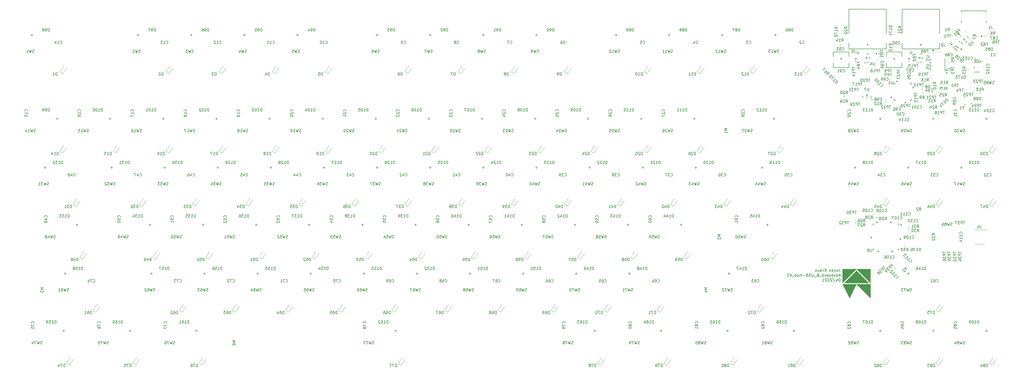
<source format=gbo>
G04 #@! TF.GenerationSoftware,KiCad,Pcbnew,5.1.10-88a1d61d58~90~ubuntu21.04.1*
G04 #@! TF.CreationDate,2021-09-24T17:06:43+02:00*
G04 #@! TF.ProjectId,Keyboard_80_with_USB_HUB_V3,4b657962-6f61-4726-945f-3830255f7769,rev?*
G04 #@! TF.SameCoordinates,Original*
G04 #@! TF.FileFunction,Legend,Bot*
G04 #@! TF.FilePolarity,Positive*
%FSLAX46Y46*%
G04 Gerber Fmt 4.6, Leading zero omitted, Abs format (unit mm)*
G04 Created by KiCad (PCBNEW 5.1.10-88a1d61d58~90~ubuntu21.04.1) date 2021-09-24 17:06:43*
%MOMM*%
%LPD*%
G01*
G04 APERTURE LIST*
%ADD10C,0.150000*%
%ADD11C,0.152400*%
%ADD12C,0.200000*%
%ADD13C,0.100000*%
%ADD14C,0.127000*%
%ADD15C,0.120000*%
%ADD16C,3.000000*%
%ADD17C,3.987800*%
%ADD18R,2.550000X2.500000*%
%ADD19R,7.600000X7.600000*%
%ADD20R,0.249200X0.854800*%
%ADD21R,0.854800X0.249200*%
%ADD22R,0.600000X0.700000*%
%ADD23R,0.700000X0.600000*%
%ADD24R,0.700000X1.000000*%
%ADD25R,3.860800X3.860800*%
%ADD26R,0.254000X1.066800*%
%ADD27R,1.066800X0.254000*%
%ADD28R,1.800000X0.820000*%
%ADD29R,1.003300X0.508000*%
%ADD30R,0.800000X0.655600*%
%ADD31R,0.655600X0.800000*%
%ADD32R,1.168400X0.431800*%
%ADD33R,1.168400X0.838200*%
%ADD34R,0.431800X1.168400*%
%ADD35R,0.838200X1.168400*%
%ADD36R,1.300000X1.100000*%
%ADD37R,2.641600X1.600200*%
%ADD38R,0.533400X1.460500*%
%ADD39C,4.500000*%
%ADD40C,2.819400*%
%ADD41C,1.498600*%
%ADD42O,1.200000X2.400000*%
%ADD43O,1.158000X2.316000*%
%ADD44C,0.630000*%
%ADD45R,1.000000X2.000000*%
%ADD46R,0.270000X1.000000*%
%ADD47R,0.520000X1.000000*%
%ADD48C,3.048000*%
%ADD49R,2.400000X0.740000*%
%ADD50C,0.750000*%
G04 APERTURE END LIST*
D10*
X284473928Y-81452380D02*
X284378690Y-81452380D01*
X284283452Y-81500000D01*
X284235833Y-81547619D01*
X284188214Y-81642857D01*
X284140595Y-81833333D01*
X284140595Y-82071428D01*
X284188214Y-82261904D01*
X284235833Y-82357142D01*
X284283452Y-82404761D01*
X284378690Y-82452380D01*
X284473928Y-82452380D01*
X284569166Y-82404761D01*
X284616785Y-82357142D01*
X284664404Y-82261904D01*
X284712023Y-82071428D01*
X284712023Y-81833333D01*
X284664404Y-81642857D01*
X284616785Y-81547619D01*
X284569166Y-81500000D01*
X284473928Y-81452380D01*
X283283452Y-81785714D02*
X283283452Y-82452380D01*
X283521547Y-81404761D02*
X283759642Y-82119047D01*
X283140595Y-82119047D01*
X282045357Y-81404761D02*
X282902500Y-82690476D01*
X281759642Y-81547619D02*
X281712023Y-81500000D01*
X281616785Y-81452380D01*
X281378690Y-81452380D01*
X281283452Y-81500000D01*
X281235833Y-81547619D01*
X281188214Y-81642857D01*
X281188214Y-81738095D01*
X281235833Y-81880952D01*
X281807261Y-82452380D01*
X281188214Y-82452380D01*
X280569166Y-81452380D02*
X280473928Y-81452380D01*
X280378690Y-81500000D01*
X280331071Y-81547619D01*
X280283452Y-81642857D01*
X280235833Y-81833333D01*
X280235833Y-82071428D01*
X280283452Y-82261904D01*
X280331071Y-82357142D01*
X280378690Y-82404761D01*
X280473928Y-82452380D01*
X280569166Y-82452380D01*
X280664404Y-82404761D01*
X280712023Y-82357142D01*
X280759642Y-82261904D01*
X280807261Y-82071428D01*
X280807261Y-81833333D01*
X280759642Y-81642857D01*
X280712023Y-81547619D01*
X280664404Y-81500000D01*
X280569166Y-81452380D01*
X279854880Y-81547619D02*
X279807261Y-81500000D01*
X279712023Y-81452380D01*
X279473928Y-81452380D01*
X279378690Y-81500000D01*
X279331071Y-81547619D01*
X279283452Y-81642857D01*
X279283452Y-81738095D01*
X279331071Y-81880952D01*
X279902500Y-82452380D01*
X279283452Y-82452380D01*
X278331071Y-82452380D02*
X278902500Y-82452380D01*
X278616785Y-82452380D02*
X278616785Y-81452380D01*
X278712023Y-81595238D01*
X278807261Y-81690476D01*
X278902500Y-81738095D01*
X284664404Y-80702380D02*
X284664404Y-79702380D01*
X284092976Y-80702380D02*
X284521547Y-80130952D01*
X284092976Y-79702380D02*
X284664404Y-80273809D01*
X283283452Y-80654761D02*
X283378690Y-80702380D01*
X283569166Y-80702380D01*
X283664404Y-80654761D01*
X283712023Y-80559523D01*
X283712023Y-80178571D01*
X283664404Y-80083333D01*
X283569166Y-80035714D01*
X283378690Y-80035714D01*
X283283452Y-80083333D01*
X283235833Y-80178571D01*
X283235833Y-80273809D01*
X283712023Y-80369047D01*
X282902500Y-80035714D02*
X282664404Y-80702380D01*
X282426309Y-80035714D02*
X282664404Y-80702380D01*
X282759642Y-80940476D01*
X282807261Y-80988095D01*
X282902500Y-81035714D01*
X282045357Y-80702380D02*
X282045357Y-79702380D01*
X282045357Y-80083333D02*
X281950119Y-80035714D01*
X281759642Y-80035714D01*
X281664404Y-80083333D01*
X281616785Y-80130952D01*
X281569166Y-80226190D01*
X281569166Y-80511904D01*
X281616785Y-80607142D01*
X281664404Y-80654761D01*
X281759642Y-80702380D01*
X281950119Y-80702380D01*
X282045357Y-80654761D01*
X280997738Y-80702380D02*
X281092976Y-80654761D01*
X281140595Y-80607142D01*
X281188214Y-80511904D01*
X281188214Y-80226190D01*
X281140595Y-80130952D01*
X281092976Y-80083333D01*
X280997738Y-80035714D01*
X280854880Y-80035714D01*
X280759642Y-80083333D01*
X280712023Y-80130952D01*
X280664404Y-80226190D01*
X280664404Y-80511904D01*
X280712023Y-80607142D01*
X280759642Y-80654761D01*
X280854880Y-80702380D01*
X280997738Y-80702380D01*
X279807261Y-80702380D02*
X279807261Y-80178571D01*
X279854880Y-80083333D01*
X279950119Y-80035714D01*
X280140595Y-80035714D01*
X280235833Y-80083333D01*
X279807261Y-80654761D02*
X279902500Y-80702380D01*
X280140595Y-80702380D01*
X280235833Y-80654761D01*
X280283452Y-80559523D01*
X280283452Y-80464285D01*
X280235833Y-80369047D01*
X280140595Y-80321428D01*
X279902500Y-80321428D01*
X279807261Y-80273809D01*
X279331071Y-80702380D02*
X279331071Y-80035714D01*
X279331071Y-80226190D02*
X279283452Y-80130952D01*
X279235833Y-80083333D01*
X279140595Y-80035714D01*
X279045357Y-80035714D01*
X278283452Y-80702380D02*
X278283452Y-79702380D01*
X278283452Y-80654761D02*
X278378690Y-80702380D01*
X278569166Y-80702380D01*
X278664404Y-80654761D01*
X278712023Y-80607142D01*
X278759642Y-80511904D01*
X278759642Y-80226190D01*
X278712023Y-80130952D01*
X278664404Y-80083333D01*
X278569166Y-80035714D01*
X278378690Y-80035714D01*
X278283452Y-80083333D01*
X278045357Y-80797619D02*
X277283452Y-80797619D01*
X276235833Y-80702380D02*
X276283452Y-80702380D01*
X276378690Y-80654761D01*
X276521547Y-80511904D01*
X276759642Y-80226190D01*
X276854880Y-80083333D01*
X276902500Y-79940476D01*
X276902500Y-79845238D01*
X276854880Y-79750000D01*
X276759642Y-79702380D01*
X276712023Y-79702380D01*
X276616785Y-79750000D01*
X276569166Y-79845238D01*
X276569166Y-79892857D01*
X276616785Y-79988095D01*
X276664404Y-80035714D01*
X276950119Y-80226190D01*
X276997738Y-80273809D01*
X277045357Y-80369047D01*
X277045357Y-80511904D01*
X276997738Y-80607142D01*
X276950119Y-80654761D01*
X276854880Y-80702380D01*
X276712023Y-80702380D01*
X276616785Y-80654761D01*
X276569166Y-80607142D01*
X276426309Y-80416666D01*
X276378690Y-80273809D01*
X276378690Y-80178571D01*
X276045357Y-80797619D02*
X275283452Y-80797619D01*
X275045357Y-79702380D02*
X275045357Y-80511904D01*
X274997738Y-80607142D01*
X274950119Y-80654761D01*
X274854880Y-80702380D01*
X274664404Y-80702380D01*
X274569166Y-80654761D01*
X274521547Y-80607142D01*
X274473928Y-80511904D01*
X274473928Y-79702380D01*
X274045357Y-80654761D02*
X273902500Y-80702380D01*
X273664404Y-80702380D01*
X273569166Y-80654761D01*
X273521547Y-80607142D01*
X273473928Y-80511904D01*
X273473928Y-80416666D01*
X273521547Y-80321428D01*
X273569166Y-80273809D01*
X273664404Y-80226190D01*
X273854880Y-80178571D01*
X273950119Y-80130952D01*
X273997738Y-80083333D01*
X274045357Y-79988095D01*
X274045357Y-79892857D01*
X273997738Y-79797619D01*
X273950119Y-79750000D01*
X273854880Y-79702380D01*
X273616785Y-79702380D01*
X273473928Y-79750000D01*
X272712023Y-80178571D02*
X272569166Y-80226190D01*
X272521547Y-80273809D01*
X272473928Y-80369047D01*
X272473928Y-80511904D01*
X272521547Y-80607142D01*
X272569166Y-80654761D01*
X272664404Y-80702380D01*
X273045357Y-80702380D01*
X273045357Y-79702380D01*
X272712023Y-79702380D01*
X272616785Y-79750000D01*
X272569166Y-79797619D01*
X272521547Y-79892857D01*
X272521547Y-79988095D01*
X272569166Y-80083333D01*
X272616785Y-80130952D01*
X272712023Y-80178571D01*
X273045357Y-80178571D01*
X272045357Y-80321428D02*
X271283452Y-80321428D01*
X270807261Y-80702380D02*
X270807261Y-79702380D01*
X270807261Y-80178571D02*
X270235833Y-80178571D01*
X270235833Y-80702380D02*
X270235833Y-79702380D01*
X269331071Y-80035714D02*
X269331071Y-80702380D01*
X269759642Y-80035714D02*
X269759642Y-80559523D01*
X269712023Y-80654761D01*
X269616785Y-80702380D01*
X269473928Y-80702380D01*
X269378690Y-80654761D01*
X269331071Y-80607142D01*
X268854880Y-80702380D02*
X268854880Y-79702380D01*
X268854880Y-80083333D02*
X268759642Y-80035714D01*
X268569166Y-80035714D01*
X268473928Y-80083333D01*
X268426309Y-80130952D01*
X268378690Y-80226190D01*
X268378690Y-80511904D01*
X268426309Y-80607142D01*
X268473928Y-80654761D01*
X268569166Y-80702380D01*
X268759642Y-80702380D01*
X268854880Y-80654761D01*
X268188214Y-80797619D02*
X267426309Y-80797619D01*
X267331071Y-79702380D02*
X266997738Y-80702380D01*
X266664404Y-79702380D01*
X266426309Y-79702380D02*
X265807261Y-79702380D01*
X266140595Y-80083333D01*
X265997738Y-80083333D01*
X265902500Y-80130952D01*
X265854880Y-80178571D01*
X265807261Y-80273809D01*
X265807261Y-80511904D01*
X265854880Y-80607142D01*
X265902500Y-80654761D01*
X265997738Y-80702380D01*
X266283452Y-80702380D01*
X266378690Y-80654761D01*
X266426309Y-80607142D01*
X284378690Y-77952380D02*
X284378690Y-78666666D01*
X284426309Y-78809523D01*
X284521547Y-78904761D01*
X284664404Y-78952380D01*
X284759642Y-78952380D01*
X283759642Y-78952380D02*
X283854880Y-78904761D01*
X283902500Y-78857142D01*
X283950119Y-78761904D01*
X283950119Y-78476190D01*
X283902500Y-78380952D01*
X283854880Y-78333333D01*
X283759642Y-78285714D01*
X283616785Y-78285714D01*
X283521547Y-78333333D01*
X283473928Y-78380952D01*
X283426309Y-78476190D01*
X283426309Y-78761904D01*
X283473928Y-78857142D01*
X283521547Y-78904761D01*
X283616785Y-78952380D01*
X283759642Y-78952380D01*
X282997738Y-78285714D02*
X282997738Y-78952380D01*
X282997738Y-78380952D02*
X282950119Y-78333333D01*
X282854880Y-78285714D01*
X282712023Y-78285714D01*
X282616785Y-78333333D01*
X282569166Y-78428571D01*
X282569166Y-78952380D01*
X281664404Y-78952380D02*
X281664404Y-78428571D01*
X281712023Y-78333333D01*
X281807261Y-78285714D01*
X281997738Y-78285714D01*
X282092976Y-78333333D01*
X281664404Y-78904761D02*
X281759642Y-78952380D01*
X281997738Y-78952380D01*
X282092976Y-78904761D01*
X282140595Y-78809523D01*
X282140595Y-78714285D01*
X282092976Y-78619047D01*
X281997738Y-78571428D01*
X281759642Y-78571428D01*
X281664404Y-78523809D01*
X281235833Y-78904761D02*
X281140595Y-78952380D01*
X280950119Y-78952380D01*
X280854880Y-78904761D01*
X280807261Y-78809523D01*
X280807261Y-78761904D01*
X280854880Y-78666666D01*
X280950119Y-78619047D01*
X281092976Y-78619047D01*
X281188214Y-78571428D01*
X281235833Y-78476190D01*
X281235833Y-78428571D01*
X281188214Y-78333333D01*
X281092976Y-78285714D01*
X280950119Y-78285714D01*
X280854880Y-78333333D01*
X279616785Y-78952380D02*
X279616785Y-77952380D01*
X279045357Y-78952380D02*
X279473928Y-78380952D01*
X279045357Y-77952380D02*
X279616785Y-78523809D01*
X278616785Y-78952380D02*
X278616785Y-78285714D01*
X278616785Y-78476190D02*
X278569166Y-78380952D01*
X278521547Y-78333333D01*
X278426309Y-78285714D01*
X278331071Y-78285714D01*
X277569166Y-78952380D02*
X277569166Y-78428571D01*
X277616785Y-78333333D01*
X277712023Y-78285714D01*
X277902500Y-78285714D01*
X277997738Y-78333333D01*
X277569166Y-78904761D02*
X277664404Y-78952380D01*
X277902500Y-78952380D01*
X277997738Y-78904761D01*
X278045357Y-78809523D01*
X278045357Y-78714285D01*
X277997738Y-78619047D01*
X277902500Y-78571428D01*
X277664404Y-78571428D01*
X277569166Y-78523809D01*
X276664404Y-78285714D02*
X276664404Y-78952380D01*
X277092976Y-78285714D02*
X277092976Y-78809523D01*
X277045357Y-78904761D01*
X276950119Y-78952380D01*
X276807261Y-78952380D01*
X276712023Y-78904761D01*
X276664404Y-78857142D01*
X276235833Y-78904761D02*
X276140595Y-78952380D01*
X275950119Y-78952380D01*
X275854880Y-78904761D01*
X275807261Y-78809523D01*
X275807261Y-78761904D01*
X275854880Y-78666666D01*
X275950119Y-78619047D01*
X276092976Y-78619047D01*
X276188214Y-78571428D01*
X276235833Y-78476190D01*
X276235833Y-78428571D01*
X276188214Y-78333333D01*
X276092976Y-78285714D01*
X275950119Y-78285714D01*
X275854880Y-78333333D01*
D11*
X302559499Y-61441199D02*
X302940499Y-61441199D01*
X302559499Y-61187199D02*
X302559499Y-61441199D01*
X302940499Y-61187199D02*
X302559499Y-61187199D01*
X302940499Y-61441199D02*
X302940499Y-61187199D01*
X297559499Y-61441199D02*
X297940499Y-61441199D01*
X297559499Y-61187199D02*
X297559499Y-61441199D01*
X297940499Y-61187199D02*
X297559499Y-61187199D01*
X297940499Y-61441199D02*
X297940499Y-61187199D01*
X295941199Y-66559499D02*
X295687199Y-66559499D01*
X295941199Y-66940500D02*
X295941199Y-66559499D01*
X295687199Y-66940500D02*
X295941199Y-66940500D01*
X295687199Y-66559499D02*
X295687199Y-66940500D01*
X298059500Y-71558801D02*
X298440500Y-71558801D01*
X298059500Y-71812801D02*
X298059500Y-71558801D01*
X298440500Y-71812801D02*
X298059500Y-71812801D01*
X298440500Y-71558801D02*
X298440500Y-71812801D01*
X303059501Y-71558801D02*
X303440501Y-71558801D01*
X303059501Y-71812801D02*
X303059501Y-71558801D01*
X303440501Y-71812801D02*
X303059501Y-71812801D01*
X303440501Y-71558801D02*
X303440501Y-71812801D01*
X306058801Y-67059501D02*
X306312801Y-67059501D01*
X306058801Y-67440501D02*
X306058801Y-67059501D01*
X306312801Y-67440501D02*
X306058801Y-67440501D01*
X306312801Y-67059501D02*
X306312801Y-67440501D01*
X305207340Y-61873001D02*
X305626999Y-61873001D01*
X296373001Y-62292660D02*
X296373001Y-61873001D01*
X296792660Y-71126999D02*
X296373001Y-71126999D01*
X305626999Y-70707340D02*
X305626999Y-71126999D01*
X305626999Y-61873001D02*
X305626999Y-62292660D01*
X296373001Y-61873001D02*
X296792660Y-61873001D01*
X296373001Y-71126999D02*
X296373001Y-70707340D01*
X305626999Y-71126999D02*
X305207340Y-71126999D01*
X308206500Y-18132200D02*
X307825500Y-18132200D01*
X308206500Y-18386200D02*
X308206500Y-18132200D01*
X307825500Y-18386200D02*
X308206500Y-18386200D01*
X307825500Y-18132200D02*
X307825500Y-18386200D01*
X310632200Y-13166500D02*
X310886200Y-13166500D01*
X310632200Y-12785500D02*
X310632200Y-13166500D01*
X310886200Y-12785500D02*
X310632200Y-12785500D01*
X310886200Y-13166500D02*
X310886200Y-12785500D01*
X305158500Y-10867800D02*
X304777500Y-10867800D01*
X305158500Y-10613800D02*
X305158500Y-10867800D01*
X304777500Y-10613800D02*
X305158500Y-10613800D01*
X304777500Y-10867800D02*
X304777500Y-10613800D01*
X304508260Y-17598800D02*
X303901200Y-17598800D01*
X310098800Y-16991740D02*
X310098800Y-17598800D01*
X309491740Y-11401200D02*
X310098800Y-11401200D01*
X303901200Y-12008260D02*
X303901200Y-11401200D01*
X303901200Y-17598800D02*
X303901200Y-16991740D01*
X310098800Y-17598800D02*
X309491740Y-17598800D01*
X310098800Y-11401200D02*
X310098800Y-12008260D01*
X303901200Y-11401200D02*
X304508260Y-11401200D01*
D12*
X337250000Y-24170000D02*
G75*
G03*
X337250000Y-24170000I-250000J0D01*
G01*
X4750000Y-24170000D02*
G75*
G03*
X4750000Y-24170000I-250000J0D01*
G01*
X23750000Y-24170000D02*
G75*
G03*
X23750000Y-24170000I-250000J0D01*
G01*
X42750000Y-24170000D02*
G75*
G03*
X42750000Y-24170000I-250000J0D01*
G01*
X61750000Y-24170000D02*
G75*
G03*
X61750000Y-24170000I-250000J0D01*
G01*
X80750000Y-24170000D02*
G75*
G03*
X80750000Y-24170000I-250000J0D01*
G01*
X99750000Y-24170000D02*
G75*
G03*
X99750000Y-24170000I-250000J0D01*
G01*
X118750000Y-24170000D02*
G75*
G03*
X118750000Y-24170000I-250000J0D01*
G01*
X137750000Y-24170000D02*
G75*
G03*
X137750000Y-24170000I-250000J0D01*
G01*
X156750000Y-24170000D02*
G75*
G03*
X156750000Y-24170000I-250000J0D01*
G01*
X175750000Y-24170000D02*
G75*
G03*
X175750000Y-24170000I-250000J0D01*
G01*
X194750000Y-24170000D02*
G75*
G03*
X194750000Y-24170000I-250000J0D01*
G01*
X213750000Y-24170000D02*
G75*
G03*
X213750000Y-24170000I-250000J0D01*
G01*
X232750000Y-24170000D02*
G75*
G03*
X232750000Y-24170000I-250000J0D01*
G01*
X261250000Y-24170000D02*
G75*
G03*
X261250000Y-24170000I-250000J0D01*
G01*
X299250000Y-24170000D02*
G75*
G03*
X299250000Y-24170000I-250000J0D01*
G01*
X318250000Y-24170000D02*
G75*
G03*
X318250000Y-24170000I-250000J0D01*
G01*
X11875000Y-62170000D02*
G75*
G03*
X11875000Y-62170000I-250000J0D01*
G01*
X38000000Y-62170000D02*
G75*
G03*
X38000000Y-62170000I-250000J0D01*
G01*
X57000000Y-62170000D02*
G75*
G03*
X57000000Y-62170000I-250000J0D01*
G01*
X76000000Y-62170000D02*
G75*
G03*
X76000000Y-62170000I-250000J0D01*
G01*
X95000000Y-62170000D02*
G75*
G03*
X95000000Y-62170000I-250000J0D01*
G01*
X114000000Y-62170000D02*
G75*
G03*
X114000000Y-62170000I-250000J0D01*
G01*
X133000000Y-62170000D02*
G75*
G03*
X133000000Y-62170000I-250000J0D01*
G01*
X152000000Y-62170000D02*
G75*
G03*
X152000000Y-62170000I-250000J0D01*
G01*
X171000000Y-62170000D02*
G75*
G03*
X171000000Y-62170000I-250000J0D01*
G01*
X190000000Y-62170000D02*
G75*
G03*
X190000000Y-62170000I-250000J0D01*
G01*
X209000000Y-62170000D02*
G75*
G03*
X209000000Y-62170000I-250000J0D01*
G01*
X228000000Y-62170000D02*
G75*
G03*
X228000000Y-62170000I-250000J0D01*
G01*
X258875000Y-62170000D02*
G75*
G03*
X258875000Y-62170000I-250000J0D01*
G01*
X7125000Y-100170000D02*
G75*
G03*
X7125000Y-100170000I-250000J0D01*
G01*
X30875000Y-100170000D02*
G75*
G03*
X30875000Y-100170000I-250000J0D01*
G01*
X54625000Y-100170000D02*
G75*
G03*
X54625000Y-100170000I-250000J0D01*
G01*
X125875000Y-100170000D02*
G75*
G03*
X125875000Y-100170000I-250000J0D01*
G01*
X197125000Y-100170000D02*
G75*
G03*
X197125000Y-100170000I-250000J0D01*
G01*
X220875000Y-100170000D02*
G75*
G03*
X220875000Y-100170000I-250000J0D01*
G01*
X244625000Y-100170000D02*
G75*
G03*
X244625000Y-100170000I-250000J0D01*
G01*
X268375000Y-100170000D02*
G75*
G03*
X268375000Y-100170000I-250000J0D01*
G01*
X299250000Y-100170000D02*
G75*
G03*
X299250000Y-100170000I-250000J0D01*
G01*
X318250000Y-100170000D02*
G75*
G03*
X318250000Y-100170000I-250000J0D01*
G01*
X337250000Y-100170000D02*
G75*
G03*
X337250000Y-100170000I-250000J0D01*
G01*
X328250000Y750000D02*
G75*
G03*
X328250000Y750000I-250000J0D01*
G01*
X261750000Y5830000D02*
G75*
G03*
X261750000Y5830000I-250000J0D01*
G01*
X242750000Y5830000D02*
G75*
G03*
X242750000Y5830000I-250000J0D01*
G01*
X223750000Y5830000D02*
G75*
G03*
X223750000Y5830000I-250000J0D01*
G01*
X204750000Y5830000D02*
G75*
G03*
X204750000Y5830000I-250000J0D01*
G01*
X176250000Y5830000D02*
G75*
G03*
X176250000Y5830000I-250000J0D01*
G01*
X157250000Y5830000D02*
G75*
G03*
X157250000Y5830000I-250000J0D01*
G01*
X138250000Y5830000D02*
G75*
G03*
X138250000Y5830000I-250000J0D01*
G01*
X119250000Y5830000D02*
G75*
G03*
X119250000Y5830000I-250000J0D01*
G01*
X90750000Y5830000D02*
G75*
G03*
X90750000Y5830000I-250000J0D01*
G01*
X71750000Y5830000D02*
G75*
G03*
X71750000Y5830000I-250000J0D01*
G01*
X52750000Y5830000D02*
G75*
G03*
X52750000Y5830000I-250000J0D01*
G01*
X33750000Y5830000D02*
G75*
G03*
X33750000Y5830000I-250000J0D01*
G01*
X-4250000Y5830000D02*
G75*
G03*
X-4250000Y5830000I-250000J0D01*
G01*
X328250000Y-41670000D02*
G75*
G03*
X328250000Y-41670000I-250000J0D01*
G01*
X309250000Y-41670000D02*
G75*
G03*
X309250000Y-41670000I-250000J0D01*
G01*
X290250000Y-41670000D02*
G75*
G03*
X290250000Y-41670000I-250000J0D01*
G01*
X257000000Y-41670000D02*
G75*
G03*
X257000000Y-41670000I-250000J0D01*
G01*
X233250000Y-41670000D02*
G75*
G03*
X233250000Y-41670000I-250000J0D01*
G01*
X214250000Y-41670000D02*
G75*
G03*
X214250000Y-41670000I-250000J0D01*
G01*
X195250000Y-41670000D02*
G75*
G03*
X195250000Y-41670000I-250000J0D01*
G01*
X176250000Y-41670000D02*
G75*
G03*
X176250000Y-41670000I-250000J0D01*
G01*
X157250000Y-41670000D02*
G75*
G03*
X157250000Y-41670000I-250000J0D01*
G01*
X138250000Y-41670000D02*
G75*
G03*
X138250000Y-41670000I-250000J0D01*
G01*
X119250000Y-41670000D02*
G75*
G03*
X119250000Y-41670000I-250000J0D01*
G01*
X100250000Y-41670000D02*
G75*
G03*
X100250000Y-41670000I-250000J0D01*
G01*
X81250000Y-41670000D02*
G75*
G03*
X81250000Y-41670000I-250000J0D01*
G01*
X62250000Y-41670000D02*
G75*
G03*
X62250000Y-41670000I-250000J0D01*
G01*
X43250000Y-41670000D02*
G75*
G03*
X43250000Y-41670000I-250000J0D01*
G01*
X24250000Y-41670000D02*
G75*
G03*
X24250000Y-41670000I-250000J0D01*
G01*
X500000Y-41670000D02*
G75*
G03*
X500000Y-41670000I-250000J0D01*
G01*
X309250000Y-79670000D02*
G75*
G03*
X309250000Y-79670000I-250000J0D01*
G01*
X245125000Y-79670000D02*
G75*
G03*
X245125000Y-79670000I-250000J0D01*
G01*
X209500000Y-79670000D02*
G75*
G03*
X209500000Y-79670000I-250000J0D01*
G01*
X190500000Y-79670000D02*
G75*
G03*
X190500000Y-79670000I-250000J0D01*
G01*
X171500000Y-79670000D02*
G75*
G03*
X171500000Y-79670000I-250000J0D01*
G01*
X152500000Y-79670000D02*
G75*
G03*
X152500000Y-79670000I-250000J0D01*
G01*
X133500000Y-79670000D02*
G75*
G03*
X133500000Y-79670000I-250000J0D01*
G01*
X114500000Y-79670000D02*
G75*
G03*
X114500000Y-79670000I-250000J0D01*
G01*
X95500000Y-79670000D02*
G75*
G03*
X95500000Y-79670000I-250000J0D01*
G01*
X76500000Y-79670000D02*
G75*
G03*
X76500000Y-79670000I-250000J0D01*
G01*
X57500000Y-79670000D02*
G75*
G03*
X57500000Y-79670000I-250000J0D01*
G01*
X38500000Y-79670000D02*
G75*
G03*
X38500000Y-79670000I-250000J0D01*
G01*
X7625000Y-79670000D02*
G75*
G03*
X7625000Y-79670000I-250000J0D01*
G01*
D13*
X303800000Y7825000D02*
G75*
G03*
X303800000Y7825000I-50000J0D01*
G01*
D11*
X334477900Y-7426400D02*
X332522100Y-7426400D01*
X332522100Y-6113261D02*
X332522100Y-5386739D01*
X332522100Y-4073600D02*
X334477900Y-4073600D01*
X326081028Y4504827D02*
G75*
G03*
X326081028Y4504827I-76201J0D01*
G01*
X327923385Y5678094D02*
X327651220Y5405929D01*
X326905929Y6151220D02*
X327178094Y6423385D01*
X335676200Y3428400D02*
G75*
G03*
X335676200Y3428400I-76200J0D01*
G01*
X336127000Y5614650D02*
X336127000Y5229750D01*
X335073000Y5229750D02*
X335073000Y5614650D01*
X307410200Y-3000000D02*
G75*
G03*
X307410200Y-3000000I-76200J0D01*
G01*
X309520250Y-3527000D02*
X309135350Y-3527000D01*
X309135350Y-2473000D02*
X309520250Y-2473000D01*
X292320000Y-3000000D02*
G75*
G03*
X292320000Y-3000000I-76200J0D01*
G01*
X290057550Y-2473000D02*
X290442450Y-2473000D01*
X290442450Y-3527000D02*
X290057550Y-3527000D01*
X298076200Y-2821600D02*
G75*
G03*
X298076200Y-2821600I-76200J0D01*
G01*
X298527000Y-635350D02*
X298527000Y-1020250D01*
X297473000Y-1020250D02*
X297473000Y-635350D01*
X319992200Y0D02*
G75*
G03*
X319992200Y0I-76200J0D01*
G01*
X317729750Y527000D02*
X318114650Y527000D01*
X318114650Y-527000D02*
X317729750Y-527000D01*
X325762824Y1915786D02*
X325084214Y1237176D01*
X323737176Y2584214D02*
X324415786Y3262824D01*
X329460109Y3222281D02*
X330027719Y3789891D01*
X330611321Y4758019D02*
X330007988Y5361352D01*
X329039890Y4777718D02*
X328759650Y4497478D01*
X327888650Y3242010D02*
X328491981Y2638679D01*
X327397101Y3434315D02*
G75*
G03*
X327397101Y3434315I-127000J0D01*
G01*
X314198500Y-2776361D02*
X314198500Y-1973639D01*
X313926599Y-876400D02*
X313073357Y-876400D01*
X312801500Y-1973640D02*
X312801500Y-2369960D01*
X313073360Y-3873600D02*
X313926599Y-3873600D01*
X312627000Y-4175000D02*
G75*
G03*
X312627000Y-4175000I-127000J0D01*
G01*
X295198500Y-2776361D02*
X295198500Y-1973639D01*
X294926599Y-876400D02*
X294073357Y-876400D01*
X293801500Y-1973640D02*
X293801500Y-2369960D01*
X294073360Y-3873600D02*
X294926599Y-3873600D01*
X293627000Y-4175000D02*
G75*
G03*
X293627000Y-4175000I-127000J0D01*
G01*
X294651361Y-15579500D02*
X293848639Y-15579500D01*
X292751400Y-15851401D02*
X292751400Y-16704643D01*
X293848640Y-16976500D02*
X294244960Y-16976500D01*
X295748600Y-16704640D02*
X295748600Y-15851401D01*
X296177000Y-17278000D02*
G75*
G03*
X296177000Y-17278000I-127000J0D01*
G01*
D12*
X331700000Y-18720000D02*
G75*
G03*
X331700000Y-18720000I-100000J0D01*
G01*
D14*
X329520000Y-19000000D02*
X328980000Y-19000000D01*
X328980000Y-16500000D02*
X329520000Y-16500000D01*
D12*
X304405456Y-77704594D02*
G75*
G03*
X304405456Y-77704594I-100000J0D01*
G01*
D15*
X337337836Y5610000D02*
X337122164Y5610000D01*
X337337836Y4890000D02*
X337122164Y4890000D01*
X305610000Y1412164D02*
X305610000Y1627836D01*
X304890000Y1412164D02*
X304890000Y1627836D01*
X284662164Y1640000D02*
X284877836Y1640000D01*
X284662164Y2360000D02*
X284877836Y2360000D01*
X313892164Y-14610000D02*
X314107836Y-14610000D01*
X313892164Y-13890000D02*
X314107836Y-13890000D01*
X308560000Y-8827836D02*
X308560000Y-8612164D01*
X307840000Y-8827836D02*
X307840000Y-8612164D01*
X304127836Y-19140000D02*
X303912164Y-19140000D01*
X304127836Y-19860000D02*
X303912164Y-19860000D01*
X300662164Y-17860000D02*
X300877836Y-17860000D01*
X300662164Y-17140000D02*
X300877836Y-17140000D01*
X302892164Y-10110000D02*
X303107836Y-10110000D01*
X302892164Y-9390000D02*
X303107836Y-9390000D01*
X297419190Y-12178307D02*
X297571693Y-12330810D01*
X297928307Y-11669190D02*
X298080810Y-11821693D01*
X312607836Y-18390000D02*
X312392164Y-18390000D01*
X312607836Y-19110000D02*
X312392164Y-19110000D01*
X337892164Y-20360000D02*
X338107836Y-20360000D01*
X337892164Y-19640000D02*
X338107836Y-19640000D01*
X296412164Y-58510000D02*
X296627836Y-58510000D01*
X296412164Y-57790000D02*
X296627836Y-57790000D01*
X305337836Y-73390000D02*
X305122164Y-73390000D01*
X305337836Y-74110000D02*
X305122164Y-74110000D01*
X302140000Y-59122164D02*
X302140000Y-59337836D01*
X302860000Y-59122164D02*
X302860000Y-59337836D01*
X298372164Y-58510000D02*
X298587836Y-58510000D01*
X298372164Y-57790000D02*
X298587836Y-57790000D01*
X307872164Y-61110000D02*
X308087836Y-61110000D01*
X307872164Y-60390000D02*
X308087836Y-60390000D01*
X307892164Y-59610000D02*
X308107836Y-59610000D01*
X307892164Y-58890000D02*
X308107836Y-58890000D01*
X327110000Y-66607836D02*
X327110000Y-66392164D01*
X326390000Y-66607836D02*
X326390000Y-66392164D01*
D11*
X306781300Y-4132840D02*
X306781300Y-5781300D01*
X301218700Y-1867160D02*
X301218700Y-218700D01*
X301218700Y-5781300D02*
X301218700Y-4132840D01*
X306781300Y-5781300D02*
X301218700Y-5781300D01*
X306781300Y-218700D02*
X306781300Y-1867160D01*
X301218700Y-218700D02*
X306781300Y-218700D01*
X287781300Y-4132840D02*
X287781300Y-5781300D01*
X282218700Y-1867160D02*
X282218700Y-218700D01*
X282218700Y-5781300D02*
X282218700Y-4132840D01*
X287781300Y-5781300D02*
X282218700Y-5781300D01*
X287781300Y-218700D02*
X287781300Y-1867160D01*
X282218700Y-218700D02*
X287781300Y-218700D01*
X322116200Y-2629100D02*
X322116200Y-6870900D01*
X316883800Y-6870900D02*
X316883800Y-2629100D01*
X287807100Y15112400D02*
X301192900Y15112400D01*
X301192900Y15112400D02*
X301192900Y6448100D01*
X301192900Y863000D02*
X287807100Y863000D01*
X287807100Y863000D02*
X287807100Y2971899D01*
X287807100Y6448100D02*
X287807100Y15112400D01*
X301192900Y2971899D02*
X301192900Y863000D01*
X291381000Y-540000D02*
G75*
G03*
X291381000Y-540000I-381000J0D01*
G01*
X306807100Y15112400D02*
X320192900Y15112400D01*
X320192900Y15112400D02*
X320192900Y6448100D01*
X320192900Y863000D02*
X306807100Y863000D01*
X306807100Y863000D02*
X306807100Y2971899D01*
X306807100Y6448100D02*
X306807100Y15112400D01*
X320192900Y2971899D02*
X320192900Y863000D01*
X310381000Y-540000D02*
G75*
G03*
X310381000Y-540000I-381000J0D01*
G01*
D12*
X329500000Y6975000D02*
G75*
G03*
X329500000Y6975000I-100000J0D01*
G01*
D14*
X328030000Y10280000D02*
X328030000Y11045000D01*
X328030000Y14525000D02*
X328030000Y14105000D01*
X336970000Y14525000D02*
X328030000Y14525000D01*
X336970000Y14105000D02*
X336970000Y14525000D01*
X336970000Y10280000D02*
X336970000Y11045000D01*
D15*
X339380472Y-109685853D02*
X337923587Y-111766500D01*
X337923587Y-111766500D02*
X338963910Y-112494941D01*
X338963910Y-112494941D02*
X340420794Y-110414296D01*
X320380472Y-109685853D02*
X318923587Y-111766500D01*
X318923587Y-111766500D02*
X319963910Y-112494941D01*
X319963910Y-112494941D02*
X321420794Y-110414296D01*
X301380472Y-109685853D02*
X299923587Y-111766500D01*
X299923587Y-111766500D02*
X300963910Y-112494941D01*
X300963910Y-112494941D02*
X302420794Y-110414296D01*
X270505472Y-109685853D02*
X269048587Y-111766500D01*
X269048587Y-111766500D02*
X270088910Y-112494941D01*
X270088910Y-112494941D02*
X271545794Y-110414296D01*
X246755472Y-109685853D02*
X245298587Y-111766500D01*
X245298587Y-111766500D02*
X246338910Y-112494941D01*
X246338910Y-112494941D02*
X247795794Y-110414296D01*
X223005472Y-109685853D02*
X221548587Y-111766500D01*
X221548587Y-111766500D02*
X222588910Y-112494941D01*
X222588910Y-112494941D02*
X224045794Y-110414296D01*
X199255472Y-109685853D02*
X197798587Y-111766500D01*
X197798587Y-111766500D02*
X198838910Y-112494941D01*
X198838910Y-112494941D02*
X200295794Y-110414296D01*
X128005472Y-109685853D02*
X126548587Y-111766500D01*
X126548587Y-111766500D02*
X127588910Y-112494941D01*
X127588910Y-112494941D02*
X129045794Y-110414296D01*
X56755472Y-109685853D02*
X55298587Y-111766500D01*
X55298587Y-111766500D02*
X56338910Y-112494941D01*
X56338910Y-112494941D02*
X57795794Y-110414296D01*
X33005472Y-109685853D02*
X31548587Y-111766500D01*
X31548587Y-111766500D02*
X32588910Y-112494941D01*
X32588910Y-112494941D02*
X34045794Y-110414296D01*
X9255472Y-109685853D02*
X7798587Y-111766500D01*
X7798587Y-111766500D02*
X8838910Y-112494941D01*
X8838910Y-112494941D02*
X10295794Y-110414296D01*
X320380472Y-90685853D02*
X318923587Y-92766500D01*
X318923587Y-92766500D02*
X319963910Y-93494941D01*
X319963910Y-93494941D02*
X321420794Y-91414296D01*
X256255472Y-90685853D02*
X254798587Y-92766500D01*
X254798587Y-92766500D02*
X255838910Y-93494941D01*
X255838910Y-93494941D02*
X257295794Y-91414296D01*
X220630472Y-90685853D02*
X219173587Y-92766500D01*
X219173587Y-92766500D02*
X220213910Y-93494941D01*
X220213910Y-93494941D02*
X221670794Y-91414296D01*
X201630472Y-90685853D02*
X200173587Y-92766500D01*
X200173587Y-92766500D02*
X201213910Y-93494941D01*
X201213910Y-93494941D02*
X202670794Y-91414296D01*
X182630472Y-90685853D02*
X181173587Y-92766500D01*
X181173587Y-92766500D02*
X182213910Y-93494941D01*
X182213910Y-93494941D02*
X183670794Y-91414296D01*
X163630472Y-90685853D02*
X162173587Y-92766500D01*
X162173587Y-92766500D02*
X163213910Y-93494941D01*
X163213910Y-93494941D02*
X164670794Y-91414296D01*
X144630472Y-90685853D02*
X143173587Y-92766500D01*
X143173587Y-92766500D02*
X144213910Y-93494941D01*
X144213910Y-93494941D02*
X145670794Y-91414296D01*
X125630472Y-90685853D02*
X124173587Y-92766500D01*
X124173587Y-92766500D02*
X125213910Y-93494941D01*
X125213910Y-93494941D02*
X126670794Y-91414296D01*
X106630472Y-90685853D02*
X105173587Y-92766500D01*
X105173587Y-92766500D02*
X106213910Y-93494941D01*
X106213910Y-93494941D02*
X107670794Y-91414296D01*
X87630472Y-90685853D02*
X86173587Y-92766500D01*
X86173587Y-92766500D02*
X87213910Y-93494941D01*
X87213910Y-93494941D02*
X88670794Y-91414296D01*
X68630472Y-90685853D02*
X67173587Y-92766500D01*
X67173587Y-92766500D02*
X68213910Y-93494941D01*
X68213910Y-93494941D02*
X69670794Y-91414296D01*
X49630472Y-90685853D02*
X48173587Y-92766500D01*
X48173587Y-92766500D02*
X49213910Y-93494941D01*
X49213910Y-93494941D02*
X50670794Y-91414296D01*
X18755472Y-90685853D02*
X17298587Y-92766500D01*
X17298587Y-92766500D02*
X18338910Y-93494941D01*
X18338910Y-93494941D02*
X19795794Y-91414296D01*
X261005472Y-71685853D02*
X259548587Y-73766500D01*
X259548587Y-73766500D02*
X260588910Y-74494941D01*
X260588910Y-74494941D02*
X262045794Y-72414296D01*
X230130472Y-71685853D02*
X228673587Y-73766500D01*
X228673587Y-73766500D02*
X229713910Y-74494941D01*
X229713910Y-74494941D02*
X231170794Y-72414296D01*
X211130472Y-71685853D02*
X209673587Y-73766500D01*
X209673587Y-73766500D02*
X210713910Y-74494941D01*
X210713910Y-74494941D02*
X212170794Y-72414296D01*
X192130472Y-71685853D02*
X190673587Y-73766500D01*
X190673587Y-73766500D02*
X191713910Y-74494941D01*
X191713910Y-74494941D02*
X193170794Y-72414296D01*
X173130472Y-71685853D02*
X171673587Y-73766500D01*
X171673587Y-73766500D02*
X172713910Y-74494941D01*
X172713910Y-74494941D02*
X174170794Y-72414296D01*
X154130472Y-71685853D02*
X152673587Y-73766500D01*
X152673587Y-73766500D02*
X153713910Y-74494941D01*
X153713910Y-74494941D02*
X155170794Y-72414296D01*
X135130472Y-71685853D02*
X133673587Y-73766500D01*
X133673587Y-73766500D02*
X134713910Y-74494941D01*
X134713910Y-74494941D02*
X136170794Y-72414296D01*
X116130472Y-71685853D02*
X114673587Y-73766500D01*
X114673587Y-73766500D02*
X115713910Y-74494941D01*
X115713910Y-74494941D02*
X117170794Y-72414296D01*
X97130472Y-71685853D02*
X95673587Y-73766500D01*
X95673587Y-73766500D02*
X96713910Y-74494941D01*
X96713910Y-74494941D02*
X98170794Y-72414296D01*
X78130472Y-71685853D02*
X76673587Y-73766500D01*
X76673587Y-73766500D02*
X77713910Y-74494941D01*
X77713910Y-74494941D02*
X79170794Y-72414296D01*
X59130472Y-71685853D02*
X57673587Y-73766500D01*
X57673587Y-73766500D02*
X58713910Y-74494941D01*
X58713910Y-74494941D02*
X60170794Y-72414296D01*
X40130472Y-71685853D02*
X38673587Y-73766500D01*
X38673587Y-73766500D02*
X39713910Y-74494941D01*
X39713910Y-74494941D02*
X41170794Y-72414296D01*
X14005472Y-71685853D02*
X12548587Y-73766500D01*
X12548587Y-73766500D02*
X13588910Y-74494941D01*
X13588910Y-74494941D02*
X15045794Y-72414296D01*
X339380472Y-52685853D02*
X337923587Y-54766500D01*
X337923587Y-54766500D02*
X338963910Y-55494941D01*
X338963910Y-55494941D02*
X340420794Y-53414296D01*
X320380472Y-52685853D02*
X318923587Y-54766500D01*
X318923587Y-54766500D02*
X319963910Y-55494941D01*
X319963910Y-55494941D02*
X321420794Y-53414296D01*
X301380472Y-52685853D02*
X299923587Y-54766500D01*
X299923587Y-54766500D02*
X300963910Y-55494941D01*
X300963910Y-55494941D02*
X302420794Y-53414296D01*
X268130472Y-52685853D02*
X266673587Y-54766500D01*
X266673587Y-54766500D02*
X267713910Y-55494941D01*
X267713910Y-55494941D02*
X269170794Y-53414296D01*
X244380472Y-52685853D02*
X242923587Y-54766500D01*
X242923587Y-54766500D02*
X243963910Y-55494941D01*
X243963910Y-55494941D02*
X245420794Y-53414296D01*
X225380472Y-52685853D02*
X223923587Y-54766500D01*
X223923587Y-54766500D02*
X224963910Y-55494941D01*
X224963910Y-55494941D02*
X226420794Y-53414296D01*
X206380472Y-52685853D02*
X204923587Y-54766500D01*
X204923587Y-54766500D02*
X205963910Y-55494941D01*
X205963910Y-55494941D02*
X207420794Y-53414296D01*
X187380472Y-52685853D02*
X185923587Y-54766500D01*
X185923587Y-54766500D02*
X186963910Y-55494941D01*
X186963910Y-55494941D02*
X188420794Y-53414296D01*
X168380472Y-52685853D02*
X166923587Y-54766500D01*
X166923587Y-54766500D02*
X167963910Y-55494941D01*
X167963910Y-55494941D02*
X169420794Y-53414296D01*
X149380472Y-52685853D02*
X147923587Y-54766500D01*
X147923587Y-54766500D02*
X148963910Y-55494941D01*
X148963910Y-55494941D02*
X150420794Y-53414296D01*
X130380472Y-52685853D02*
X128923587Y-54766500D01*
X128923587Y-54766500D02*
X129963910Y-55494941D01*
X129963910Y-55494941D02*
X131420794Y-53414296D01*
X111380472Y-52685853D02*
X109923587Y-54766500D01*
X109923587Y-54766500D02*
X110963910Y-55494941D01*
X110963910Y-55494941D02*
X112420794Y-53414296D01*
X92380472Y-52685853D02*
X90923587Y-54766500D01*
X90923587Y-54766500D02*
X91963910Y-55494941D01*
X91963910Y-55494941D02*
X93420794Y-53414296D01*
X73380472Y-52685853D02*
X71923587Y-54766500D01*
X71923587Y-54766500D02*
X72963910Y-55494941D01*
X72963910Y-55494941D02*
X74420794Y-53414296D01*
X54380472Y-52685853D02*
X52923587Y-54766500D01*
X52923587Y-54766500D02*
X53963910Y-55494941D01*
X53963910Y-55494941D02*
X55420794Y-53414296D01*
X35380472Y-52685853D02*
X33923587Y-54766500D01*
X33923587Y-54766500D02*
X34963910Y-55494941D01*
X34963910Y-55494941D02*
X36420794Y-53414296D01*
X11630472Y-52685853D02*
X10173587Y-54766500D01*
X10173587Y-54766500D02*
X11213910Y-55494941D01*
X11213910Y-55494941D02*
X12670794Y-53414296D01*
X339380472Y-33685853D02*
X337923587Y-35766500D01*
X337923587Y-35766500D02*
X338963910Y-36494941D01*
X338963910Y-36494941D02*
X340420794Y-34414296D01*
X320380472Y-33685853D02*
X318923587Y-35766500D01*
X318923587Y-35766500D02*
X319963910Y-36494941D01*
X319963910Y-36494941D02*
X321420794Y-34414296D01*
X301380472Y-33685853D02*
X299923587Y-35766500D01*
X299923587Y-35766500D02*
X300963910Y-36494941D01*
X300963910Y-36494941D02*
X302420794Y-34414296D01*
X263380472Y-33685853D02*
X261923587Y-35766500D01*
X261923587Y-35766500D02*
X262963910Y-36494941D01*
X262963910Y-36494941D02*
X264420794Y-34414296D01*
X234880472Y-33685853D02*
X233423587Y-35766500D01*
X233423587Y-35766500D02*
X234463910Y-36494941D01*
X234463910Y-36494941D02*
X235920794Y-34414296D01*
X215880472Y-33685853D02*
X214423587Y-35766500D01*
X214423587Y-35766500D02*
X215463910Y-36494941D01*
X215463910Y-36494941D02*
X216920794Y-34414296D01*
X196880472Y-33685853D02*
X195423587Y-35766500D01*
X195423587Y-35766500D02*
X196463910Y-36494941D01*
X196463910Y-36494941D02*
X197920794Y-34414296D01*
X177880472Y-33685853D02*
X176423587Y-35766500D01*
X176423587Y-35766500D02*
X177463910Y-36494941D01*
X177463910Y-36494941D02*
X178920794Y-34414296D01*
X158880472Y-33685853D02*
X157423587Y-35766500D01*
X157423587Y-35766500D02*
X158463910Y-36494941D01*
X158463910Y-36494941D02*
X159920794Y-34414296D01*
X139880472Y-33685853D02*
X138423587Y-35766500D01*
X138423587Y-35766500D02*
X139463910Y-36494941D01*
X139463910Y-36494941D02*
X140920794Y-34414296D01*
X120880472Y-33685853D02*
X119423587Y-35766500D01*
X119423587Y-35766500D02*
X120463910Y-36494941D01*
X120463910Y-36494941D02*
X121920794Y-34414296D01*
X101880472Y-33685853D02*
X100423587Y-35766500D01*
X100423587Y-35766500D02*
X101463910Y-36494941D01*
X101463910Y-36494941D02*
X102920794Y-34414296D01*
X82880472Y-33685853D02*
X81423587Y-35766500D01*
X81423587Y-35766500D02*
X82463910Y-36494941D01*
X82463910Y-36494941D02*
X83920794Y-34414296D01*
X63880472Y-33685853D02*
X62423587Y-35766500D01*
X62423587Y-35766500D02*
X63463910Y-36494941D01*
X63463910Y-36494941D02*
X64920794Y-34414296D01*
X44880472Y-33685853D02*
X43423587Y-35766500D01*
X43423587Y-35766500D02*
X44463910Y-36494941D01*
X44463910Y-36494941D02*
X45920794Y-34414296D01*
X25880472Y-33685853D02*
X24423587Y-35766500D01*
X24423587Y-35766500D02*
X25463910Y-36494941D01*
X25463910Y-36494941D02*
X26920794Y-34414296D01*
X6880472Y-33685853D02*
X5423587Y-35766500D01*
X5423587Y-35766500D02*
X6463910Y-36494941D01*
X6463910Y-36494941D02*
X7920794Y-34414296D01*
X272880472Y-5185853D02*
X271423587Y-7266500D01*
X271423587Y-7266500D02*
X272463910Y-7994941D01*
X272463910Y-7994941D02*
X273920794Y-5914296D01*
X253880472Y-5185853D02*
X252423587Y-7266500D01*
X252423587Y-7266500D02*
X253463910Y-7994941D01*
X253463910Y-7994941D02*
X254920794Y-5914296D01*
X234880472Y-5185853D02*
X233423587Y-7266500D01*
X233423587Y-7266500D02*
X234463910Y-7994941D01*
X234463910Y-7994941D02*
X235920794Y-5914296D01*
X215880472Y-5185853D02*
X214423587Y-7266500D01*
X214423587Y-7266500D02*
X215463910Y-7994941D01*
X215463910Y-7994941D02*
X216920794Y-5914296D01*
X187380472Y-5185853D02*
X185923587Y-7266500D01*
X185923587Y-7266500D02*
X186963910Y-7994941D01*
X186963910Y-7994941D02*
X188420794Y-5914296D01*
X168380472Y-5185853D02*
X166923587Y-7266500D01*
X166923587Y-7266500D02*
X167963910Y-7994941D01*
X167963910Y-7994941D02*
X169420794Y-5914296D01*
X149380472Y-5185853D02*
X147923587Y-7266500D01*
X147923587Y-7266500D02*
X148963910Y-7994941D01*
X148963910Y-7994941D02*
X150420794Y-5914296D01*
X130380472Y-5185853D02*
X128923587Y-7266500D01*
X128923587Y-7266500D02*
X129963910Y-7994941D01*
X129963910Y-7994941D02*
X131420794Y-5914296D01*
X101880472Y-5185853D02*
X100423587Y-7266500D01*
X100423587Y-7266500D02*
X101463910Y-7994941D01*
X101463910Y-7994941D02*
X102920794Y-5914296D01*
X82880472Y-5185853D02*
X81423587Y-7266500D01*
X81423587Y-7266500D02*
X82463910Y-7994941D01*
X82463910Y-7994941D02*
X83920794Y-5914296D01*
X63880472Y-5185853D02*
X62423587Y-7266500D01*
X62423587Y-7266500D02*
X63463910Y-7994941D01*
X63463910Y-7994941D02*
X64920794Y-5914296D01*
X44880472Y-5185853D02*
X43423587Y-7266500D01*
X43423587Y-7266500D02*
X44463910Y-7994941D01*
X44463910Y-7994941D02*
X45920794Y-5914296D01*
X6880472Y-5185853D02*
X5423587Y-7266500D01*
X5423587Y-7266500D02*
X6463910Y-7994941D01*
X6463910Y-7994941D02*
X7920794Y-5914296D01*
X336265000Y-63900000D02*
X332735000Y-63900000D01*
X336265000Y-69100000D02*
X332735000Y-69100000D01*
X337590000Y-63965000D02*
X336265000Y-63965000D01*
X336265000Y-63900000D02*
X336265000Y-63965000D01*
X332735000Y-63900000D02*
X332735000Y-63965000D01*
X336265000Y-69035000D02*
X336265000Y-69100000D01*
X332735000Y-69035000D02*
X332735000Y-69100000D01*
X323162164Y-2860000D02*
X323377836Y-2860000D01*
X323162164Y-2140000D02*
X323377836Y-2140000D01*
X332110000Y-17857836D02*
X332110000Y-17642164D01*
X331390000Y-17857836D02*
X331390000Y-17642164D01*
X326390000Y-17662164D02*
X326390000Y-17877836D01*
X327110000Y-17662164D02*
X327110000Y-17877836D01*
X307372164Y-7360000D02*
X307587836Y-7360000D01*
X307372164Y-6640000D02*
X307587836Y-6640000D01*
X335890000Y-5162164D02*
X335890000Y-5377836D01*
X336610000Y-5162164D02*
X336610000Y-5377836D01*
X330610000Y-4377836D02*
X330610000Y-4162164D01*
X329890000Y-4377836D02*
X329890000Y-4162164D01*
X309122164Y-65860000D02*
X309337836Y-65860000D01*
X309122164Y-65140000D02*
X309337836Y-65140000D01*
X304169190Y-78678307D02*
X304321693Y-78830810D01*
X304678307Y-78169190D02*
X304830810Y-78321693D01*
X308330810Y-74821693D02*
X308178307Y-74669190D01*
X307821693Y-75330810D02*
X307669190Y-75178307D01*
D13*
X281570746Y-10785746D02*
G75*
G03*
X281570746Y-10785746I-50000J0D01*
G01*
X284550000Y5675000D02*
G75*
G03*
X284550000Y5675000I-50000J0D01*
G01*
X330300000Y-9825000D02*
G75*
G03*
X330300000Y-9825000I-50000J0D01*
G01*
X321320746Y-17229254D02*
G75*
G03*
X321320746Y-17229254I-50000J0D01*
G01*
X322375000Y-14250000D02*
G75*
G03*
X322375000Y-14250000I-50000J0D01*
G01*
X310875000Y-69750000D02*
G75*
G03*
X310875000Y-69750000I-50000J0D01*
G01*
D15*
X312913641Y-57370000D02*
X312606359Y-57370000D01*
X312913641Y-58130000D02*
X312606359Y-58130000D01*
X323086359Y-5880000D02*
X323393641Y-5880000D01*
X323086359Y-5120000D02*
X323393641Y-5120000D01*
X323370000Y-3836359D02*
X323370000Y-4143641D01*
X324130000Y-3836359D02*
X324130000Y-4143641D01*
X337413641Y6630000D02*
X337106359Y6630000D01*
X337413641Y5870000D02*
X337106359Y5870000D01*
X334130000Y5096359D02*
X334130000Y5403641D01*
X333370000Y5096359D02*
X333370000Y5403641D01*
X313846359Y-13630000D02*
X314153641Y-13630000D01*
X313846359Y-12870000D02*
X314153641Y-12870000D01*
X313836359Y-15630000D02*
X314143641Y-15630000D01*
X313836359Y-14870000D02*
X314143641Y-14870000D01*
X318880000Y-14913641D02*
X318880000Y-14606359D01*
X318120000Y-14913641D02*
X318120000Y-14606359D01*
X315403641Y-17370000D02*
X315096359Y-17370000D01*
X315403641Y-18130000D02*
X315096359Y-18130000D01*
X300893641Y-18120000D02*
X300586359Y-18120000D01*
X300893641Y-18880000D02*
X300586359Y-18880000D01*
X304380000Y1346359D02*
X304380000Y1653641D01*
X303620000Y1346359D02*
X303620000Y1653641D01*
X284586359Y2620000D02*
X284893641Y2620000D01*
X284586359Y3380000D02*
X284893641Y3380000D01*
X322063641Y-9620000D02*
X321756359Y-9620000D01*
X322063641Y-10380000D02*
X321756359Y-10380000D01*
X316936359Y-9580000D02*
X317243641Y-9580000D01*
X316936359Y-8820000D02*
X317243641Y-8820000D01*
X279377341Y-8099940D02*
X279160060Y-7882659D01*
X278839940Y-8637341D02*
X278622659Y-8420060D01*
X334903641Y-14370000D02*
X334596359Y-14370000D01*
X334903641Y-15130000D02*
X334596359Y-15130000D01*
X285856359Y-17130000D02*
X286163641Y-17130000D01*
X285856359Y-16370000D02*
X286163641Y-16370000D01*
X285856359Y-16130000D02*
X286163641Y-16130000D01*
X285856359Y-15370000D02*
X286163641Y-15370000D01*
X305130000Y6606359D02*
X305130000Y6913641D01*
X304370000Y6606359D02*
X304370000Y6913641D01*
X285120000Y6913641D02*
X285120000Y6606359D01*
X285880000Y6913641D02*
X285880000Y6606359D01*
X330630000Y-6663641D02*
X330630000Y-6356359D01*
X329870000Y-6663641D02*
X329870000Y-6356359D01*
X318153641Y-18370000D02*
X317846359Y-18370000D01*
X318153641Y-19130000D02*
X317846359Y-19130000D01*
X319245000Y-14586359D02*
X319245000Y-14893641D01*
X320005000Y-14586359D02*
X320005000Y-14893641D01*
X296620000Y-59396359D02*
X296620000Y-59703641D01*
X297380000Y-59396359D02*
X297380000Y-59703641D01*
X297620000Y-59396359D02*
X297620000Y-59703641D01*
X298380000Y-59396359D02*
X298380000Y-59703641D01*
X309413641Y-63620000D02*
X309106359Y-63620000D01*
X309413641Y-64380000D02*
X309106359Y-64380000D01*
X309413641Y-62620000D02*
X309106359Y-62620000D01*
X309413641Y-63380000D02*
X309106359Y-63380000D01*
X318870000Y-66346359D02*
X318870000Y-66653641D01*
X319630000Y-66346359D02*
X319630000Y-66653641D01*
X307913641Y-69370000D02*
X307606359Y-69370000D01*
X307913641Y-70130000D02*
X307606359Y-70130000D01*
X290143641Y-60620000D02*
X289836359Y-60620000D01*
X290143641Y-61380000D02*
X289836359Y-61380000D01*
X290163641Y-61620000D02*
X289856359Y-61620000D01*
X290163641Y-62380000D02*
X289856359Y-62380000D01*
D13*
G36*
X295500000Y-83000000D02*
G01*
X295500000Y-78000000D01*
X290500000Y-78000000D01*
X295500000Y-83000000D01*
G37*
X295500000Y-83000000D02*
X295500000Y-78000000D01*
X290500000Y-78000000D01*
X295500000Y-83000000D01*
G36*
X285500000Y-83000000D02*
G01*
X290500000Y-78000000D01*
X285500000Y-78000000D01*
X285500000Y-83000000D01*
G37*
X285500000Y-83000000D02*
X290500000Y-78000000D01*
X285500000Y-78000000D01*
X285500000Y-83000000D01*
G36*
X295500000Y-88440000D02*
G01*
X295500000Y-83440000D01*
X290500000Y-83440000D01*
X295500000Y-88440000D01*
G37*
X295500000Y-88440000D02*
X295500000Y-83440000D01*
X290500000Y-83440000D01*
X295500000Y-88440000D01*
G36*
X288000000Y-88440000D02*
G01*
X290500000Y-83440000D01*
X285500000Y-83440000D01*
X288000000Y-88440000D01*
G37*
X288000000Y-88440000D02*
X290500000Y-83440000D01*
X285500000Y-83440000D01*
X288000000Y-88440000D01*
G36*
X286125000Y-83000000D02*
G01*
X294875000Y-83000000D01*
X290500000Y-78625000D01*
X286125000Y-83000000D01*
G37*
X286125000Y-83000000D02*
X294875000Y-83000000D01*
X290500000Y-78625000D01*
X286125000Y-83000000D01*
D15*
X324836359Y7120000D02*
X325143641Y7120000D01*
X324836359Y7880000D02*
X325143641Y7880000D01*
D10*
X-3746666Y-404761D02*
X-3889523Y-452380D01*
X-4127619Y-452380D01*
X-4222857Y-404761D01*
X-4270476Y-357142D01*
X-4318095Y-261904D01*
X-4318095Y-166666D01*
X-4270476Y-71428D01*
X-4222857Y-23809D01*
X-4127619Y23809D01*
X-3937142Y71428D01*
X-3841904Y119047D01*
X-3794285Y166666D01*
X-3746666Y261904D01*
X-3746666Y357142D01*
X-3794285Y452380D01*
X-3841904Y500000D01*
X-3937142Y547619D01*
X-4175238Y547619D01*
X-4318095Y500000D01*
X-4651428Y547619D02*
X-4889523Y-452380D01*
X-5080000Y261904D01*
X-5270476Y-452380D01*
X-5508571Y547619D01*
X-6413333Y-452380D02*
X-5841904Y-452380D01*
X-6127619Y-452380D02*
X-6127619Y547619D01*
X-6032380Y404761D01*
X-5937142Y309523D01*
X-5841904Y261904D01*
X34253333Y-404761D02*
X34110476Y-452380D01*
X33872380Y-452380D01*
X33777142Y-404761D01*
X33729523Y-357142D01*
X33681904Y-261904D01*
X33681904Y-166666D01*
X33729523Y-71428D01*
X33777142Y-23809D01*
X33872380Y23809D01*
X34062857Y71428D01*
X34158095Y119047D01*
X34205714Y166666D01*
X34253333Y261904D01*
X34253333Y357142D01*
X34205714Y452380D01*
X34158095Y500000D01*
X34062857Y547619D01*
X33824761Y547619D01*
X33681904Y500000D01*
X33348571Y547619D02*
X33110476Y-452380D01*
X32920000Y261904D01*
X32729523Y-452380D01*
X32491428Y547619D01*
X32158095Y452380D02*
X32110476Y500000D01*
X32015238Y547619D01*
X31777142Y547619D01*
X31681904Y500000D01*
X31634285Y452380D01*
X31586666Y357142D01*
X31586666Y261904D01*
X31634285Y119047D01*
X32205714Y-452380D01*
X31586666Y-452380D01*
X53253333Y-404761D02*
X53110476Y-452380D01*
X52872380Y-452380D01*
X52777142Y-404761D01*
X52729523Y-357142D01*
X52681904Y-261904D01*
X52681904Y-166666D01*
X52729523Y-71428D01*
X52777142Y-23809D01*
X52872380Y23809D01*
X53062857Y71428D01*
X53158095Y119047D01*
X53205714Y166666D01*
X53253333Y261904D01*
X53253333Y357142D01*
X53205714Y452380D01*
X53158095Y500000D01*
X53062857Y547619D01*
X52824761Y547619D01*
X52681904Y500000D01*
X52348571Y547619D02*
X52110476Y-452380D01*
X51920000Y261904D01*
X51729523Y-452380D01*
X51491428Y547619D01*
X51205714Y547619D02*
X50586666Y547619D01*
X50920000Y166666D01*
X50777142Y166666D01*
X50681904Y119047D01*
X50634285Y71428D01*
X50586666Y-23809D01*
X50586666Y-261904D01*
X50634285Y-357142D01*
X50681904Y-404761D01*
X50777142Y-452380D01*
X51062857Y-452380D01*
X51158095Y-404761D01*
X51205714Y-357142D01*
X72253333Y-404761D02*
X72110476Y-452380D01*
X71872380Y-452380D01*
X71777142Y-404761D01*
X71729523Y-357142D01*
X71681904Y-261904D01*
X71681904Y-166666D01*
X71729523Y-71428D01*
X71777142Y-23809D01*
X71872380Y23809D01*
X72062857Y71428D01*
X72158095Y119047D01*
X72205714Y166666D01*
X72253333Y261904D01*
X72253333Y357142D01*
X72205714Y452380D01*
X72158095Y500000D01*
X72062857Y547619D01*
X71824761Y547619D01*
X71681904Y500000D01*
X71348571Y547619D02*
X71110476Y-452380D01*
X70920000Y261904D01*
X70729523Y-452380D01*
X70491428Y547619D01*
X69681904Y214285D02*
X69681904Y-452380D01*
X69920000Y595238D02*
X70158095Y-119047D01*
X69539047Y-119047D01*
X91253333Y-404761D02*
X91110476Y-452380D01*
X90872380Y-452380D01*
X90777142Y-404761D01*
X90729523Y-357142D01*
X90681904Y-261904D01*
X90681904Y-166666D01*
X90729523Y-71428D01*
X90777142Y-23809D01*
X90872380Y23809D01*
X91062857Y71428D01*
X91158095Y119047D01*
X91205714Y166666D01*
X91253333Y261904D01*
X91253333Y357142D01*
X91205714Y452380D01*
X91158095Y500000D01*
X91062857Y547619D01*
X90824761Y547619D01*
X90681904Y500000D01*
X90348571Y547619D02*
X90110476Y-452380D01*
X89920000Y261904D01*
X89729523Y-452380D01*
X89491428Y547619D01*
X88634285Y547619D02*
X89110476Y547619D01*
X89158095Y71428D01*
X89110476Y119047D01*
X89015238Y166666D01*
X88777142Y166666D01*
X88681904Y119047D01*
X88634285Y71428D01*
X88586666Y-23809D01*
X88586666Y-261904D01*
X88634285Y-357142D01*
X88681904Y-404761D01*
X88777142Y-452380D01*
X89015238Y-452380D01*
X89110476Y-404761D01*
X89158095Y-357142D01*
X119753333Y-404761D02*
X119610476Y-452380D01*
X119372380Y-452380D01*
X119277142Y-404761D01*
X119229523Y-357142D01*
X119181904Y-261904D01*
X119181904Y-166666D01*
X119229523Y-71428D01*
X119277142Y-23809D01*
X119372380Y23809D01*
X119562857Y71428D01*
X119658095Y119047D01*
X119705714Y166666D01*
X119753333Y261904D01*
X119753333Y357142D01*
X119705714Y452380D01*
X119658095Y500000D01*
X119562857Y547619D01*
X119324761Y547619D01*
X119181904Y500000D01*
X118848571Y547619D02*
X118610476Y-452380D01*
X118420000Y261904D01*
X118229523Y-452380D01*
X117991428Y547619D01*
X117181904Y547619D02*
X117372380Y547619D01*
X117467619Y500000D01*
X117515238Y452380D01*
X117610476Y309523D01*
X117658095Y119047D01*
X117658095Y-261904D01*
X117610476Y-357142D01*
X117562857Y-404761D01*
X117467619Y-452380D01*
X117277142Y-452380D01*
X117181904Y-404761D01*
X117134285Y-357142D01*
X117086666Y-261904D01*
X117086666Y-23809D01*
X117134285Y71428D01*
X117181904Y119047D01*
X117277142Y166666D01*
X117467619Y166666D01*
X117562857Y119047D01*
X117610476Y71428D01*
X117658095Y-23809D01*
X138753333Y-404761D02*
X138610476Y-452380D01*
X138372380Y-452380D01*
X138277142Y-404761D01*
X138229523Y-357142D01*
X138181904Y-261904D01*
X138181904Y-166666D01*
X138229523Y-71428D01*
X138277142Y-23809D01*
X138372380Y23809D01*
X138562857Y71428D01*
X138658095Y119047D01*
X138705714Y166666D01*
X138753333Y261904D01*
X138753333Y357142D01*
X138705714Y452380D01*
X138658095Y500000D01*
X138562857Y547619D01*
X138324761Y547619D01*
X138181904Y500000D01*
X137848571Y547619D02*
X137610476Y-452380D01*
X137420000Y261904D01*
X137229523Y-452380D01*
X136991428Y547619D01*
X136705714Y547619D02*
X136039047Y547619D01*
X136467619Y-452380D01*
X157753333Y-404761D02*
X157610476Y-452380D01*
X157372380Y-452380D01*
X157277142Y-404761D01*
X157229523Y-357142D01*
X157181904Y-261904D01*
X157181904Y-166666D01*
X157229523Y-71428D01*
X157277142Y-23809D01*
X157372380Y23809D01*
X157562857Y71428D01*
X157658095Y119047D01*
X157705714Y166666D01*
X157753333Y261904D01*
X157753333Y357142D01*
X157705714Y452380D01*
X157658095Y500000D01*
X157562857Y547619D01*
X157324761Y547619D01*
X157181904Y500000D01*
X156848571Y547619D02*
X156610476Y-452380D01*
X156420000Y261904D01*
X156229523Y-452380D01*
X155991428Y547619D01*
X155467619Y119047D02*
X155562857Y166666D01*
X155610476Y214285D01*
X155658095Y309523D01*
X155658095Y357142D01*
X155610476Y452380D01*
X155562857Y500000D01*
X155467619Y547619D01*
X155277142Y547619D01*
X155181904Y500000D01*
X155134285Y452380D01*
X155086666Y357142D01*
X155086666Y309523D01*
X155134285Y214285D01*
X155181904Y166666D01*
X155277142Y119047D01*
X155467619Y119047D01*
X155562857Y71428D01*
X155610476Y23809D01*
X155658095Y-71428D01*
X155658095Y-261904D01*
X155610476Y-357142D01*
X155562857Y-404761D01*
X155467619Y-452380D01*
X155277142Y-452380D01*
X155181904Y-404761D01*
X155134285Y-357142D01*
X155086666Y-261904D01*
X155086666Y-71428D01*
X155134285Y23809D01*
X155181904Y71428D01*
X155277142Y119047D01*
X176753333Y-404761D02*
X176610476Y-452380D01*
X176372380Y-452380D01*
X176277142Y-404761D01*
X176229523Y-357142D01*
X176181904Y-261904D01*
X176181904Y-166666D01*
X176229523Y-71428D01*
X176277142Y-23809D01*
X176372380Y23809D01*
X176562857Y71428D01*
X176658095Y119047D01*
X176705714Y166666D01*
X176753333Y261904D01*
X176753333Y357142D01*
X176705714Y452380D01*
X176658095Y500000D01*
X176562857Y547619D01*
X176324761Y547619D01*
X176181904Y500000D01*
X175848571Y547619D02*
X175610476Y-452380D01*
X175420000Y261904D01*
X175229523Y-452380D01*
X174991428Y547619D01*
X174562857Y-452380D02*
X174372380Y-452380D01*
X174277142Y-404761D01*
X174229523Y-357142D01*
X174134285Y-214285D01*
X174086666Y-23809D01*
X174086666Y357142D01*
X174134285Y452380D01*
X174181904Y500000D01*
X174277142Y547619D01*
X174467619Y547619D01*
X174562857Y500000D01*
X174610476Y452380D01*
X174658095Y357142D01*
X174658095Y119047D01*
X174610476Y23809D01*
X174562857Y-23809D01*
X174467619Y-71428D01*
X174277142Y-71428D01*
X174181904Y-23809D01*
X174134285Y23809D01*
X174086666Y119047D01*
X205729523Y-404761D02*
X205586666Y-452380D01*
X205348571Y-452380D01*
X205253333Y-404761D01*
X205205714Y-357142D01*
X205158095Y-261904D01*
X205158095Y-166666D01*
X205205714Y-71428D01*
X205253333Y-23809D01*
X205348571Y23809D01*
X205539047Y71428D01*
X205634285Y119047D01*
X205681904Y166666D01*
X205729523Y261904D01*
X205729523Y357142D01*
X205681904Y452380D01*
X205634285Y500000D01*
X205539047Y547619D01*
X205300952Y547619D01*
X205158095Y500000D01*
X204824761Y547619D02*
X204586666Y-452380D01*
X204396190Y261904D01*
X204205714Y-452380D01*
X203967619Y547619D01*
X203062857Y-452380D02*
X203634285Y-452380D01*
X203348571Y-452380D02*
X203348571Y547619D01*
X203443809Y404761D01*
X203539047Y309523D01*
X203634285Y261904D01*
X202443809Y547619D02*
X202348571Y547619D01*
X202253333Y500000D01*
X202205714Y452380D01*
X202158095Y357142D01*
X202110476Y166666D01*
X202110476Y-71428D01*
X202158095Y-261904D01*
X202205714Y-357142D01*
X202253333Y-404761D01*
X202348571Y-452380D01*
X202443809Y-452380D01*
X202539047Y-404761D01*
X202586666Y-357142D01*
X202634285Y-261904D01*
X202681904Y-71428D01*
X202681904Y166666D01*
X202634285Y357142D01*
X202586666Y452380D01*
X202539047Y500000D01*
X202443809Y547619D01*
X224729523Y-404761D02*
X224586666Y-452380D01*
X224348571Y-452380D01*
X224253333Y-404761D01*
X224205714Y-357142D01*
X224158095Y-261904D01*
X224158095Y-166666D01*
X224205714Y-71428D01*
X224253333Y-23809D01*
X224348571Y23809D01*
X224539047Y71428D01*
X224634285Y119047D01*
X224681904Y166666D01*
X224729523Y261904D01*
X224729523Y357142D01*
X224681904Y452380D01*
X224634285Y500000D01*
X224539047Y547619D01*
X224300952Y547619D01*
X224158095Y500000D01*
X223824761Y547619D02*
X223586666Y-452380D01*
X223396190Y261904D01*
X223205714Y-452380D01*
X222967619Y547619D01*
X222062857Y-452380D02*
X222634285Y-452380D01*
X222348571Y-452380D02*
X222348571Y547619D01*
X222443809Y404761D01*
X222539047Y309523D01*
X222634285Y261904D01*
X221110476Y-452380D02*
X221681904Y-452380D01*
X221396190Y-452380D02*
X221396190Y547619D01*
X221491428Y404761D01*
X221586666Y309523D01*
X221681904Y261904D01*
X243729523Y-404761D02*
X243586666Y-452380D01*
X243348571Y-452380D01*
X243253333Y-404761D01*
X243205714Y-357142D01*
X243158095Y-261904D01*
X243158095Y-166666D01*
X243205714Y-71428D01*
X243253333Y-23809D01*
X243348571Y23809D01*
X243539047Y71428D01*
X243634285Y119047D01*
X243681904Y166666D01*
X243729523Y261904D01*
X243729523Y357142D01*
X243681904Y452380D01*
X243634285Y500000D01*
X243539047Y547619D01*
X243300952Y547619D01*
X243158095Y500000D01*
X242824761Y547619D02*
X242586666Y-452380D01*
X242396190Y261904D01*
X242205714Y-452380D01*
X241967619Y547619D01*
X241062857Y-452380D02*
X241634285Y-452380D01*
X241348571Y-452380D02*
X241348571Y547619D01*
X241443809Y404761D01*
X241539047Y309523D01*
X241634285Y261904D01*
X240681904Y452380D02*
X240634285Y500000D01*
X240539047Y547619D01*
X240300952Y547619D01*
X240205714Y500000D01*
X240158095Y452380D01*
X240110476Y357142D01*
X240110476Y261904D01*
X240158095Y119047D01*
X240729523Y-452380D01*
X240110476Y-452380D01*
X262729523Y-404761D02*
X262586666Y-452380D01*
X262348571Y-452380D01*
X262253333Y-404761D01*
X262205714Y-357142D01*
X262158095Y-261904D01*
X262158095Y-166666D01*
X262205714Y-71428D01*
X262253333Y-23809D01*
X262348571Y23809D01*
X262539047Y71428D01*
X262634285Y119047D01*
X262681904Y166666D01*
X262729523Y261904D01*
X262729523Y357142D01*
X262681904Y452380D01*
X262634285Y500000D01*
X262539047Y547619D01*
X262300952Y547619D01*
X262158095Y500000D01*
X261824761Y547619D02*
X261586666Y-452380D01*
X261396190Y261904D01*
X261205714Y-452380D01*
X260967619Y547619D01*
X260062857Y-452380D02*
X260634285Y-452380D01*
X260348571Y-452380D02*
X260348571Y547619D01*
X260443809Y404761D01*
X260539047Y309523D01*
X260634285Y261904D01*
X259729523Y547619D02*
X259110476Y547619D01*
X259443809Y166666D01*
X259300952Y166666D01*
X259205714Y119047D01*
X259158095Y71428D01*
X259110476Y-23809D01*
X259110476Y-261904D01*
X259158095Y-357142D01*
X259205714Y-404761D01*
X259300952Y-452380D01*
X259586666Y-452380D01*
X259681904Y-404761D01*
X259729523Y-357142D01*
X-3270476Y-28904761D02*
X-3413333Y-28952380D01*
X-3651428Y-28952380D01*
X-3746666Y-28904761D01*
X-3794285Y-28857142D01*
X-3841904Y-28761904D01*
X-3841904Y-28666666D01*
X-3794285Y-28571428D01*
X-3746666Y-28523809D01*
X-3651428Y-28476190D01*
X-3460952Y-28428571D01*
X-3365714Y-28380952D01*
X-3318095Y-28333333D01*
X-3270476Y-28238095D01*
X-3270476Y-28142857D01*
X-3318095Y-28047619D01*
X-3365714Y-28000000D01*
X-3460952Y-27952380D01*
X-3699047Y-27952380D01*
X-3841904Y-28000000D01*
X-4175238Y-27952380D02*
X-4413333Y-28952380D01*
X-4603809Y-28238095D01*
X-4794285Y-28952380D01*
X-5032380Y-27952380D01*
X-5937142Y-28952380D02*
X-5365714Y-28952380D01*
X-5651428Y-28952380D02*
X-5651428Y-27952380D01*
X-5556190Y-28095238D01*
X-5460952Y-28190476D01*
X-5365714Y-28238095D01*
X-6794285Y-28285714D02*
X-6794285Y-28952380D01*
X-6556190Y-27904761D02*
X-6318095Y-28619047D01*
X-6937142Y-28619047D01*
X15729523Y-28904761D02*
X15586666Y-28952380D01*
X15348571Y-28952380D01*
X15253333Y-28904761D01*
X15205714Y-28857142D01*
X15158095Y-28761904D01*
X15158095Y-28666666D01*
X15205714Y-28571428D01*
X15253333Y-28523809D01*
X15348571Y-28476190D01*
X15539047Y-28428571D01*
X15634285Y-28380952D01*
X15681904Y-28333333D01*
X15729523Y-28238095D01*
X15729523Y-28142857D01*
X15681904Y-28047619D01*
X15634285Y-28000000D01*
X15539047Y-27952380D01*
X15300952Y-27952380D01*
X15158095Y-28000000D01*
X14824761Y-27952380D02*
X14586666Y-28952380D01*
X14396190Y-28238095D01*
X14205714Y-28952380D01*
X13967619Y-27952380D01*
X13062857Y-28952380D02*
X13634285Y-28952380D01*
X13348571Y-28952380D02*
X13348571Y-27952380D01*
X13443809Y-28095238D01*
X13539047Y-28190476D01*
X13634285Y-28238095D01*
X12158095Y-27952380D02*
X12634285Y-27952380D01*
X12681904Y-28428571D01*
X12634285Y-28380952D01*
X12539047Y-28333333D01*
X12300952Y-28333333D01*
X12205714Y-28380952D01*
X12158095Y-28428571D01*
X12110476Y-28523809D01*
X12110476Y-28761904D01*
X12158095Y-28857142D01*
X12205714Y-28904761D01*
X12300952Y-28952380D01*
X12539047Y-28952380D01*
X12634285Y-28904761D01*
X12681904Y-28857142D01*
X34729523Y-28904761D02*
X34586666Y-28952380D01*
X34348571Y-28952380D01*
X34253333Y-28904761D01*
X34205714Y-28857142D01*
X34158095Y-28761904D01*
X34158095Y-28666666D01*
X34205714Y-28571428D01*
X34253333Y-28523809D01*
X34348571Y-28476190D01*
X34539047Y-28428571D01*
X34634285Y-28380952D01*
X34681904Y-28333333D01*
X34729523Y-28238095D01*
X34729523Y-28142857D01*
X34681904Y-28047619D01*
X34634285Y-28000000D01*
X34539047Y-27952380D01*
X34300952Y-27952380D01*
X34158095Y-28000000D01*
X33824761Y-27952380D02*
X33586666Y-28952380D01*
X33396190Y-28238095D01*
X33205714Y-28952380D01*
X32967619Y-27952380D01*
X32062857Y-28952380D02*
X32634285Y-28952380D01*
X32348571Y-28952380D02*
X32348571Y-27952380D01*
X32443809Y-28095238D01*
X32539047Y-28190476D01*
X32634285Y-28238095D01*
X31205714Y-27952380D02*
X31396190Y-27952380D01*
X31491428Y-28000000D01*
X31539047Y-28047619D01*
X31634285Y-28190476D01*
X31681904Y-28380952D01*
X31681904Y-28761904D01*
X31634285Y-28857142D01*
X31586666Y-28904761D01*
X31491428Y-28952380D01*
X31300952Y-28952380D01*
X31205714Y-28904761D01*
X31158095Y-28857142D01*
X31110476Y-28761904D01*
X31110476Y-28523809D01*
X31158095Y-28428571D01*
X31205714Y-28380952D01*
X31300952Y-28333333D01*
X31491428Y-28333333D01*
X31586666Y-28380952D01*
X31634285Y-28428571D01*
X31681904Y-28523809D01*
X53729523Y-28904761D02*
X53586666Y-28952380D01*
X53348571Y-28952380D01*
X53253333Y-28904761D01*
X53205714Y-28857142D01*
X53158095Y-28761904D01*
X53158095Y-28666666D01*
X53205714Y-28571428D01*
X53253333Y-28523809D01*
X53348571Y-28476190D01*
X53539047Y-28428571D01*
X53634285Y-28380952D01*
X53681904Y-28333333D01*
X53729523Y-28238095D01*
X53729523Y-28142857D01*
X53681904Y-28047619D01*
X53634285Y-28000000D01*
X53539047Y-27952380D01*
X53300952Y-27952380D01*
X53158095Y-28000000D01*
X52824761Y-27952380D02*
X52586666Y-28952380D01*
X52396190Y-28238095D01*
X52205714Y-28952380D01*
X51967619Y-27952380D01*
X51062857Y-28952380D02*
X51634285Y-28952380D01*
X51348571Y-28952380D02*
X51348571Y-27952380D01*
X51443809Y-28095238D01*
X51539047Y-28190476D01*
X51634285Y-28238095D01*
X50729523Y-27952380D02*
X50062857Y-27952380D01*
X50491428Y-28952380D01*
X72729523Y-28904761D02*
X72586666Y-28952380D01*
X72348571Y-28952380D01*
X72253333Y-28904761D01*
X72205714Y-28857142D01*
X72158095Y-28761904D01*
X72158095Y-28666666D01*
X72205714Y-28571428D01*
X72253333Y-28523809D01*
X72348571Y-28476190D01*
X72539047Y-28428571D01*
X72634285Y-28380952D01*
X72681904Y-28333333D01*
X72729523Y-28238095D01*
X72729523Y-28142857D01*
X72681904Y-28047619D01*
X72634285Y-28000000D01*
X72539047Y-27952380D01*
X72300952Y-27952380D01*
X72158095Y-28000000D01*
X71824761Y-27952380D02*
X71586666Y-28952380D01*
X71396190Y-28238095D01*
X71205714Y-28952380D01*
X70967619Y-27952380D01*
X70062857Y-28952380D02*
X70634285Y-28952380D01*
X70348571Y-28952380D02*
X70348571Y-27952380D01*
X70443809Y-28095238D01*
X70539047Y-28190476D01*
X70634285Y-28238095D01*
X69491428Y-28380952D02*
X69586666Y-28333333D01*
X69634285Y-28285714D01*
X69681904Y-28190476D01*
X69681904Y-28142857D01*
X69634285Y-28047619D01*
X69586666Y-28000000D01*
X69491428Y-27952380D01*
X69300952Y-27952380D01*
X69205714Y-28000000D01*
X69158095Y-28047619D01*
X69110476Y-28142857D01*
X69110476Y-28190476D01*
X69158095Y-28285714D01*
X69205714Y-28333333D01*
X69300952Y-28380952D01*
X69491428Y-28380952D01*
X69586666Y-28428571D01*
X69634285Y-28476190D01*
X69681904Y-28571428D01*
X69681904Y-28761904D01*
X69634285Y-28857142D01*
X69586666Y-28904761D01*
X69491428Y-28952380D01*
X69300952Y-28952380D01*
X69205714Y-28904761D01*
X69158095Y-28857142D01*
X69110476Y-28761904D01*
X69110476Y-28571428D01*
X69158095Y-28476190D01*
X69205714Y-28428571D01*
X69300952Y-28380952D01*
X91729523Y-28904761D02*
X91586666Y-28952380D01*
X91348571Y-28952380D01*
X91253333Y-28904761D01*
X91205714Y-28857142D01*
X91158095Y-28761904D01*
X91158095Y-28666666D01*
X91205714Y-28571428D01*
X91253333Y-28523809D01*
X91348571Y-28476190D01*
X91539047Y-28428571D01*
X91634285Y-28380952D01*
X91681904Y-28333333D01*
X91729523Y-28238095D01*
X91729523Y-28142857D01*
X91681904Y-28047619D01*
X91634285Y-28000000D01*
X91539047Y-27952380D01*
X91300952Y-27952380D01*
X91158095Y-28000000D01*
X90824761Y-27952380D02*
X90586666Y-28952380D01*
X90396190Y-28238095D01*
X90205714Y-28952380D01*
X89967619Y-27952380D01*
X89062857Y-28952380D02*
X89634285Y-28952380D01*
X89348571Y-28952380D02*
X89348571Y-27952380D01*
X89443809Y-28095238D01*
X89539047Y-28190476D01*
X89634285Y-28238095D01*
X88586666Y-28952380D02*
X88396190Y-28952380D01*
X88300952Y-28904761D01*
X88253333Y-28857142D01*
X88158095Y-28714285D01*
X88110476Y-28523809D01*
X88110476Y-28142857D01*
X88158095Y-28047619D01*
X88205714Y-28000000D01*
X88300952Y-27952380D01*
X88491428Y-27952380D01*
X88586666Y-28000000D01*
X88634285Y-28047619D01*
X88681904Y-28142857D01*
X88681904Y-28380952D01*
X88634285Y-28476190D01*
X88586666Y-28523809D01*
X88491428Y-28571428D01*
X88300952Y-28571428D01*
X88205714Y-28523809D01*
X88158095Y-28476190D01*
X88110476Y-28380952D01*
X110729523Y-28904761D02*
X110586666Y-28952380D01*
X110348571Y-28952380D01*
X110253333Y-28904761D01*
X110205714Y-28857142D01*
X110158095Y-28761904D01*
X110158095Y-28666666D01*
X110205714Y-28571428D01*
X110253333Y-28523809D01*
X110348571Y-28476190D01*
X110539047Y-28428571D01*
X110634285Y-28380952D01*
X110681904Y-28333333D01*
X110729523Y-28238095D01*
X110729523Y-28142857D01*
X110681904Y-28047619D01*
X110634285Y-28000000D01*
X110539047Y-27952380D01*
X110300952Y-27952380D01*
X110158095Y-28000000D01*
X109824761Y-27952380D02*
X109586666Y-28952380D01*
X109396190Y-28238095D01*
X109205714Y-28952380D01*
X108967619Y-27952380D01*
X108634285Y-28047619D02*
X108586666Y-28000000D01*
X108491428Y-27952380D01*
X108253333Y-27952380D01*
X108158095Y-28000000D01*
X108110476Y-28047619D01*
X108062857Y-28142857D01*
X108062857Y-28238095D01*
X108110476Y-28380952D01*
X108681904Y-28952380D01*
X108062857Y-28952380D01*
X107443809Y-27952380D02*
X107348571Y-27952380D01*
X107253333Y-28000000D01*
X107205714Y-28047619D01*
X107158095Y-28142857D01*
X107110476Y-28333333D01*
X107110476Y-28571428D01*
X107158095Y-28761904D01*
X107205714Y-28857142D01*
X107253333Y-28904761D01*
X107348571Y-28952380D01*
X107443809Y-28952380D01*
X107539047Y-28904761D01*
X107586666Y-28857142D01*
X107634285Y-28761904D01*
X107681904Y-28571428D01*
X107681904Y-28333333D01*
X107634285Y-28142857D01*
X107586666Y-28047619D01*
X107539047Y-28000000D01*
X107443809Y-27952380D01*
X129729523Y-28904761D02*
X129586666Y-28952380D01*
X129348571Y-28952380D01*
X129253333Y-28904761D01*
X129205714Y-28857142D01*
X129158095Y-28761904D01*
X129158095Y-28666666D01*
X129205714Y-28571428D01*
X129253333Y-28523809D01*
X129348571Y-28476190D01*
X129539047Y-28428571D01*
X129634285Y-28380952D01*
X129681904Y-28333333D01*
X129729523Y-28238095D01*
X129729523Y-28142857D01*
X129681904Y-28047619D01*
X129634285Y-28000000D01*
X129539047Y-27952380D01*
X129300952Y-27952380D01*
X129158095Y-28000000D01*
X128824761Y-27952380D02*
X128586666Y-28952380D01*
X128396190Y-28238095D01*
X128205714Y-28952380D01*
X127967619Y-27952380D01*
X127634285Y-28047619D02*
X127586666Y-28000000D01*
X127491428Y-27952380D01*
X127253333Y-27952380D01*
X127158095Y-28000000D01*
X127110476Y-28047619D01*
X127062857Y-28142857D01*
X127062857Y-28238095D01*
X127110476Y-28380952D01*
X127681904Y-28952380D01*
X127062857Y-28952380D01*
X126110476Y-28952380D02*
X126681904Y-28952380D01*
X126396190Y-28952380D02*
X126396190Y-27952380D01*
X126491428Y-28095238D01*
X126586666Y-28190476D01*
X126681904Y-28238095D01*
X148729523Y-28904761D02*
X148586666Y-28952380D01*
X148348571Y-28952380D01*
X148253333Y-28904761D01*
X148205714Y-28857142D01*
X148158095Y-28761904D01*
X148158095Y-28666666D01*
X148205714Y-28571428D01*
X148253333Y-28523809D01*
X148348571Y-28476190D01*
X148539047Y-28428571D01*
X148634285Y-28380952D01*
X148681904Y-28333333D01*
X148729523Y-28238095D01*
X148729523Y-28142857D01*
X148681904Y-28047619D01*
X148634285Y-28000000D01*
X148539047Y-27952380D01*
X148300952Y-27952380D01*
X148158095Y-28000000D01*
X147824761Y-27952380D02*
X147586666Y-28952380D01*
X147396190Y-28238095D01*
X147205714Y-28952380D01*
X146967619Y-27952380D01*
X146634285Y-28047619D02*
X146586666Y-28000000D01*
X146491428Y-27952380D01*
X146253333Y-27952380D01*
X146158095Y-28000000D01*
X146110476Y-28047619D01*
X146062857Y-28142857D01*
X146062857Y-28238095D01*
X146110476Y-28380952D01*
X146681904Y-28952380D01*
X146062857Y-28952380D01*
X145681904Y-28047619D02*
X145634285Y-28000000D01*
X145539047Y-27952380D01*
X145300952Y-27952380D01*
X145205714Y-28000000D01*
X145158095Y-28047619D01*
X145110476Y-28142857D01*
X145110476Y-28238095D01*
X145158095Y-28380952D01*
X145729523Y-28952380D01*
X145110476Y-28952380D01*
X167729523Y-28904761D02*
X167586666Y-28952380D01*
X167348571Y-28952380D01*
X167253333Y-28904761D01*
X167205714Y-28857142D01*
X167158095Y-28761904D01*
X167158095Y-28666666D01*
X167205714Y-28571428D01*
X167253333Y-28523809D01*
X167348571Y-28476190D01*
X167539047Y-28428571D01*
X167634285Y-28380952D01*
X167681904Y-28333333D01*
X167729523Y-28238095D01*
X167729523Y-28142857D01*
X167681904Y-28047619D01*
X167634285Y-28000000D01*
X167539047Y-27952380D01*
X167300952Y-27952380D01*
X167158095Y-28000000D01*
X166824761Y-27952380D02*
X166586666Y-28952380D01*
X166396190Y-28238095D01*
X166205714Y-28952380D01*
X165967619Y-27952380D01*
X165634285Y-28047619D02*
X165586666Y-28000000D01*
X165491428Y-27952380D01*
X165253333Y-27952380D01*
X165158095Y-28000000D01*
X165110476Y-28047619D01*
X165062857Y-28142857D01*
X165062857Y-28238095D01*
X165110476Y-28380952D01*
X165681904Y-28952380D01*
X165062857Y-28952380D01*
X164729523Y-27952380D02*
X164110476Y-27952380D01*
X164443809Y-28333333D01*
X164300952Y-28333333D01*
X164205714Y-28380952D01*
X164158095Y-28428571D01*
X164110476Y-28523809D01*
X164110476Y-28761904D01*
X164158095Y-28857142D01*
X164205714Y-28904761D01*
X164300952Y-28952380D01*
X164586666Y-28952380D01*
X164681904Y-28904761D01*
X164729523Y-28857142D01*
X186729523Y-28904761D02*
X186586666Y-28952380D01*
X186348571Y-28952380D01*
X186253333Y-28904761D01*
X186205714Y-28857142D01*
X186158095Y-28761904D01*
X186158095Y-28666666D01*
X186205714Y-28571428D01*
X186253333Y-28523809D01*
X186348571Y-28476190D01*
X186539047Y-28428571D01*
X186634285Y-28380952D01*
X186681904Y-28333333D01*
X186729523Y-28238095D01*
X186729523Y-28142857D01*
X186681904Y-28047619D01*
X186634285Y-28000000D01*
X186539047Y-27952380D01*
X186300952Y-27952380D01*
X186158095Y-28000000D01*
X185824761Y-27952380D02*
X185586666Y-28952380D01*
X185396190Y-28238095D01*
X185205714Y-28952380D01*
X184967619Y-27952380D01*
X184634285Y-28047619D02*
X184586666Y-28000000D01*
X184491428Y-27952380D01*
X184253333Y-27952380D01*
X184158095Y-28000000D01*
X184110476Y-28047619D01*
X184062857Y-28142857D01*
X184062857Y-28238095D01*
X184110476Y-28380952D01*
X184681904Y-28952380D01*
X184062857Y-28952380D01*
X183205714Y-28285714D02*
X183205714Y-28952380D01*
X183443809Y-27904761D02*
X183681904Y-28619047D01*
X183062857Y-28619047D01*
X205729523Y-28904761D02*
X205586666Y-28952380D01*
X205348571Y-28952380D01*
X205253333Y-28904761D01*
X205205714Y-28857142D01*
X205158095Y-28761904D01*
X205158095Y-28666666D01*
X205205714Y-28571428D01*
X205253333Y-28523809D01*
X205348571Y-28476190D01*
X205539047Y-28428571D01*
X205634285Y-28380952D01*
X205681904Y-28333333D01*
X205729523Y-28238095D01*
X205729523Y-28142857D01*
X205681904Y-28047619D01*
X205634285Y-28000000D01*
X205539047Y-27952380D01*
X205300952Y-27952380D01*
X205158095Y-28000000D01*
X204824761Y-27952380D02*
X204586666Y-28952380D01*
X204396190Y-28238095D01*
X204205714Y-28952380D01*
X203967619Y-27952380D01*
X203634285Y-28047619D02*
X203586666Y-28000000D01*
X203491428Y-27952380D01*
X203253333Y-27952380D01*
X203158095Y-28000000D01*
X203110476Y-28047619D01*
X203062857Y-28142857D01*
X203062857Y-28238095D01*
X203110476Y-28380952D01*
X203681904Y-28952380D01*
X203062857Y-28952380D01*
X202158095Y-27952380D02*
X202634285Y-27952380D01*
X202681904Y-28428571D01*
X202634285Y-28380952D01*
X202539047Y-28333333D01*
X202300952Y-28333333D01*
X202205714Y-28380952D01*
X202158095Y-28428571D01*
X202110476Y-28523809D01*
X202110476Y-28761904D01*
X202158095Y-28857142D01*
X202205714Y-28904761D01*
X202300952Y-28952380D01*
X202539047Y-28952380D01*
X202634285Y-28904761D01*
X202681904Y-28857142D01*
X224729523Y-28904761D02*
X224586666Y-28952380D01*
X224348571Y-28952380D01*
X224253333Y-28904761D01*
X224205714Y-28857142D01*
X224158095Y-28761904D01*
X224158095Y-28666666D01*
X224205714Y-28571428D01*
X224253333Y-28523809D01*
X224348571Y-28476190D01*
X224539047Y-28428571D01*
X224634285Y-28380952D01*
X224681904Y-28333333D01*
X224729523Y-28238095D01*
X224729523Y-28142857D01*
X224681904Y-28047619D01*
X224634285Y-28000000D01*
X224539047Y-27952380D01*
X224300952Y-27952380D01*
X224158095Y-28000000D01*
X223824761Y-27952380D02*
X223586666Y-28952380D01*
X223396190Y-28238095D01*
X223205714Y-28952380D01*
X222967619Y-27952380D01*
X222634285Y-28047619D02*
X222586666Y-28000000D01*
X222491428Y-27952380D01*
X222253333Y-27952380D01*
X222158095Y-28000000D01*
X222110476Y-28047619D01*
X222062857Y-28142857D01*
X222062857Y-28238095D01*
X222110476Y-28380952D01*
X222681904Y-28952380D01*
X222062857Y-28952380D01*
X221205714Y-27952380D02*
X221396190Y-27952380D01*
X221491428Y-28000000D01*
X221539047Y-28047619D01*
X221634285Y-28190476D01*
X221681904Y-28380952D01*
X221681904Y-28761904D01*
X221634285Y-28857142D01*
X221586666Y-28904761D01*
X221491428Y-28952380D01*
X221300952Y-28952380D01*
X221205714Y-28904761D01*
X221158095Y-28857142D01*
X221110476Y-28761904D01*
X221110476Y-28523809D01*
X221158095Y-28428571D01*
X221205714Y-28380952D01*
X221300952Y-28333333D01*
X221491428Y-28333333D01*
X221586666Y-28380952D01*
X221634285Y-28428571D01*
X221681904Y-28523809D01*
X291229523Y-28904761D02*
X291086666Y-28952380D01*
X290848571Y-28952380D01*
X290753333Y-28904761D01*
X290705714Y-28857142D01*
X290658095Y-28761904D01*
X290658095Y-28666666D01*
X290705714Y-28571428D01*
X290753333Y-28523809D01*
X290848571Y-28476190D01*
X291039047Y-28428571D01*
X291134285Y-28380952D01*
X291181904Y-28333333D01*
X291229523Y-28238095D01*
X291229523Y-28142857D01*
X291181904Y-28047619D01*
X291134285Y-28000000D01*
X291039047Y-27952380D01*
X290800952Y-27952380D01*
X290658095Y-28000000D01*
X290324761Y-27952380D02*
X290086666Y-28952380D01*
X289896190Y-28238095D01*
X289705714Y-28952380D01*
X289467619Y-27952380D01*
X289134285Y-28047619D02*
X289086666Y-28000000D01*
X288991428Y-27952380D01*
X288753333Y-27952380D01*
X288658095Y-28000000D01*
X288610476Y-28047619D01*
X288562857Y-28142857D01*
X288562857Y-28238095D01*
X288610476Y-28380952D01*
X289181904Y-28952380D01*
X288562857Y-28952380D01*
X287991428Y-28380952D02*
X288086666Y-28333333D01*
X288134285Y-28285714D01*
X288181904Y-28190476D01*
X288181904Y-28142857D01*
X288134285Y-28047619D01*
X288086666Y-28000000D01*
X287991428Y-27952380D01*
X287800952Y-27952380D01*
X287705714Y-28000000D01*
X287658095Y-28047619D01*
X287610476Y-28142857D01*
X287610476Y-28190476D01*
X287658095Y-28285714D01*
X287705714Y-28333333D01*
X287800952Y-28380952D01*
X287991428Y-28380952D01*
X288086666Y-28428571D01*
X288134285Y-28476190D01*
X288181904Y-28571428D01*
X288181904Y-28761904D01*
X288134285Y-28857142D01*
X288086666Y-28904761D01*
X287991428Y-28952380D01*
X287800952Y-28952380D01*
X287705714Y-28904761D01*
X287658095Y-28857142D01*
X287610476Y-28761904D01*
X287610476Y-28571428D01*
X287658095Y-28476190D01*
X287705714Y-28428571D01*
X287800952Y-28380952D01*
X310229523Y-28904761D02*
X310086666Y-28952380D01*
X309848571Y-28952380D01*
X309753333Y-28904761D01*
X309705714Y-28857142D01*
X309658095Y-28761904D01*
X309658095Y-28666666D01*
X309705714Y-28571428D01*
X309753333Y-28523809D01*
X309848571Y-28476190D01*
X310039047Y-28428571D01*
X310134285Y-28380952D01*
X310181904Y-28333333D01*
X310229523Y-28238095D01*
X310229523Y-28142857D01*
X310181904Y-28047619D01*
X310134285Y-28000000D01*
X310039047Y-27952380D01*
X309800952Y-27952380D01*
X309658095Y-28000000D01*
X309324761Y-27952380D02*
X309086666Y-28952380D01*
X308896190Y-28238095D01*
X308705714Y-28952380D01*
X308467619Y-27952380D01*
X308134285Y-28047619D02*
X308086666Y-28000000D01*
X307991428Y-27952380D01*
X307753333Y-27952380D01*
X307658095Y-28000000D01*
X307610476Y-28047619D01*
X307562857Y-28142857D01*
X307562857Y-28238095D01*
X307610476Y-28380952D01*
X308181904Y-28952380D01*
X307562857Y-28952380D01*
X307086666Y-28952380D02*
X306896190Y-28952380D01*
X306800952Y-28904761D01*
X306753333Y-28857142D01*
X306658095Y-28714285D01*
X306610476Y-28523809D01*
X306610476Y-28142857D01*
X306658095Y-28047619D01*
X306705714Y-28000000D01*
X306800952Y-27952380D01*
X306991428Y-27952380D01*
X307086666Y-28000000D01*
X307134285Y-28047619D01*
X307181904Y-28142857D01*
X307181904Y-28380952D01*
X307134285Y-28476190D01*
X307086666Y-28523809D01*
X306991428Y-28571428D01*
X306800952Y-28571428D01*
X306705714Y-28523809D01*
X306658095Y-28476190D01*
X306610476Y-28380952D01*
X329229523Y-28904761D02*
X329086666Y-28952380D01*
X328848571Y-28952380D01*
X328753333Y-28904761D01*
X328705714Y-28857142D01*
X328658095Y-28761904D01*
X328658095Y-28666666D01*
X328705714Y-28571428D01*
X328753333Y-28523809D01*
X328848571Y-28476190D01*
X329039047Y-28428571D01*
X329134285Y-28380952D01*
X329181904Y-28333333D01*
X329229523Y-28238095D01*
X329229523Y-28142857D01*
X329181904Y-28047619D01*
X329134285Y-28000000D01*
X329039047Y-27952380D01*
X328800952Y-27952380D01*
X328658095Y-28000000D01*
X328324761Y-27952380D02*
X328086666Y-28952380D01*
X327896190Y-28238095D01*
X327705714Y-28952380D01*
X327467619Y-27952380D01*
X327181904Y-27952380D02*
X326562857Y-27952380D01*
X326896190Y-28333333D01*
X326753333Y-28333333D01*
X326658095Y-28380952D01*
X326610476Y-28428571D01*
X326562857Y-28523809D01*
X326562857Y-28761904D01*
X326610476Y-28857142D01*
X326658095Y-28904761D01*
X326753333Y-28952380D01*
X327039047Y-28952380D01*
X327134285Y-28904761D01*
X327181904Y-28857142D01*
X325943809Y-27952380D02*
X325848571Y-27952380D01*
X325753333Y-28000000D01*
X325705714Y-28047619D01*
X325658095Y-28142857D01*
X325610476Y-28333333D01*
X325610476Y-28571428D01*
X325658095Y-28761904D01*
X325705714Y-28857142D01*
X325753333Y-28904761D01*
X325848571Y-28952380D01*
X325943809Y-28952380D01*
X326039047Y-28904761D01*
X326086666Y-28857142D01*
X326134285Y-28761904D01*
X326181904Y-28571428D01*
X326181904Y-28333333D01*
X326134285Y-28142857D01*
X326086666Y-28047619D01*
X326039047Y-28000000D01*
X325943809Y-27952380D01*
X25229523Y-47904761D02*
X25086666Y-47952380D01*
X24848571Y-47952380D01*
X24753333Y-47904761D01*
X24705714Y-47857142D01*
X24658095Y-47761904D01*
X24658095Y-47666666D01*
X24705714Y-47571428D01*
X24753333Y-47523809D01*
X24848571Y-47476190D01*
X25039047Y-47428571D01*
X25134285Y-47380952D01*
X25181904Y-47333333D01*
X25229523Y-47238095D01*
X25229523Y-47142857D01*
X25181904Y-47047619D01*
X25134285Y-47000000D01*
X25039047Y-46952380D01*
X24800952Y-46952380D01*
X24658095Y-47000000D01*
X24324761Y-46952380D02*
X24086666Y-47952380D01*
X23896190Y-47238095D01*
X23705714Y-47952380D01*
X23467619Y-46952380D01*
X23181904Y-46952380D02*
X22562857Y-46952380D01*
X22896190Y-47333333D01*
X22753333Y-47333333D01*
X22658095Y-47380952D01*
X22610476Y-47428571D01*
X22562857Y-47523809D01*
X22562857Y-47761904D01*
X22610476Y-47857142D01*
X22658095Y-47904761D01*
X22753333Y-47952380D01*
X23039047Y-47952380D01*
X23134285Y-47904761D01*
X23181904Y-47857142D01*
X22181904Y-47047619D02*
X22134285Y-47000000D01*
X22039047Y-46952380D01*
X21800952Y-46952380D01*
X21705714Y-47000000D01*
X21658095Y-47047619D01*
X21610476Y-47142857D01*
X21610476Y-47238095D01*
X21658095Y-47380952D01*
X22229523Y-47952380D01*
X21610476Y-47952380D01*
X44229523Y-47904761D02*
X44086666Y-47952380D01*
X43848571Y-47952380D01*
X43753333Y-47904761D01*
X43705714Y-47857142D01*
X43658095Y-47761904D01*
X43658095Y-47666666D01*
X43705714Y-47571428D01*
X43753333Y-47523809D01*
X43848571Y-47476190D01*
X44039047Y-47428571D01*
X44134285Y-47380952D01*
X44181904Y-47333333D01*
X44229523Y-47238095D01*
X44229523Y-47142857D01*
X44181904Y-47047619D01*
X44134285Y-47000000D01*
X44039047Y-46952380D01*
X43800952Y-46952380D01*
X43658095Y-47000000D01*
X43324761Y-46952380D02*
X43086666Y-47952380D01*
X42896190Y-47238095D01*
X42705714Y-47952380D01*
X42467619Y-46952380D01*
X42181904Y-46952380D02*
X41562857Y-46952380D01*
X41896190Y-47333333D01*
X41753333Y-47333333D01*
X41658095Y-47380952D01*
X41610476Y-47428571D01*
X41562857Y-47523809D01*
X41562857Y-47761904D01*
X41610476Y-47857142D01*
X41658095Y-47904761D01*
X41753333Y-47952380D01*
X42039047Y-47952380D01*
X42134285Y-47904761D01*
X42181904Y-47857142D01*
X41229523Y-46952380D02*
X40610476Y-46952380D01*
X40943809Y-47333333D01*
X40800952Y-47333333D01*
X40705714Y-47380952D01*
X40658095Y-47428571D01*
X40610476Y-47523809D01*
X40610476Y-47761904D01*
X40658095Y-47857142D01*
X40705714Y-47904761D01*
X40800952Y-47952380D01*
X41086666Y-47952380D01*
X41181904Y-47904761D01*
X41229523Y-47857142D01*
X63229523Y-47904761D02*
X63086666Y-47952380D01*
X62848571Y-47952380D01*
X62753333Y-47904761D01*
X62705714Y-47857142D01*
X62658095Y-47761904D01*
X62658095Y-47666666D01*
X62705714Y-47571428D01*
X62753333Y-47523809D01*
X62848571Y-47476190D01*
X63039047Y-47428571D01*
X63134285Y-47380952D01*
X63181904Y-47333333D01*
X63229523Y-47238095D01*
X63229523Y-47142857D01*
X63181904Y-47047619D01*
X63134285Y-47000000D01*
X63039047Y-46952380D01*
X62800952Y-46952380D01*
X62658095Y-47000000D01*
X62324761Y-46952380D02*
X62086666Y-47952380D01*
X61896190Y-47238095D01*
X61705714Y-47952380D01*
X61467619Y-46952380D01*
X61181904Y-46952380D02*
X60562857Y-46952380D01*
X60896190Y-47333333D01*
X60753333Y-47333333D01*
X60658095Y-47380952D01*
X60610476Y-47428571D01*
X60562857Y-47523809D01*
X60562857Y-47761904D01*
X60610476Y-47857142D01*
X60658095Y-47904761D01*
X60753333Y-47952380D01*
X61039047Y-47952380D01*
X61134285Y-47904761D01*
X61181904Y-47857142D01*
X59705714Y-47285714D02*
X59705714Y-47952380D01*
X59943809Y-46904761D02*
X60181904Y-47619047D01*
X59562857Y-47619047D01*
X82229523Y-47904761D02*
X82086666Y-47952380D01*
X81848571Y-47952380D01*
X81753333Y-47904761D01*
X81705714Y-47857142D01*
X81658095Y-47761904D01*
X81658095Y-47666666D01*
X81705714Y-47571428D01*
X81753333Y-47523809D01*
X81848571Y-47476190D01*
X82039047Y-47428571D01*
X82134285Y-47380952D01*
X82181904Y-47333333D01*
X82229523Y-47238095D01*
X82229523Y-47142857D01*
X82181904Y-47047619D01*
X82134285Y-47000000D01*
X82039047Y-46952380D01*
X81800952Y-46952380D01*
X81658095Y-47000000D01*
X81324761Y-46952380D02*
X81086666Y-47952380D01*
X80896190Y-47238095D01*
X80705714Y-47952380D01*
X80467619Y-46952380D01*
X80181904Y-46952380D02*
X79562857Y-46952380D01*
X79896190Y-47333333D01*
X79753333Y-47333333D01*
X79658095Y-47380952D01*
X79610476Y-47428571D01*
X79562857Y-47523809D01*
X79562857Y-47761904D01*
X79610476Y-47857142D01*
X79658095Y-47904761D01*
X79753333Y-47952380D01*
X80039047Y-47952380D01*
X80134285Y-47904761D01*
X80181904Y-47857142D01*
X78658095Y-46952380D02*
X79134285Y-46952380D01*
X79181904Y-47428571D01*
X79134285Y-47380952D01*
X79039047Y-47333333D01*
X78800952Y-47333333D01*
X78705714Y-47380952D01*
X78658095Y-47428571D01*
X78610476Y-47523809D01*
X78610476Y-47761904D01*
X78658095Y-47857142D01*
X78705714Y-47904761D01*
X78800952Y-47952380D01*
X79039047Y-47952380D01*
X79134285Y-47904761D01*
X79181904Y-47857142D01*
X101229523Y-47904761D02*
X101086666Y-47952380D01*
X100848571Y-47952380D01*
X100753333Y-47904761D01*
X100705714Y-47857142D01*
X100658095Y-47761904D01*
X100658095Y-47666666D01*
X100705714Y-47571428D01*
X100753333Y-47523809D01*
X100848571Y-47476190D01*
X101039047Y-47428571D01*
X101134285Y-47380952D01*
X101181904Y-47333333D01*
X101229523Y-47238095D01*
X101229523Y-47142857D01*
X101181904Y-47047619D01*
X101134285Y-47000000D01*
X101039047Y-46952380D01*
X100800952Y-46952380D01*
X100658095Y-47000000D01*
X100324761Y-46952380D02*
X100086666Y-47952380D01*
X99896190Y-47238095D01*
X99705714Y-47952380D01*
X99467619Y-46952380D01*
X99181904Y-46952380D02*
X98562857Y-46952380D01*
X98896190Y-47333333D01*
X98753333Y-47333333D01*
X98658095Y-47380952D01*
X98610476Y-47428571D01*
X98562857Y-47523809D01*
X98562857Y-47761904D01*
X98610476Y-47857142D01*
X98658095Y-47904761D01*
X98753333Y-47952380D01*
X99039047Y-47952380D01*
X99134285Y-47904761D01*
X99181904Y-47857142D01*
X97705714Y-46952380D02*
X97896190Y-46952380D01*
X97991428Y-47000000D01*
X98039047Y-47047619D01*
X98134285Y-47190476D01*
X98181904Y-47380952D01*
X98181904Y-47761904D01*
X98134285Y-47857142D01*
X98086666Y-47904761D01*
X97991428Y-47952380D01*
X97800952Y-47952380D01*
X97705714Y-47904761D01*
X97658095Y-47857142D01*
X97610476Y-47761904D01*
X97610476Y-47523809D01*
X97658095Y-47428571D01*
X97705714Y-47380952D01*
X97800952Y-47333333D01*
X97991428Y-47333333D01*
X98086666Y-47380952D01*
X98134285Y-47428571D01*
X98181904Y-47523809D01*
X120229523Y-47904761D02*
X120086666Y-47952380D01*
X119848571Y-47952380D01*
X119753333Y-47904761D01*
X119705714Y-47857142D01*
X119658095Y-47761904D01*
X119658095Y-47666666D01*
X119705714Y-47571428D01*
X119753333Y-47523809D01*
X119848571Y-47476190D01*
X120039047Y-47428571D01*
X120134285Y-47380952D01*
X120181904Y-47333333D01*
X120229523Y-47238095D01*
X120229523Y-47142857D01*
X120181904Y-47047619D01*
X120134285Y-47000000D01*
X120039047Y-46952380D01*
X119800952Y-46952380D01*
X119658095Y-47000000D01*
X119324761Y-46952380D02*
X119086666Y-47952380D01*
X118896190Y-47238095D01*
X118705714Y-47952380D01*
X118467619Y-46952380D01*
X118181904Y-46952380D02*
X117562857Y-46952380D01*
X117896190Y-47333333D01*
X117753333Y-47333333D01*
X117658095Y-47380952D01*
X117610476Y-47428571D01*
X117562857Y-47523809D01*
X117562857Y-47761904D01*
X117610476Y-47857142D01*
X117658095Y-47904761D01*
X117753333Y-47952380D01*
X118039047Y-47952380D01*
X118134285Y-47904761D01*
X118181904Y-47857142D01*
X117229523Y-46952380D02*
X116562857Y-46952380D01*
X116991428Y-47952380D01*
X139229523Y-47904761D02*
X139086666Y-47952380D01*
X138848571Y-47952380D01*
X138753333Y-47904761D01*
X138705714Y-47857142D01*
X138658095Y-47761904D01*
X138658095Y-47666666D01*
X138705714Y-47571428D01*
X138753333Y-47523809D01*
X138848571Y-47476190D01*
X139039047Y-47428571D01*
X139134285Y-47380952D01*
X139181904Y-47333333D01*
X139229523Y-47238095D01*
X139229523Y-47142857D01*
X139181904Y-47047619D01*
X139134285Y-47000000D01*
X139039047Y-46952380D01*
X138800952Y-46952380D01*
X138658095Y-47000000D01*
X138324761Y-46952380D02*
X138086666Y-47952380D01*
X137896190Y-47238095D01*
X137705714Y-47952380D01*
X137467619Y-46952380D01*
X137181904Y-46952380D02*
X136562857Y-46952380D01*
X136896190Y-47333333D01*
X136753333Y-47333333D01*
X136658095Y-47380952D01*
X136610476Y-47428571D01*
X136562857Y-47523809D01*
X136562857Y-47761904D01*
X136610476Y-47857142D01*
X136658095Y-47904761D01*
X136753333Y-47952380D01*
X137039047Y-47952380D01*
X137134285Y-47904761D01*
X137181904Y-47857142D01*
X135991428Y-47380952D02*
X136086666Y-47333333D01*
X136134285Y-47285714D01*
X136181904Y-47190476D01*
X136181904Y-47142857D01*
X136134285Y-47047619D01*
X136086666Y-47000000D01*
X135991428Y-46952380D01*
X135800952Y-46952380D01*
X135705714Y-47000000D01*
X135658095Y-47047619D01*
X135610476Y-47142857D01*
X135610476Y-47190476D01*
X135658095Y-47285714D01*
X135705714Y-47333333D01*
X135800952Y-47380952D01*
X135991428Y-47380952D01*
X136086666Y-47428571D01*
X136134285Y-47476190D01*
X136181904Y-47571428D01*
X136181904Y-47761904D01*
X136134285Y-47857142D01*
X136086666Y-47904761D01*
X135991428Y-47952380D01*
X135800952Y-47952380D01*
X135705714Y-47904761D01*
X135658095Y-47857142D01*
X135610476Y-47761904D01*
X135610476Y-47571428D01*
X135658095Y-47476190D01*
X135705714Y-47428571D01*
X135800952Y-47380952D01*
X158229523Y-47904761D02*
X158086666Y-47952380D01*
X157848571Y-47952380D01*
X157753333Y-47904761D01*
X157705714Y-47857142D01*
X157658095Y-47761904D01*
X157658095Y-47666666D01*
X157705714Y-47571428D01*
X157753333Y-47523809D01*
X157848571Y-47476190D01*
X158039047Y-47428571D01*
X158134285Y-47380952D01*
X158181904Y-47333333D01*
X158229523Y-47238095D01*
X158229523Y-47142857D01*
X158181904Y-47047619D01*
X158134285Y-47000000D01*
X158039047Y-46952380D01*
X157800952Y-46952380D01*
X157658095Y-47000000D01*
X157324761Y-46952380D02*
X157086666Y-47952380D01*
X156896190Y-47238095D01*
X156705714Y-47952380D01*
X156467619Y-46952380D01*
X156181904Y-46952380D02*
X155562857Y-46952380D01*
X155896190Y-47333333D01*
X155753333Y-47333333D01*
X155658095Y-47380952D01*
X155610476Y-47428571D01*
X155562857Y-47523809D01*
X155562857Y-47761904D01*
X155610476Y-47857142D01*
X155658095Y-47904761D01*
X155753333Y-47952380D01*
X156039047Y-47952380D01*
X156134285Y-47904761D01*
X156181904Y-47857142D01*
X155086666Y-47952380D02*
X154896190Y-47952380D01*
X154800952Y-47904761D01*
X154753333Y-47857142D01*
X154658095Y-47714285D01*
X154610476Y-47523809D01*
X154610476Y-47142857D01*
X154658095Y-47047619D01*
X154705714Y-47000000D01*
X154800952Y-46952380D01*
X154991428Y-46952380D01*
X155086666Y-47000000D01*
X155134285Y-47047619D01*
X155181904Y-47142857D01*
X155181904Y-47380952D01*
X155134285Y-47476190D01*
X155086666Y-47523809D01*
X154991428Y-47571428D01*
X154800952Y-47571428D01*
X154705714Y-47523809D01*
X154658095Y-47476190D01*
X154610476Y-47380952D01*
X177229523Y-47904761D02*
X177086666Y-47952380D01*
X176848571Y-47952380D01*
X176753333Y-47904761D01*
X176705714Y-47857142D01*
X176658095Y-47761904D01*
X176658095Y-47666666D01*
X176705714Y-47571428D01*
X176753333Y-47523809D01*
X176848571Y-47476190D01*
X177039047Y-47428571D01*
X177134285Y-47380952D01*
X177181904Y-47333333D01*
X177229523Y-47238095D01*
X177229523Y-47142857D01*
X177181904Y-47047619D01*
X177134285Y-47000000D01*
X177039047Y-46952380D01*
X176800952Y-46952380D01*
X176658095Y-47000000D01*
X176324761Y-46952380D02*
X176086666Y-47952380D01*
X175896190Y-47238095D01*
X175705714Y-47952380D01*
X175467619Y-46952380D01*
X174658095Y-47285714D02*
X174658095Y-47952380D01*
X174896190Y-46904761D02*
X175134285Y-47619047D01*
X174515238Y-47619047D01*
X173943809Y-46952380D02*
X173848571Y-46952380D01*
X173753333Y-47000000D01*
X173705714Y-47047619D01*
X173658095Y-47142857D01*
X173610476Y-47333333D01*
X173610476Y-47571428D01*
X173658095Y-47761904D01*
X173705714Y-47857142D01*
X173753333Y-47904761D01*
X173848571Y-47952380D01*
X173943809Y-47952380D01*
X174039047Y-47904761D01*
X174086666Y-47857142D01*
X174134285Y-47761904D01*
X174181904Y-47571428D01*
X174181904Y-47333333D01*
X174134285Y-47142857D01*
X174086666Y-47047619D01*
X174039047Y-47000000D01*
X173943809Y-46952380D01*
X196229523Y-47904761D02*
X196086666Y-47952380D01*
X195848571Y-47952380D01*
X195753333Y-47904761D01*
X195705714Y-47857142D01*
X195658095Y-47761904D01*
X195658095Y-47666666D01*
X195705714Y-47571428D01*
X195753333Y-47523809D01*
X195848571Y-47476190D01*
X196039047Y-47428571D01*
X196134285Y-47380952D01*
X196181904Y-47333333D01*
X196229523Y-47238095D01*
X196229523Y-47142857D01*
X196181904Y-47047619D01*
X196134285Y-47000000D01*
X196039047Y-46952380D01*
X195800952Y-46952380D01*
X195658095Y-47000000D01*
X195324761Y-46952380D02*
X195086666Y-47952380D01*
X194896190Y-47238095D01*
X194705714Y-47952380D01*
X194467619Y-46952380D01*
X193658095Y-47285714D02*
X193658095Y-47952380D01*
X193896190Y-46904761D02*
X194134285Y-47619047D01*
X193515238Y-47619047D01*
X192610476Y-47952380D02*
X193181904Y-47952380D01*
X192896190Y-47952380D02*
X192896190Y-46952380D01*
X192991428Y-47095238D01*
X193086666Y-47190476D01*
X193181904Y-47238095D01*
X215229523Y-47904761D02*
X215086666Y-47952380D01*
X214848571Y-47952380D01*
X214753333Y-47904761D01*
X214705714Y-47857142D01*
X214658095Y-47761904D01*
X214658095Y-47666666D01*
X214705714Y-47571428D01*
X214753333Y-47523809D01*
X214848571Y-47476190D01*
X215039047Y-47428571D01*
X215134285Y-47380952D01*
X215181904Y-47333333D01*
X215229523Y-47238095D01*
X215229523Y-47142857D01*
X215181904Y-47047619D01*
X215134285Y-47000000D01*
X215039047Y-46952380D01*
X214800952Y-46952380D01*
X214658095Y-47000000D01*
X214324761Y-46952380D02*
X214086666Y-47952380D01*
X213896190Y-47238095D01*
X213705714Y-47952380D01*
X213467619Y-46952380D01*
X212658095Y-47285714D02*
X212658095Y-47952380D01*
X212896190Y-46904761D02*
X213134285Y-47619047D01*
X212515238Y-47619047D01*
X212181904Y-47047619D02*
X212134285Y-47000000D01*
X212039047Y-46952380D01*
X211800952Y-46952380D01*
X211705714Y-47000000D01*
X211658095Y-47047619D01*
X211610476Y-47142857D01*
X211610476Y-47238095D01*
X211658095Y-47380952D01*
X212229523Y-47952380D01*
X211610476Y-47952380D01*
X291229523Y-47904761D02*
X291086666Y-47952380D01*
X290848571Y-47952380D01*
X290753333Y-47904761D01*
X290705714Y-47857142D01*
X290658095Y-47761904D01*
X290658095Y-47666666D01*
X290705714Y-47571428D01*
X290753333Y-47523809D01*
X290848571Y-47476190D01*
X291039047Y-47428571D01*
X291134285Y-47380952D01*
X291181904Y-47333333D01*
X291229523Y-47238095D01*
X291229523Y-47142857D01*
X291181904Y-47047619D01*
X291134285Y-47000000D01*
X291039047Y-46952380D01*
X290800952Y-46952380D01*
X290658095Y-47000000D01*
X290324761Y-46952380D02*
X290086666Y-47952380D01*
X289896190Y-47238095D01*
X289705714Y-47952380D01*
X289467619Y-46952380D01*
X288658095Y-47285714D02*
X288658095Y-47952380D01*
X288896190Y-46904761D02*
X289134285Y-47619047D01*
X288515238Y-47619047D01*
X287658095Y-46952380D02*
X288134285Y-46952380D01*
X288181904Y-47428571D01*
X288134285Y-47380952D01*
X288039047Y-47333333D01*
X287800952Y-47333333D01*
X287705714Y-47380952D01*
X287658095Y-47428571D01*
X287610476Y-47523809D01*
X287610476Y-47761904D01*
X287658095Y-47857142D01*
X287705714Y-47904761D01*
X287800952Y-47952380D01*
X288039047Y-47952380D01*
X288134285Y-47904761D01*
X288181904Y-47857142D01*
X310229523Y-47904761D02*
X310086666Y-47952380D01*
X309848571Y-47952380D01*
X309753333Y-47904761D01*
X309705714Y-47857142D01*
X309658095Y-47761904D01*
X309658095Y-47666666D01*
X309705714Y-47571428D01*
X309753333Y-47523809D01*
X309848571Y-47476190D01*
X310039047Y-47428571D01*
X310134285Y-47380952D01*
X310181904Y-47333333D01*
X310229523Y-47238095D01*
X310229523Y-47142857D01*
X310181904Y-47047619D01*
X310134285Y-47000000D01*
X310039047Y-46952380D01*
X309800952Y-46952380D01*
X309658095Y-47000000D01*
X309324761Y-46952380D02*
X309086666Y-47952380D01*
X308896190Y-47238095D01*
X308705714Y-47952380D01*
X308467619Y-46952380D01*
X307658095Y-47285714D02*
X307658095Y-47952380D01*
X307896190Y-46904761D02*
X308134285Y-47619047D01*
X307515238Y-47619047D01*
X306705714Y-46952380D02*
X306896190Y-46952380D01*
X306991428Y-47000000D01*
X307039047Y-47047619D01*
X307134285Y-47190476D01*
X307181904Y-47380952D01*
X307181904Y-47761904D01*
X307134285Y-47857142D01*
X307086666Y-47904761D01*
X306991428Y-47952380D01*
X306800952Y-47952380D01*
X306705714Y-47904761D01*
X306658095Y-47857142D01*
X306610476Y-47761904D01*
X306610476Y-47523809D01*
X306658095Y-47428571D01*
X306705714Y-47380952D01*
X306800952Y-47333333D01*
X306991428Y-47333333D01*
X307086666Y-47380952D01*
X307134285Y-47428571D01*
X307181904Y-47523809D01*
X329229523Y-47904761D02*
X329086666Y-47952380D01*
X328848571Y-47952380D01*
X328753333Y-47904761D01*
X328705714Y-47857142D01*
X328658095Y-47761904D01*
X328658095Y-47666666D01*
X328705714Y-47571428D01*
X328753333Y-47523809D01*
X328848571Y-47476190D01*
X329039047Y-47428571D01*
X329134285Y-47380952D01*
X329181904Y-47333333D01*
X329229523Y-47238095D01*
X329229523Y-47142857D01*
X329181904Y-47047619D01*
X329134285Y-47000000D01*
X329039047Y-46952380D01*
X328800952Y-46952380D01*
X328658095Y-47000000D01*
X328324761Y-46952380D02*
X328086666Y-47952380D01*
X327896190Y-47238095D01*
X327705714Y-47952380D01*
X327467619Y-46952380D01*
X326658095Y-47285714D02*
X326658095Y-47952380D01*
X326896190Y-46904761D02*
X327134285Y-47619047D01*
X326515238Y-47619047D01*
X326229523Y-46952380D02*
X325562857Y-46952380D01*
X325991428Y-47952380D01*
X29979523Y-66904761D02*
X29836666Y-66952380D01*
X29598571Y-66952380D01*
X29503333Y-66904761D01*
X29455714Y-66857142D01*
X29408095Y-66761904D01*
X29408095Y-66666666D01*
X29455714Y-66571428D01*
X29503333Y-66523809D01*
X29598571Y-66476190D01*
X29789047Y-66428571D01*
X29884285Y-66380952D01*
X29931904Y-66333333D01*
X29979523Y-66238095D01*
X29979523Y-66142857D01*
X29931904Y-66047619D01*
X29884285Y-66000000D01*
X29789047Y-65952380D01*
X29550952Y-65952380D01*
X29408095Y-66000000D01*
X29074761Y-65952380D02*
X28836666Y-66952380D01*
X28646190Y-66238095D01*
X28455714Y-66952380D01*
X28217619Y-65952380D01*
X27408095Y-66285714D02*
X27408095Y-66952380D01*
X27646190Y-65904761D02*
X27884285Y-66619047D01*
X27265238Y-66619047D01*
X26836666Y-66952380D02*
X26646190Y-66952380D01*
X26550952Y-66904761D01*
X26503333Y-66857142D01*
X26408095Y-66714285D01*
X26360476Y-66523809D01*
X26360476Y-66142857D01*
X26408095Y-66047619D01*
X26455714Y-66000000D01*
X26550952Y-65952380D01*
X26741428Y-65952380D01*
X26836666Y-66000000D01*
X26884285Y-66047619D01*
X26931904Y-66142857D01*
X26931904Y-66380952D01*
X26884285Y-66476190D01*
X26836666Y-66523809D01*
X26741428Y-66571428D01*
X26550952Y-66571428D01*
X26455714Y-66523809D01*
X26408095Y-66476190D01*
X26360476Y-66380952D01*
X48979523Y-66904761D02*
X48836666Y-66952380D01*
X48598571Y-66952380D01*
X48503333Y-66904761D01*
X48455714Y-66857142D01*
X48408095Y-66761904D01*
X48408095Y-66666666D01*
X48455714Y-66571428D01*
X48503333Y-66523809D01*
X48598571Y-66476190D01*
X48789047Y-66428571D01*
X48884285Y-66380952D01*
X48931904Y-66333333D01*
X48979523Y-66238095D01*
X48979523Y-66142857D01*
X48931904Y-66047619D01*
X48884285Y-66000000D01*
X48789047Y-65952380D01*
X48550952Y-65952380D01*
X48408095Y-66000000D01*
X48074761Y-65952380D02*
X47836666Y-66952380D01*
X47646190Y-66238095D01*
X47455714Y-66952380D01*
X47217619Y-65952380D01*
X46360476Y-65952380D02*
X46836666Y-65952380D01*
X46884285Y-66428571D01*
X46836666Y-66380952D01*
X46741428Y-66333333D01*
X46503333Y-66333333D01*
X46408095Y-66380952D01*
X46360476Y-66428571D01*
X46312857Y-66523809D01*
X46312857Y-66761904D01*
X46360476Y-66857142D01*
X46408095Y-66904761D01*
X46503333Y-66952380D01*
X46741428Y-66952380D01*
X46836666Y-66904761D01*
X46884285Y-66857142D01*
X45693809Y-65952380D02*
X45598571Y-65952380D01*
X45503333Y-66000000D01*
X45455714Y-66047619D01*
X45408095Y-66142857D01*
X45360476Y-66333333D01*
X45360476Y-66571428D01*
X45408095Y-66761904D01*
X45455714Y-66857142D01*
X45503333Y-66904761D01*
X45598571Y-66952380D01*
X45693809Y-66952380D01*
X45789047Y-66904761D01*
X45836666Y-66857142D01*
X45884285Y-66761904D01*
X45931904Y-66571428D01*
X45931904Y-66333333D01*
X45884285Y-66142857D01*
X45836666Y-66047619D01*
X45789047Y-66000000D01*
X45693809Y-65952380D01*
X67979523Y-66904761D02*
X67836666Y-66952380D01*
X67598571Y-66952380D01*
X67503333Y-66904761D01*
X67455714Y-66857142D01*
X67408095Y-66761904D01*
X67408095Y-66666666D01*
X67455714Y-66571428D01*
X67503333Y-66523809D01*
X67598571Y-66476190D01*
X67789047Y-66428571D01*
X67884285Y-66380952D01*
X67931904Y-66333333D01*
X67979523Y-66238095D01*
X67979523Y-66142857D01*
X67931904Y-66047619D01*
X67884285Y-66000000D01*
X67789047Y-65952380D01*
X67550952Y-65952380D01*
X67408095Y-66000000D01*
X67074761Y-65952380D02*
X66836666Y-66952380D01*
X66646190Y-66238095D01*
X66455714Y-66952380D01*
X66217619Y-65952380D01*
X65360476Y-65952380D02*
X65836666Y-65952380D01*
X65884285Y-66428571D01*
X65836666Y-66380952D01*
X65741428Y-66333333D01*
X65503333Y-66333333D01*
X65408095Y-66380952D01*
X65360476Y-66428571D01*
X65312857Y-66523809D01*
X65312857Y-66761904D01*
X65360476Y-66857142D01*
X65408095Y-66904761D01*
X65503333Y-66952380D01*
X65741428Y-66952380D01*
X65836666Y-66904761D01*
X65884285Y-66857142D01*
X64360476Y-66952380D02*
X64931904Y-66952380D01*
X64646190Y-66952380D02*
X64646190Y-65952380D01*
X64741428Y-66095238D01*
X64836666Y-66190476D01*
X64931904Y-66238095D01*
X86979523Y-66904761D02*
X86836666Y-66952380D01*
X86598571Y-66952380D01*
X86503333Y-66904761D01*
X86455714Y-66857142D01*
X86408095Y-66761904D01*
X86408095Y-66666666D01*
X86455714Y-66571428D01*
X86503333Y-66523809D01*
X86598571Y-66476190D01*
X86789047Y-66428571D01*
X86884285Y-66380952D01*
X86931904Y-66333333D01*
X86979523Y-66238095D01*
X86979523Y-66142857D01*
X86931904Y-66047619D01*
X86884285Y-66000000D01*
X86789047Y-65952380D01*
X86550952Y-65952380D01*
X86408095Y-66000000D01*
X86074761Y-65952380D02*
X85836666Y-66952380D01*
X85646190Y-66238095D01*
X85455714Y-66952380D01*
X85217619Y-65952380D01*
X84360476Y-65952380D02*
X84836666Y-65952380D01*
X84884285Y-66428571D01*
X84836666Y-66380952D01*
X84741428Y-66333333D01*
X84503333Y-66333333D01*
X84408095Y-66380952D01*
X84360476Y-66428571D01*
X84312857Y-66523809D01*
X84312857Y-66761904D01*
X84360476Y-66857142D01*
X84408095Y-66904761D01*
X84503333Y-66952380D01*
X84741428Y-66952380D01*
X84836666Y-66904761D01*
X84884285Y-66857142D01*
X83931904Y-66047619D02*
X83884285Y-66000000D01*
X83789047Y-65952380D01*
X83550952Y-65952380D01*
X83455714Y-66000000D01*
X83408095Y-66047619D01*
X83360476Y-66142857D01*
X83360476Y-66238095D01*
X83408095Y-66380952D01*
X83979523Y-66952380D01*
X83360476Y-66952380D01*
X105979523Y-66904761D02*
X105836666Y-66952380D01*
X105598571Y-66952380D01*
X105503333Y-66904761D01*
X105455714Y-66857142D01*
X105408095Y-66761904D01*
X105408095Y-66666666D01*
X105455714Y-66571428D01*
X105503333Y-66523809D01*
X105598571Y-66476190D01*
X105789047Y-66428571D01*
X105884285Y-66380952D01*
X105931904Y-66333333D01*
X105979523Y-66238095D01*
X105979523Y-66142857D01*
X105931904Y-66047619D01*
X105884285Y-66000000D01*
X105789047Y-65952380D01*
X105550952Y-65952380D01*
X105408095Y-66000000D01*
X105074761Y-65952380D02*
X104836666Y-66952380D01*
X104646190Y-66238095D01*
X104455714Y-66952380D01*
X104217619Y-65952380D01*
X103360476Y-65952380D02*
X103836666Y-65952380D01*
X103884285Y-66428571D01*
X103836666Y-66380952D01*
X103741428Y-66333333D01*
X103503333Y-66333333D01*
X103408095Y-66380952D01*
X103360476Y-66428571D01*
X103312857Y-66523809D01*
X103312857Y-66761904D01*
X103360476Y-66857142D01*
X103408095Y-66904761D01*
X103503333Y-66952380D01*
X103741428Y-66952380D01*
X103836666Y-66904761D01*
X103884285Y-66857142D01*
X102979523Y-65952380D02*
X102360476Y-65952380D01*
X102693809Y-66333333D01*
X102550952Y-66333333D01*
X102455714Y-66380952D01*
X102408095Y-66428571D01*
X102360476Y-66523809D01*
X102360476Y-66761904D01*
X102408095Y-66857142D01*
X102455714Y-66904761D01*
X102550952Y-66952380D01*
X102836666Y-66952380D01*
X102931904Y-66904761D01*
X102979523Y-66857142D01*
X124979523Y-66904761D02*
X124836666Y-66952380D01*
X124598571Y-66952380D01*
X124503333Y-66904761D01*
X124455714Y-66857142D01*
X124408095Y-66761904D01*
X124408095Y-66666666D01*
X124455714Y-66571428D01*
X124503333Y-66523809D01*
X124598571Y-66476190D01*
X124789047Y-66428571D01*
X124884285Y-66380952D01*
X124931904Y-66333333D01*
X124979523Y-66238095D01*
X124979523Y-66142857D01*
X124931904Y-66047619D01*
X124884285Y-66000000D01*
X124789047Y-65952380D01*
X124550952Y-65952380D01*
X124408095Y-66000000D01*
X124074761Y-65952380D02*
X123836666Y-66952380D01*
X123646190Y-66238095D01*
X123455714Y-66952380D01*
X123217619Y-65952380D01*
X122360476Y-65952380D02*
X122836666Y-65952380D01*
X122884285Y-66428571D01*
X122836666Y-66380952D01*
X122741428Y-66333333D01*
X122503333Y-66333333D01*
X122408095Y-66380952D01*
X122360476Y-66428571D01*
X122312857Y-66523809D01*
X122312857Y-66761904D01*
X122360476Y-66857142D01*
X122408095Y-66904761D01*
X122503333Y-66952380D01*
X122741428Y-66952380D01*
X122836666Y-66904761D01*
X122884285Y-66857142D01*
X121455714Y-66285714D02*
X121455714Y-66952380D01*
X121693809Y-65904761D02*
X121931904Y-66619047D01*
X121312857Y-66619047D01*
X143979523Y-66904761D02*
X143836666Y-66952380D01*
X143598571Y-66952380D01*
X143503333Y-66904761D01*
X143455714Y-66857142D01*
X143408095Y-66761904D01*
X143408095Y-66666666D01*
X143455714Y-66571428D01*
X143503333Y-66523809D01*
X143598571Y-66476190D01*
X143789047Y-66428571D01*
X143884285Y-66380952D01*
X143931904Y-66333333D01*
X143979523Y-66238095D01*
X143979523Y-66142857D01*
X143931904Y-66047619D01*
X143884285Y-66000000D01*
X143789047Y-65952380D01*
X143550952Y-65952380D01*
X143408095Y-66000000D01*
X143074761Y-65952380D02*
X142836666Y-66952380D01*
X142646190Y-66238095D01*
X142455714Y-66952380D01*
X142217619Y-65952380D01*
X141360476Y-65952380D02*
X141836666Y-65952380D01*
X141884285Y-66428571D01*
X141836666Y-66380952D01*
X141741428Y-66333333D01*
X141503333Y-66333333D01*
X141408095Y-66380952D01*
X141360476Y-66428571D01*
X141312857Y-66523809D01*
X141312857Y-66761904D01*
X141360476Y-66857142D01*
X141408095Y-66904761D01*
X141503333Y-66952380D01*
X141741428Y-66952380D01*
X141836666Y-66904761D01*
X141884285Y-66857142D01*
X140408095Y-65952380D02*
X140884285Y-65952380D01*
X140931904Y-66428571D01*
X140884285Y-66380952D01*
X140789047Y-66333333D01*
X140550952Y-66333333D01*
X140455714Y-66380952D01*
X140408095Y-66428571D01*
X140360476Y-66523809D01*
X140360476Y-66761904D01*
X140408095Y-66857142D01*
X140455714Y-66904761D01*
X140550952Y-66952380D01*
X140789047Y-66952380D01*
X140884285Y-66904761D01*
X140931904Y-66857142D01*
X162979523Y-66904761D02*
X162836666Y-66952380D01*
X162598571Y-66952380D01*
X162503333Y-66904761D01*
X162455714Y-66857142D01*
X162408095Y-66761904D01*
X162408095Y-66666666D01*
X162455714Y-66571428D01*
X162503333Y-66523809D01*
X162598571Y-66476190D01*
X162789047Y-66428571D01*
X162884285Y-66380952D01*
X162931904Y-66333333D01*
X162979523Y-66238095D01*
X162979523Y-66142857D01*
X162931904Y-66047619D01*
X162884285Y-66000000D01*
X162789047Y-65952380D01*
X162550952Y-65952380D01*
X162408095Y-66000000D01*
X162074761Y-65952380D02*
X161836666Y-66952380D01*
X161646190Y-66238095D01*
X161455714Y-66952380D01*
X161217619Y-65952380D01*
X160360476Y-65952380D02*
X160836666Y-65952380D01*
X160884285Y-66428571D01*
X160836666Y-66380952D01*
X160741428Y-66333333D01*
X160503333Y-66333333D01*
X160408095Y-66380952D01*
X160360476Y-66428571D01*
X160312857Y-66523809D01*
X160312857Y-66761904D01*
X160360476Y-66857142D01*
X160408095Y-66904761D01*
X160503333Y-66952380D01*
X160741428Y-66952380D01*
X160836666Y-66904761D01*
X160884285Y-66857142D01*
X159455714Y-65952380D02*
X159646190Y-65952380D01*
X159741428Y-66000000D01*
X159789047Y-66047619D01*
X159884285Y-66190476D01*
X159931904Y-66380952D01*
X159931904Y-66761904D01*
X159884285Y-66857142D01*
X159836666Y-66904761D01*
X159741428Y-66952380D01*
X159550952Y-66952380D01*
X159455714Y-66904761D01*
X159408095Y-66857142D01*
X159360476Y-66761904D01*
X159360476Y-66523809D01*
X159408095Y-66428571D01*
X159455714Y-66380952D01*
X159550952Y-66333333D01*
X159741428Y-66333333D01*
X159836666Y-66380952D01*
X159884285Y-66428571D01*
X159931904Y-66523809D01*
X181979523Y-66904761D02*
X181836666Y-66952380D01*
X181598571Y-66952380D01*
X181503333Y-66904761D01*
X181455714Y-66857142D01*
X181408095Y-66761904D01*
X181408095Y-66666666D01*
X181455714Y-66571428D01*
X181503333Y-66523809D01*
X181598571Y-66476190D01*
X181789047Y-66428571D01*
X181884285Y-66380952D01*
X181931904Y-66333333D01*
X181979523Y-66238095D01*
X181979523Y-66142857D01*
X181931904Y-66047619D01*
X181884285Y-66000000D01*
X181789047Y-65952380D01*
X181550952Y-65952380D01*
X181408095Y-66000000D01*
X181074761Y-65952380D02*
X180836666Y-66952380D01*
X180646190Y-66238095D01*
X180455714Y-66952380D01*
X180217619Y-65952380D01*
X179360476Y-65952380D02*
X179836666Y-65952380D01*
X179884285Y-66428571D01*
X179836666Y-66380952D01*
X179741428Y-66333333D01*
X179503333Y-66333333D01*
X179408095Y-66380952D01*
X179360476Y-66428571D01*
X179312857Y-66523809D01*
X179312857Y-66761904D01*
X179360476Y-66857142D01*
X179408095Y-66904761D01*
X179503333Y-66952380D01*
X179741428Y-66952380D01*
X179836666Y-66904761D01*
X179884285Y-66857142D01*
X178979523Y-65952380D02*
X178312857Y-65952380D01*
X178741428Y-66952380D01*
X200979523Y-66904761D02*
X200836666Y-66952380D01*
X200598571Y-66952380D01*
X200503333Y-66904761D01*
X200455714Y-66857142D01*
X200408095Y-66761904D01*
X200408095Y-66666666D01*
X200455714Y-66571428D01*
X200503333Y-66523809D01*
X200598571Y-66476190D01*
X200789047Y-66428571D01*
X200884285Y-66380952D01*
X200931904Y-66333333D01*
X200979523Y-66238095D01*
X200979523Y-66142857D01*
X200931904Y-66047619D01*
X200884285Y-66000000D01*
X200789047Y-65952380D01*
X200550952Y-65952380D01*
X200408095Y-66000000D01*
X200074761Y-65952380D02*
X199836666Y-66952380D01*
X199646190Y-66238095D01*
X199455714Y-66952380D01*
X199217619Y-65952380D01*
X198360476Y-65952380D02*
X198836666Y-65952380D01*
X198884285Y-66428571D01*
X198836666Y-66380952D01*
X198741428Y-66333333D01*
X198503333Y-66333333D01*
X198408095Y-66380952D01*
X198360476Y-66428571D01*
X198312857Y-66523809D01*
X198312857Y-66761904D01*
X198360476Y-66857142D01*
X198408095Y-66904761D01*
X198503333Y-66952380D01*
X198741428Y-66952380D01*
X198836666Y-66904761D01*
X198884285Y-66857142D01*
X197741428Y-66380952D02*
X197836666Y-66333333D01*
X197884285Y-66285714D01*
X197931904Y-66190476D01*
X197931904Y-66142857D01*
X197884285Y-66047619D01*
X197836666Y-66000000D01*
X197741428Y-65952380D01*
X197550952Y-65952380D01*
X197455714Y-66000000D01*
X197408095Y-66047619D01*
X197360476Y-66142857D01*
X197360476Y-66190476D01*
X197408095Y-66285714D01*
X197455714Y-66333333D01*
X197550952Y-66380952D01*
X197741428Y-66380952D01*
X197836666Y-66428571D01*
X197884285Y-66476190D01*
X197931904Y-66571428D01*
X197931904Y-66761904D01*
X197884285Y-66857142D01*
X197836666Y-66904761D01*
X197741428Y-66952380D01*
X197550952Y-66952380D01*
X197455714Y-66904761D01*
X197408095Y-66857142D01*
X197360476Y-66761904D01*
X197360476Y-66571428D01*
X197408095Y-66476190D01*
X197455714Y-66428571D01*
X197550952Y-66380952D01*
X219979523Y-66904761D02*
X219836666Y-66952380D01*
X219598571Y-66952380D01*
X219503333Y-66904761D01*
X219455714Y-66857142D01*
X219408095Y-66761904D01*
X219408095Y-66666666D01*
X219455714Y-66571428D01*
X219503333Y-66523809D01*
X219598571Y-66476190D01*
X219789047Y-66428571D01*
X219884285Y-66380952D01*
X219931904Y-66333333D01*
X219979523Y-66238095D01*
X219979523Y-66142857D01*
X219931904Y-66047619D01*
X219884285Y-66000000D01*
X219789047Y-65952380D01*
X219550952Y-65952380D01*
X219408095Y-66000000D01*
X219074761Y-65952380D02*
X218836666Y-66952380D01*
X218646190Y-66238095D01*
X218455714Y-66952380D01*
X218217619Y-65952380D01*
X217360476Y-65952380D02*
X217836666Y-65952380D01*
X217884285Y-66428571D01*
X217836666Y-66380952D01*
X217741428Y-66333333D01*
X217503333Y-66333333D01*
X217408095Y-66380952D01*
X217360476Y-66428571D01*
X217312857Y-66523809D01*
X217312857Y-66761904D01*
X217360476Y-66857142D01*
X217408095Y-66904761D01*
X217503333Y-66952380D01*
X217741428Y-66952380D01*
X217836666Y-66904761D01*
X217884285Y-66857142D01*
X216836666Y-66952380D02*
X216646190Y-66952380D01*
X216550952Y-66904761D01*
X216503333Y-66857142D01*
X216408095Y-66714285D01*
X216360476Y-66523809D01*
X216360476Y-66142857D01*
X216408095Y-66047619D01*
X216455714Y-66000000D01*
X216550952Y-65952380D01*
X216741428Y-65952380D01*
X216836666Y-66000000D01*
X216884285Y-66047619D01*
X216931904Y-66142857D01*
X216931904Y-66380952D01*
X216884285Y-66476190D01*
X216836666Y-66523809D01*
X216741428Y-66571428D01*
X216550952Y-66571428D01*
X216455714Y-66523809D01*
X216408095Y-66476190D01*
X216360476Y-66380952D01*
X39479523Y-85904761D02*
X39336666Y-85952380D01*
X39098571Y-85952380D01*
X39003333Y-85904761D01*
X38955714Y-85857142D01*
X38908095Y-85761904D01*
X38908095Y-85666666D01*
X38955714Y-85571428D01*
X39003333Y-85523809D01*
X39098571Y-85476190D01*
X39289047Y-85428571D01*
X39384285Y-85380952D01*
X39431904Y-85333333D01*
X39479523Y-85238095D01*
X39479523Y-85142857D01*
X39431904Y-85047619D01*
X39384285Y-85000000D01*
X39289047Y-84952380D01*
X39050952Y-84952380D01*
X38908095Y-85000000D01*
X38574761Y-84952380D02*
X38336666Y-85952380D01*
X38146190Y-85238095D01*
X37955714Y-85952380D01*
X37717619Y-84952380D01*
X36908095Y-84952380D02*
X37098571Y-84952380D01*
X37193809Y-85000000D01*
X37241428Y-85047619D01*
X37336666Y-85190476D01*
X37384285Y-85380952D01*
X37384285Y-85761904D01*
X37336666Y-85857142D01*
X37289047Y-85904761D01*
X37193809Y-85952380D01*
X37003333Y-85952380D01*
X36908095Y-85904761D01*
X36860476Y-85857142D01*
X36812857Y-85761904D01*
X36812857Y-85523809D01*
X36860476Y-85428571D01*
X36908095Y-85380952D01*
X37003333Y-85333333D01*
X37193809Y-85333333D01*
X37289047Y-85380952D01*
X37336666Y-85428571D01*
X37384285Y-85523809D01*
X36431904Y-85047619D02*
X36384285Y-85000000D01*
X36289047Y-84952380D01*
X36050952Y-84952380D01*
X35955714Y-85000000D01*
X35908095Y-85047619D01*
X35860476Y-85142857D01*
X35860476Y-85238095D01*
X35908095Y-85380952D01*
X36479523Y-85952380D01*
X35860476Y-85952380D01*
X58479523Y-85904761D02*
X58336666Y-85952380D01*
X58098571Y-85952380D01*
X58003333Y-85904761D01*
X57955714Y-85857142D01*
X57908095Y-85761904D01*
X57908095Y-85666666D01*
X57955714Y-85571428D01*
X58003333Y-85523809D01*
X58098571Y-85476190D01*
X58289047Y-85428571D01*
X58384285Y-85380952D01*
X58431904Y-85333333D01*
X58479523Y-85238095D01*
X58479523Y-85142857D01*
X58431904Y-85047619D01*
X58384285Y-85000000D01*
X58289047Y-84952380D01*
X58050952Y-84952380D01*
X57908095Y-85000000D01*
X57574761Y-84952380D02*
X57336666Y-85952380D01*
X57146190Y-85238095D01*
X56955714Y-85952380D01*
X56717619Y-84952380D01*
X55908095Y-84952380D02*
X56098571Y-84952380D01*
X56193809Y-85000000D01*
X56241428Y-85047619D01*
X56336666Y-85190476D01*
X56384285Y-85380952D01*
X56384285Y-85761904D01*
X56336666Y-85857142D01*
X56289047Y-85904761D01*
X56193809Y-85952380D01*
X56003333Y-85952380D01*
X55908095Y-85904761D01*
X55860476Y-85857142D01*
X55812857Y-85761904D01*
X55812857Y-85523809D01*
X55860476Y-85428571D01*
X55908095Y-85380952D01*
X56003333Y-85333333D01*
X56193809Y-85333333D01*
X56289047Y-85380952D01*
X56336666Y-85428571D01*
X56384285Y-85523809D01*
X55479523Y-84952380D02*
X54860476Y-84952380D01*
X55193809Y-85333333D01*
X55050952Y-85333333D01*
X54955714Y-85380952D01*
X54908095Y-85428571D01*
X54860476Y-85523809D01*
X54860476Y-85761904D01*
X54908095Y-85857142D01*
X54955714Y-85904761D01*
X55050952Y-85952380D01*
X55336666Y-85952380D01*
X55431904Y-85904761D01*
X55479523Y-85857142D01*
X77479523Y-85904761D02*
X77336666Y-85952380D01*
X77098571Y-85952380D01*
X77003333Y-85904761D01*
X76955714Y-85857142D01*
X76908095Y-85761904D01*
X76908095Y-85666666D01*
X76955714Y-85571428D01*
X77003333Y-85523809D01*
X77098571Y-85476190D01*
X77289047Y-85428571D01*
X77384285Y-85380952D01*
X77431904Y-85333333D01*
X77479523Y-85238095D01*
X77479523Y-85142857D01*
X77431904Y-85047619D01*
X77384285Y-85000000D01*
X77289047Y-84952380D01*
X77050952Y-84952380D01*
X76908095Y-85000000D01*
X76574761Y-84952380D02*
X76336666Y-85952380D01*
X76146190Y-85238095D01*
X75955714Y-85952380D01*
X75717619Y-84952380D01*
X74908095Y-84952380D02*
X75098571Y-84952380D01*
X75193809Y-85000000D01*
X75241428Y-85047619D01*
X75336666Y-85190476D01*
X75384285Y-85380952D01*
X75384285Y-85761904D01*
X75336666Y-85857142D01*
X75289047Y-85904761D01*
X75193809Y-85952380D01*
X75003333Y-85952380D01*
X74908095Y-85904761D01*
X74860476Y-85857142D01*
X74812857Y-85761904D01*
X74812857Y-85523809D01*
X74860476Y-85428571D01*
X74908095Y-85380952D01*
X75003333Y-85333333D01*
X75193809Y-85333333D01*
X75289047Y-85380952D01*
X75336666Y-85428571D01*
X75384285Y-85523809D01*
X73955714Y-85285714D02*
X73955714Y-85952380D01*
X74193809Y-84904761D02*
X74431904Y-85619047D01*
X73812857Y-85619047D01*
X96479523Y-85904761D02*
X96336666Y-85952380D01*
X96098571Y-85952380D01*
X96003333Y-85904761D01*
X95955714Y-85857142D01*
X95908095Y-85761904D01*
X95908095Y-85666666D01*
X95955714Y-85571428D01*
X96003333Y-85523809D01*
X96098571Y-85476190D01*
X96289047Y-85428571D01*
X96384285Y-85380952D01*
X96431904Y-85333333D01*
X96479523Y-85238095D01*
X96479523Y-85142857D01*
X96431904Y-85047619D01*
X96384285Y-85000000D01*
X96289047Y-84952380D01*
X96050952Y-84952380D01*
X95908095Y-85000000D01*
X95574761Y-84952380D02*
X95336666Y-85952380D01*
X95146190Y-85238095D01*
X94955714Y-85952380D01*
X94717619Y-84952380D01*
X93908095Y-84952380D02*
X94098571Y-84952380D01*
X94193809Y-85000000D01*
X94241428Y-85047619D01*
X94336666Y-85190476D01*
X94384285Y-85380952D01*
X94384285Y-85761904D01*
X94336666Y-85857142D01*
X94289047Y-85904761D01*
X94193809Y-85952380D01*
X94003333Y-85952380D01*
X93908095Y-85904761D01*
X93860476Y-85857142D01*
X93812857Y-85761904D01*
X93812857Y-85523809D01*
X93860476Y-85428571D01*
X93908095Y-85380952D01*
X94003333Y-85333333D01*
X94193809Y-85333333D01*
X94289047Y-85380952D01*
X94336666Y-85428571D01*
X94384285Y-85523809D01*
X92908095Y-84952380D02*
X93384285Y-84952380D01*
X93431904Y-85428571D01*
X93384285Y-85380952D01*
X93289047Y-85333333D01*
X93050952Y-85333333D01*
X92955714Y-85380952D01*
X92908095Y-85428571D01*
X92860476Y-85523809D01*
X92860476Y-85761904D01*
X92908095Y-85857142D01*
X92955714Y-85904761D01*
X93050952Y-85952380D01*
X93289047Y-85952380D01*
X93384285Y-85904761D01*
X93431904Y-85857142D01*
X115479523Y-85904761D02*
X115336666Y-85952380D01*
X115098571Y-85952380D01*
X115003333Y-85904761D01*
X114955714Y-85857142D01*
X114908095Y-85761904D01*
X114908095Y-85666666D01*
X114955714Y-85571428D01*
X115003333Y-85523809D01*
X115098571Y-85476190D01*
X115289047Y-85428571D01*
X115384285Y-85380952D01*
X115431904Y-85333333D01*
X115479523Y-85238095D01*
X115479523Y-85142857D01*
X115431904Y-85047619D01*
X115384285Y-85000000D01*
X115289047Y-84952380D01*
X115050952Y-84952380D01*
X114908095Y-85000000D01*
X114574761Y-84952380D02*
X114336666Y-85952380D01*
X114146190Y-85238095D01*
X113955714Y-85952380D01*
X113717619Y-84952380D01*
X112908095Y-84952380D02*
X113098571Y-84952380D01*
X113193809Y-85000000D01*
X113241428Y-85047619D01*
X113336666Y-85190476D01*
X113384285Y-85380952D01*
X113384285Y-85761904D01*
X113336666Y-85857142D01*
X113289047Y-85904761D01*
X113193809Y-85952380D01*
X113003333Y-85952380D01*
X112908095Y-85904761D01*
X112860476Y-85857142D01*
X112812857Y-85761904D01*
X112812857Y-85523809D01*
X112860476Y-85428571D01*
X112908095Y-85380952D01*
X113003333Y-85333333D01*
X113193809Y-85333333D01*
X113289047Y-85380952D01*
X113336666Y-85428571D01*
X113384285Y-85523809D01*
X111955714Y-84952380D02*
X112146190Y-84952380D01*
X112241428Y-85000000D01*
X112289047Y-85047619D01*
X112384285Y-85190476D01*
X112431904Y-85380952D01*
X112431904Y-85761904D01*
X112384285Y-85857142D01*
X112336666Y-85904761D01*
X112241428Y-85952380D01*
X112050952Y-85952380D01*
X111955714Y-85904761D01*
X111908095Y-85857142D01*
X111860476Y-85761904D01*
X111860476Y-85523809D01*
X111908095Y-85428571D01*
X111955714Y-85380952D01*
X112050952Y-85333333D01*
X112241428Y-85333333D01*
X112336666Y-85380952D01*
X112384285Y-85428571D01*
X112431904Y-85523809D01*
X134479523Y-85904761D02*
X134336666Y-85952380D01*
X134098571Y-85952380D01*
X134003333Y-85904761D01*
X133955714Y-85857142D01*
X133908095Y-85761904D01*
X133908095Y-85666666D01*
X133955714Y-85571428D01*
X134003333Y-85523809D01*
X134098571Y-85476190D01*
X134289047Y-85428571D01*
X134384285Y-85380952D01*
X134431904Y-85333333D01*
X134479523Y-85238095D01*
X134479523Y-85142857D01*
X134431904Y-85047619D01*
X134384285Y-85000000D01*
X134289047Y-84952380D01*
X134050952Y-84952380D01*
X133908095Y-85000000D01*
X133574761Y-84952380D02*
X133336666Y-85952380D01*
X133146190Y-85238095D01*
X132955714Y-85952380D01*
X132717619Y-84952380D01*
X131908095Y-84952380D02*
X132098571Y-84952380D01*
X132193809Y-85000000D01*
X132241428Y-85047619D01*
X132336666Y-85190476D01*
X132384285Y-85380952D01*
X132384285Y-85761904D01*
X132336666Y-85857142D01*
X132289047Y-85904761D01*
X132193809Y-85952380D01*
X132003333Y-85952380D01*
X131908095Y-85904761D01*
X131860476Y-85857142D01*
X131812857Y-85761904D01*
X131812857Y-85523809D01*
X131860476Y-85428571D01*
X131908095Y-85380952D01*
X132003333Y-85333333D01*
X132193809Y-85333333D01*
X132289047Y-85380952D01*
X132336666Y-85428571D01*
X132384285Y-85523809D01*
X131479523Y-84952380D02*
X130812857Y-84952380D01*
X131241428Y-85952380D01*
X153479523Y-85904761D02*
X153336666Y-85952380D01*
X153098571Y-85952380D01*
X153003333Y-85904761D01*
X152955714Y-85857142D01*
X152908095Y-85761904D01*
X152908095Y-85666666D01*
X152955714Y-85571428D01*
X153003333Y-85523809D01*
X153098571Y-85476190D01*
X153289047Y-85428571D01*
X153384285Y-85380952D01*
X153431904Y-85333333D01*
X153479523Y-85238095D01*
X153479523Y-85142857D01*
X153431904Y-85047619D01*
X153384285Y-85000000D01*
X153289047Y-84952380D01*
X153050952Y-84952380D01*
X152908095Y-85000000D01*
X152574761Y-84952380D02*
X152336666Y-85952380D01*
X152146190Y-85238095D01*
X151955714Y-85952380D01*
X151717619Y-84952380D01*
X150908095Y-84952380D02*
X151098571Y-84952380D01*
X151193809Y-85000000D01*
X151241428Y-85047619D01*
X151336666Y-85190476D01*
X151384285Y-85380952D01*
X151384285Y-85761904D01*
X151336666Y-85857142D01*
X151289047Y-85904761D01*
X151193809Y-85952380D01*
X151003333Y-85952380D01*
X150908095Y-85904761D01*
X150860476Y-85857142D01*
X150812857Y-85761904D01*
X150812857Y-85523809D01*
X150860476Y-85428571D01*
X150908095Y-85380952D01*
X151003333Y-85333333D01*
X151193809Y-85333333D01*
X151289047Y-85380952D01*
X151336666Y-85428571D01*
X151384285Y-85523809D01*
X150241428Y-85380952D02*
X150336666Y-85333333D01*
X150384285Y-85285714D01*
X150431904Y-85190476D01*
X150431904Y-85142857D01*
X150384285Y-85047619D01*
X150336666Y-85000000D01*
X150241428Y-84952380D01*
X150050952Y-84952380D01*
X149955714Y-85000000D01*
X149908095Y-85047619D01*
X149860476Y-85142857D01*
X149860476Y-85190476D01*
X149908095Y-85285714D01*
X149955714Y-85333333D01*
X150050952Y-85380952D01*
X150241428Y-85380952D01*
X150336666Y-85428571D01*
X150384285Y-85476190D01*
X150431904Y-85571428D01*
X150431904Y-85761904D01*
X150384285Y-85857142D01*
X150336666Y-85904761D01*
X150241428Y-85952380D01*
X150050952Y-85952380D01*
X149955714Y-85904761D01*
X149908095Y-85857142D01*
X149860476Y-85761904D01*
X149860476Y-85571428D01*
X149908095Y-85476190D01*
X149955714Y-85428571D01*
X150050952Y-85380952D01*
X172479523Y-85904761D02*
X172336666Y-85952380D01*
X172098571Y-85952380D01*
X172003333Y-85904761D01*
X171955714Y-85857142D01*
X171908095Y-85761904D01*
X171908095Y-85666666D01*
X171955714Y-85571428D01*
X172003333Y-85523809D01*
X172098571Y-85476190D01*
X172289047Y-85428571D01*
X172384285Y-85380952D01*
X172431904Y-85333333D01*
X172479523Y-85238095D01*
X172479523Y-85142857D01*
X172431904Y-85047619D01*
X172384285Y-85000000D01*
X172289047Y-84952380D01*
X172050952Y-84952380D01*
X171908095Y-85000000D01*
X171574761Y-84952380D02*
X171336666Y-85952380D01*
X171146190Y-85238095D01*
X170955714Y-85952380D01*
X170717619Y-84952380D01*
X169908095Y-84952380D02*
X170098571Y-84952380D01*
X170193809Y-85000000D01*
X170241428Y-85047619D01*
X170336666Y-85190476D01*
X170384285Y-85380952D01*
X170384285Y-85761904D01*
X170336666Y-85857142D01*
X170289047Y-85904761D01*
X170193809Y-85952380D01*
X170003333Y-85952380D01*
X169908095Y-85904761D01*
X169860476Y-85857142D01*
X169812857Y-85761904D01*
X169812857Y-85523809D01*
X169860476Y-85428571D01*
X169908095Y-85380952D01*
X170003333Y-85333333D01*
X170193809Y-85333333D01*
X170289047Y-85380952D01*
X170336666Y-85428571D01*
X170384285Y-85523809D01*
X169336666Y-85952380D02*
X169146190Y-85952380D01*
X169050952Y-85904761D01*
X169003333Y-85857142D01*
X168908095Y-85714285D01*
X168860476Y-85523809D01*
X168860476Y-85142857D01*
X168908095Y-85047619D01*
X168955714Y-85000000D01*
X169050952Y-84952380D01*
X169241428Y-84952380D01*
X169336666Y-85000000D01*
X169384285Y-85047619D01*
X169431904Y-85142857D01*
X169431904Y-85380952D01*
X169384285Y-85476190D01*
X169336666Y-85523809D01*
X169241428Y-85571428D01*
X169050952Y-85571428D01*
X168955714Y-85523809D01*
X168908095Y-85476190D01*
X168860476Y-85380952D01*
X191479523Y-85904761D02*
X191336666Y-85952380D01*
X191098571Y-85952380D01*
X191003333Y-85904761D01*
X190955714Y-85857142D01*
X190908095Y-85761904D01*
X190908095Y-85666666D01*
X190955714Y-85571428D01*
X191003333Y-85523809D01*
X191098571Y-85476190D01*
X191289047Y-85428571D01*
X191384285Y-85380952D01*
X191431904Y-85333333D01*
X191479523Y-85238095D01*
X191479523Y-85142857D01*
X191431904Y-85047619D01*
X191384285Y-85000000D01*
X191289047Y-84952380D01*
X191050952Y-84952380D01*
X190908095Y-85000000D01*
X190574761Y-84952380D02*
X190336666Y-85952380D01*
X190146190Y-85238095D01*
X189955714Y-85952380D01*
X189717619Y-84952380D01*
X189431904Y-84952380D02*
X188765238Y-84952380D01*
X189193809Y-85952380D01*
X188193809Y-84952380D02*
X188098571Y-84952380D01*
X188003333Y-85000000D01*
X187955714Y-85047619D01*
X187908095Y-85142857D01*
X187860476Y-85333333D01*
X187860476Y-85571428D01*
X187908095Y-85761904D01*
X187955714Y-85857142D01*
X188003333Y-85904761D01*
X188098571Y-85952380D01*
X188193809Y-85952380D01*
X188289047Y-85904761D01*
X188336666Y-85857142D01*
X188384285Y-85761904D01*
X188431904Y-85571428D01*
X188431904Y-85333333D01*
X188384285Y-85142857D01*
X188336666Y-85047619D01*
X188289047Y-85000000D01*
X188193809Y-84952380D01*
X210479523Y-85904761D02*
X210336666Y-85952380D01*
X210098571Y-85952380D01*
X210003333Y-85904761D01*
X209955714Y-85857142D01*
X209908095Y-85761904D01*
X209908095Y-85666666D01*
X209955714Y-85571428D01*
X210003333Y-85523809D01*
X210098571Y-85476190D01*
X210289047Y-85428571D01*
X210384285Y-85380952D01*
X210431904Y-85333333D01*
X210479523Y-85238095D01*
X210479523Y-85142857D01*
X210431904Y-85047619D01*
X210384285Y-85000000D01*
X210289047Y-84952380D01*
X210050952Y-84952380D01*
X209908095Y-85000000D01*
X209574761Y-84952380D02*
X209336666Y-85952380D01*
X209146190Y-85238095D01*
X208955714Y-85952380D01*
X208717619Y-84952380D01*
X208431904Y-84952380D02*
X207765238Y-84952380D01*
X208193809Y-85952380D01*
X206860476Y-85952380D02*
X207431904Y-85952380D01*
X207146190Y-85952380D02*
X207146190Y-84952380D01*
X207241428Y-85095238D01*
X207336666Y-85190476D01*
X207431904Y-85238095D01*
X310229523Y-85904761D02*
X310086666Y-85952380D01*
X309848571Y-85952380D01*
X309753333Y-85904761D01*
X309705714Y-85857142D01*
X309658095Y-85761904D01*
X309658095Y-85666666D01*
X309705714Y-85571428D01*
X309753333Y-85523809D01*
X309848571Y-85476190D01*
X310039047Y-85428571D01*
X310134285Y-85380952D01*
X310181904Y-85333333D01*
X310229523Y-85238095D01*
X310229523Y-85142857D01*
X310181904Y-85047619D01*
X310134285Y-85000000D01*
X310039047Y-84952380D01*
X309800952Y-84952380D01*
X309658095Y-85000000D01*
X309324761Y-84952380D02*
X309086666Y-85952380D01*
X308896190Y-85238095D01*
X308705714Y-85952380D01*
X308467619Y-84952380D01*
X308181904Y-84952380D02*
X307515238Y-84952380D01*
X307943809Y-85952380D01*
X307229523Y-84952380D02*
X306610476Y-84952380D01*
X306943809Y-85333333D01*
X306800952Y-85333333D01*
X306705714Y-85380952D01*
X306658095Y-85428571D01*
X306610476Y-85523809D01*
X306610476Y-85761904D01*
X306658095Y-85857142D01*
X306705714Y-85904761D01*
X306800952Y-85952380D01*
X307086666Y-85952380D01*
X307181904Y-85904761D01*
X307229523Y-85857142D01*
X291229523Y-104904761D02*
X291086666Y-104952380D01*
X290848571Y-104952380D01*
X290753333Y-104904761D01*
X290705714Y-104857142D01*
X290658095Y-104761904D01*
X290658095Y-104666666D01*
X290705714Y-104571428D01*
X290753333Y-104523809D01*
X290848571Y-104476190D01*
X291039047Y-104428571D01*
X291134285Y-104380952D01*
X291181904Y-104333333D01*
X291229523Y-104238095D01*
X291229523Y-104142857D01*
X291181904Y-104047619D01*
X291134285Y-104000000D01*
X291039047Y-103952380D01*
X290800952Y-103952380D01*
X290658095Y-104000000D01*
X290324761Y-103952380D02*
X290086666Y-104952380D01*
X289896190Y-104238095D01*
X289705714Y-104952380D01*
X289467619Y-103952380D01*
X288943809Y-104380952D02*
X289039047Y-104333333D01*
X289086666Y-104285714D01*
X289134285Y-104190476D01*
X289134285Y-104142857D01*
X289086666Y-104047619D01*
X289039047Y-104000000D01*
X288943809Y-103952380D01*
X288753333Y-103952380D01*
X288658095Y-104000000D01*
X288610476Y-104047619D01*
X288562857Y-104142857D01*
X288562857Y-104190476D01*
X288610476Y-104285714D01*
X288658095Y-104333333D01*
X288753333Y-104380952D01*
X288943809Y-104380952D01*
X289039047Y-104428571D01*
X289086666Y-104476190D01*
X289134285Y-104571428D01*
X289134285Y-104761904D01*
X289086666Y-104857142D01*
X289039047Y-104904761D01*
X288943809Y-104952380D01*
X288753333Y-104952380D01*
X288658095Y-104904761D01*
X288610476Y-104857142D01*
X288562857Y-104761904D01*
X288562857Y-104571428D01*
X288610476Y-104476190D01*
X288658095Y-104428571D01*
X288753333Y-104380952D01*
X288181904Y-104047619D02*
X288134285Y-104000000D01*
X288039047Y-103952380D01*
X287800952Y-103952380D01*
X287705714Y-104000000D01*
X287658095Y-104047619D01*
X287610476Y-104142857D01*
X287610476Y-104238095D01*
X287658095Y-104380952D01*
X288229523Y-104952380D01*
X287610476Y-104952380D01*
X310229523Y-104904761D02*
X310086666Y-104952380D01*
X309848571Y-104952380D01*
X309753333Y-104904761D01*
X309705714Y-104857142D01*
X309658095Y-104761904D01*
X309658095Y-104666666D01*
X309705714Y-104571428D01*
X309753333Y-104523809D01*
X309848571Y-104476190D01*
X310039047Y-104428571D01*
X310134285Y-104380952D01*
X310181904Y-104333333D01*
X310229523Y-104238095D01*
X310229523Y-104142857D01*
X310181904Y-104047619D01*
X310134285Y-104000000D01*
X310039047Y-103952380D01*
X309800952Y-103952380D01*
X309658095Y-104000000D01*
X309324761Y-103952380D02*
X309086666Y-104952380D01*
X308896190Y-104238095D01*
X308705714Y-104952380D01*
X308467619Y-103952380D01*
X307943809Y-104380952D02*
X308039047Y-104333333D01*
X308086666Y-104285714D01*
X308134285Y-104190476D01*
X308134285Y-104142857D01*
X308086666Y-104047619D01*
X308039047Y-104000000D01*
X307943809Y-103952380D01*
X307753333Y-103952380D01*
X307658095Y-104000000D01*
X307610476Y-104047619D01*
X307562857Y-104142857D01*
X307562857Y-104190476D01*
X307610476Y-104285714D01*
X307658095Y-104333333D01*
X307753333Y-104380952D01*
X307943809Y-104380952D01*
X308039047Y-104428571D01*
X308086666Y-104476190D01*
X308134285Y-104571428D01*
X308134285Y-104761904D01*
X308086666Y-104857142D01*
X308039047Y-104904761D01*
X307943809Y-104952380D01*
X307753333Y-104952380D01*
X307658095Y-104904761D01*
X307610476Y-104857142D01*
X307562857Y-104761904D01*
X307562857Y-104571428D01*
X307610476Y-104476190D01*
X307658095Y-104428571D01*
X307753333Y-104380952D01*
X307229523Y-103952380D02*
X306610476Y-103952380D01*
X306943809Y-104333333D01*
X306800952Y-104333333D01*
X306705714Y-104380952D01*
X306658095Y-104428571D01*
X306610476Y-104523809D01*
X306610476Y-104761904D01*
X306658095Y-104857142D01*
X306705714Y-104904761D01*
X306800952Y-104952380D01*
X307086666Y-104952380D01*
X307181904Y-104904761D01*
X307229523Y-104857142D01*
X329229523Y-104904761D02*
X329086666Y-104952380D01*
X328848571Y-104952380D01*
X328753333Y-104904761D01*
X328705714Y-104857142D01*
X328658095Y-104761904D01*
X328658095Y-104666666D01*
X328705714Y-104571428D01*
X328753333Y-104523809D01*
X328848571Y-104476190D01*
X329039047Y-104428571D01*
X329134285Y-104380952D01*
X329181904Y-104333333D01*
X329229523Y-104238095D01*
X329229523Y-104142857D01*
X329181904Y-104047619D01*
X329134285Y-104000000D01*
X329039047Y-103952380D01*
X328800952Y-103952380D01*
X328658095Y-104000000D01*
X328324761Y-103952380D02*
X328086666Y-104952380D01*
X327896190Y-104238095D01*
X327705714Y-104952380D01*
X327467619Y-103952380D01*
X326943809Y-104380952D02*
X327039047Y-104333333D01*
X327086666Y-104285714D01*
X327134285Y-104190476D01*
X327134285Y-104142857D01*
X327086666Y-104047619D01*
X327039047Y-104000000D01*
X326943809Y-103952380D01*
X326753333Y-103952380D01*
X326658095Y-104000000D01*
X326610476Y-104047619D01*
X326562857Y-104142857D01*
X326562857Y-104190476D01*
X326610476Y-104285714D01*
X326658095Y-104333333D01*
X326753333Y-104380952D01*
X326943809Y-104380952D01*
X327039047Y-104428571D01*
X327086666Y-104476190D01*
X327134285Y-104571428D01*
X327134285Y-104761904D01*
X327086666Y-104857142D01*
X327039047Y-104904761D01*
X326943809Y-104952380D01*
X326753333Y-104952380D01*
X326658095Y-104904761D01*
X326610476Y-104857142D01*
X326562857Y-104761904D01*
X326562857Y-104571428D01*
X326610476Y-104476190D01*
X326658095Y-104428571D01*
X326753333Y-104380952D01*
X325705714Y-104285714D02*
X325705714Y-104952380D01*
X325943809Y-103904761D02*
X326181904Y-104619047D01*
X325562857Y-104619047D01*
X253229523Y-28904761D02*
X253086666Y-28952380D01*
X252848571Y-28952380D01*
X252753333Y-28904761D01*
X252705714Y-28857142D01*
X252658095Y-28761904D01*
X252658095Y-28666666D01*
X252705714Y-28571428D01*
X252753333Y-28523809D01*
X252848571Y-28476190D01*
X253039047Y-28428571D01*
X253134285Y-28380952D01*
X253181904Y-28333333D01*
X253229523Y-28238095D01*
X253229523Y-28142857D01*
X253181904Y-28047619D01*
X253134285Y-28000000D01*
X253039047Y-27952380D01*
X252800952Y-27952380D01*
X252658095Y-28000000D01*
X252324761Y-27952380D02*
X252086666Y-28952380D01*
X251896190Y-28238095D01*
X251705714Y-28952380D01*
X251467619Y-27952380D01*
X251134285Y-28047619D02*
X251086666Y-28000000D01*
X250991428Y-27952380D01*
X250753333Y-27952380D01*
X250658095Y-28000000D01*
X250610476Y-28047619D01*
X250562857Y-28142857D01*
X250562857Y-28238095D01*
X250610476Y-28380952D01*
X251181904Y-28952380D01*
X250562857Y-28952380D01*
X250229523Y-27952380D02*
X249562857Y-27952380D01*
X249991428Y-28952380D01*
X234229523Y-47904761D02*
X234086666Y-47952380D01*
X233848571Y-47952380D01*
X233753333Y-47904761D01*
X233705714Y-47857142D01*
X233658095Y-47761904D01*
X233658095Y-47666666D01*
X233705714Y-47571428D01*
X233753333Y-47523809D01*
X233848571Y-47476190D01*
X234039047Y-47428571D01*
X234134285Y-47380952D01*
X234181904Y-47333333D01*
X234229523Y-47238095D01*
X234229523Y-47142857D01*
X234181904Y-47047619D01*
X234134285Y-47000000D01*
X234039047Y-46952380D01*
X233800952Y-46952380D01*
X233658095Y-47000000D01*
X233324761Y-46952380D02*
X233086666Y-47952380D01*
X232896190Y-47238095D01*
X232705714Y-47952380D01*
X232467619Y-46952380D01*
X231658095Y-47285714D02*
X231658095Y-47952380D01*
X231896190Y-46904761D02*
X232134285Y-47619047D01*
X231515238Y-47619047D01*
X231229523Y-46952380D02*
X230610476Y-46952380D01*
X230943809Y-47333333D01*
X230800952Y-47333333D01*
X230705714Y-47380952D01*
X230658095Y-47428571D01*
X230610476Y-47523809D01*
X230610476Y-47761904D01*
X230658095Y-47857142D01*
X230705714Y-47904761D01*
X230800952Y-47952380D01*
X231086666Y-47952380D01*
X231181904Y-47904761D01*
X231229523Y-47857142D01*
X1479523Y-47904761D02*
X1336666Y-47952380D01*
X1098571Y-47952380D01*
X1003333Y-47904761D01*
X955714Y-47857142D01*
X908095Y-47761904D01*
X908095Y-47666666D01*
X955714Y-47571428D01*
X1003333Y-47523809D01*
X1098571Y-47476190D01*
X1289047Y-47428571D01*
X1384285Y-47380952D01*
X1431904Y-47333333D01*
X1479523Y-47238095D01*
X1479523Y-47142857D01*
X1431904Y-47047619D01*
X1384285Y-47000000D01*
X1289047Y-46952380D01*
X1050952Y-46952380D01*
X908095Y-47000000D01*
X574761Y-46952380D02*
X336666Y-47952380D01*
X146190Y-47238095D01*
X-44285Y-47952380D01*
X-282380Y-46952380D01*
X-568095Y-46952380D02*
X-1187142Y-46952380D01*
X-853809Y-47333333D01*
X-996666Y-47333333D01*
X-1091904Y-47380952D01*
X-1139523Y-47428571D01*
X-1187142Y-47523809D01*
X-1187142Y-47761904D01*
X-1139523Y-47857142D01*
X-1091904Y-47904761D01*
X-996666Y-47952380D01*
X-710952Y-47952380D01*
X-615714Y-47904761D01*
X-568095Y-47857142D01*
X-2139523Y-47952380D02*
X-1568095Y-47952380D01*
X-1853809Y-47952380D02*
X-1853809Y-46952380D01*
X-1758571Y-47095238D01*
X-1663333Y-47190476D01*
X-1568095Y-47238095D01*
X3854523Y-66904761D02*
X3711666Y-66952380D01*
X3473571Y-66952380D01*
X3378333Y-66904761D01*
X3330714Y-66857142D01*
X3283095Y-66761904D01*
X3283095Y-66666666D01*
X3330714Y-66571428D01*
X3378333Y-66523809D01*
X3473571Y-66476190D01*
X3664047Y-66428571D01*
X3759285Y-66380952D01*
X3806904Y-66333333D01*
X3854523Y-66238095D01*
X3854523Y-66142857D01*
X3806904Y-66047619D01*
X3759285Y-66000000D01*
X3664047Y-65952380D01*
X3425952Y-65952380D01*
X3283095Y-66000000D01*
X2949761Y-65952380D02*
X2711666Y-66952380D01*
X2521190Y-66238095D01*
X2330714Y-66952380D01*
X2092619Y-65952380D01*
X1283095Y-66285714D02*
X1283095Y-66952380D01*
X1521190Y-65904761D02*
X1759285Y-66619047D01*
X1140238Y-66619047D01*
X616428Y-66380952D02*
X711666Y-66333333D01*
X759285Y-66285714D01*
X806904Y-66190476D01*
X806904Y-66142857D01*
X759285Y-66047619D01*
X711666Y-66000000D01*
X616428Y-65952380D01*
X425952Y-65952380D01*
X330714Y-66000000D01*
X283095Y-66047619D01*
X235476Y-66142857D01*
X235476Y-66190476D01*
X283095Y-66285714D01*
X330714Y-66333333D01*
X425952Y-66380952D01*
X616428Y-66380952D01*
X711666Y-66428571D01*
X759285Y-66476190D01*
X806904Y-66571428D01*
X806904Y-66761904D01*
X759285Y-66857142D01*
X711666Y-66904761D01*
X616428Y-66952380D01*
X425952Y-66952380D01*
X330714Y-66904761D01*
X283095Y-66857142D01*
X235476Y-66761904D01*
X235476Y-66571428D01*
X283095Y-66476190D01*
X330714Y-66428571D01*
X425952Y-66380952D01*
X250854523Y-66904761D02*
X250711666Y-66952380D01*
X250473571Y-66952380D01*
X250378333Y-66904761D01*
X250330714Y-66857142D01*
X250283095Y-66761904D01*
X250283095Y-66666666D01*
X250330714Y-66571428D01*
X250378333Y-66523809D01*
X250473571Y-66476190D01*
X250664047Y-66428571D01*
X250759285Y-66380952D01*
X250806904Y-66333333D01*
X250854523Y-66238095D01*
X250854523Y-66142857D01*
X250806904Y-66047619D01*
X250759285Y-66000000D01*
X250664047Y-65952380D01*
X250425952Y-65952380D01*
X250283095Y-66000000D01*
X249949761Y-65952380D02*
X249711666Y-66952380D01*
X249521190Y-66238095D01*
X249330714Y-66952380D01*
X249092619Y-65952380D01*
X248283095Y-65952380D02*
X248473571Y-65952380D01*
X248568809Y-66000000D01*
X248616428Y-66047619D01*
X248711666Y-66190476D01*
X248759285Y-66380952D01*
X248759285Y-66761904D01*
X248711666Y-66857142D01*
X248664047Y-66904761D01*
X248568809Y-66952380D01*
X248378333Y-66952380D01*
X248283095Y-66904761D01*
X248235476Y-66857142D01*
X248187857Y-66761904D01*
X248187857Y-66523809D01*
X248235476Y-66428571D01*
X248283095Y-66380952D01*
X248378333Y-66333333D01*
X248568809Y-66333333D01*
X248664047Y-66380952D01*
X248711666Y-66428571D01*
X248759285Y-66523809D01*
X247568809Y-65952380D02*
X247473571Y-65952380D01*
X247378333Y-66000000D01*
X247330714Y-66047619D01*
X247283095Y-66142857D01*
X247235476Y-66333333D01*
X247235476Y-66571428D01*
X247283095Y-66761904D01*
X247330714Y-66857142D01*
X247378333Y-66904761D01*
X247473571Y-66952380D01*
X247568809Y-66952380D01*
X247664047Y-66904761D01*
X247711666Y-66857142D01*
X247759285Y-66761904D01*
X247806904Y-66571428D01*
X247806904Y-66333333D01*
X247759285Y-66142857D01*
X247711666Y-66047619D01*
X247664047Y-66000000D01*
X247568809Y-65952380D01*
X8604523Y-85904761D02*
X8461666Y-85952380D01*
X8223571Y-85952380D01*
X8128333Y-85904761D01*
X8080714Y-85857142D01*
X8033095Y-85761904D01*
X8033095Y-85666666D01*
X8080714Y-85571428D01*
X8128333Y-85523809D01*
X8223571Y-85476190D01*
X8414047Y-85428571D01*
X8509285Y-85380952D01*
X8556904Y-85333333D01*
X8604523Y-85238095D01*
X8604523Y-85142857D01*
X8556904Y-85047619D01*
X8509285Y-85000000D01*
X8414047Y-84952380D01*
X8175952Y-84952380D01*
X8033095Y-85000000D01*
X7699761Y-84952380D02*
X7461666Y-85952380D01*
X7271190Y-85238095D01*
X7080714Y-85952380D01*
X6842619Y-84952380D01*
X6033095Y-84952380D02*
X6223571Y-84952380D01*
X6318809Y-85000000D01*
X6366428Y-85047619D01*
X6461666Y-85190476D01*
X6509285Y-85380952D01*
X6509285Y-85761904D01*
X6461666Y-85857142D01*
X6414047Y-85904761D01*
X6318809Y-85952380D01*
X6128333Y-85952380D01*
X6033095Y-85904761D01*
X5985476Y-85857142D01*
X5937857Y-85761904D01*
X5937857Y-85523809D01*
X5985476Y-85428571D01*
X6033095Y-85380952D01*
X6128333Y-85333333D01*
X6318809Y-85333333D01*
X6414047Y-85380952D01*
X6461666Y-85428571D01*
X6509285Y-85523809D01*
X4985476Y-85952380D02*
X5556904Y-85952380D01*
X5271190Y-85952380D02*
X5271190Y-84952380D01*
X5366428Y-85095238D01*
X5461666Y-85190476D01*
X5556904Y-85238095D01*
X246104523Y-85904761D02*
X245961666Y-85952380D01*
X245723571Y-85952380D01*
X245628333Y-85904761D01*
X245580714Y-85857142D01*
X245533095Y-85761904D01*
X245533095Y-85666666D01*
X245580714Y-85571428D01*
X245628333Y-85523809D01*
X245723571Y-85476190D01*
X245914047Y-85428571D01*
X246009285Y-85380952D01*
X246056904Y-85333333D01*
X246104523Y-85238095D01*
X246104523Y-85142857D01*
X246056904Y-85047619D01*
X246009285Y-85000000D01*
X245914047Y-84952380D01*
X245675952Y-84952380D01*
X245533095Y-85000000D01*
X245199761Y-84952380D02*
X244961666Y-85952380D01*
X244771190Y-85238095D01*
X244580714Y-85952380D01*
X244342619Y-84952380D01*
X244056904Y-84952380D02*
X243390238Y-84952380D01*
X243818809Y-85952380D01*
X243056904Y-85047619D02*
X243009285Y-85000000D01*
X242914047Y-84952380D01*
X242675952Y-84952380D01*
X242580714Y-85000000D01*
X242533095Y-85047619D01*
X242485476Y-85142857D01*
X242485476Y-85238095D01*
X242533095Y-85380952D01*
X243104523Y-85952380D01*
X242485476Y-85952380D01*
X-895476Y-104904761D02*
X-1038333Y-104952380D01*
X-1276428Y-104952380D01*
X-1371666Y-104904761D01*
X-1419285Y-104857142D01*
X-1466904Y-104761904D01*
X-1466904Y-104666666D01*
X-1419285Y-104571428D01*
X-1371666Y-104523809D01*
X-1276428Y-104476190D01*
X-1085952Y-104428571D01*
X-990714Y-104380952D01*
X-943095Y-104333333D01*
X-895476Y-104238095D01*
X-895476Y-104142857D01*
X-943095Y-104047619D01*
X-990714Y-104000000D01*
X-1085952Y-103952380D01*
X-1324047Y-103952380D01*
X-1466904Y-104000000D01*
X-1800238Y-103952380D02*
X-2038333Y-104952380D01*
X-2228809Y-104238095D01*
X-2419285Y-104952380D01*
X-2657380Y-103952380D01*
X-2943095Y-103952380D02*
X-3609761Y-103952380D01*
X-3181190Y-104952380D01*
X-4419285Y-104285714D02*
X-4419285Y-104952380D01*
X-4181190Y-103904761D02*
X-3943095Y-104619047D01*
X-4562142Y-104619047D01*
X22854523Y-104904761D02*
X22711666Y-104952380D01*
X22473571Y-104952380D01*
X22378333Y-104904761D01*
X22330714Y-104857142D01*
X22283095Y-104761904D01*
X22283095Y-104666666D01*
X22330714Y-104571428D01*
X22378333Y-104523809D01*
X22473571Y-104476190D01*
X22664047Y-104428571D01*
X22759285Y-104380952D01*
X22806904Y-104333333D01*
X22854523Y-104238095D01*
X22854523Y-104142857D01*
X22806904Y-104047619D01*
X22759285Y-104000000D01*
X22664047Y-103952380D01*
X22425952Y-103952380D01*
X22283095Y-104000000D01*
X21949761Y-103952380D02*
X21711666Y-104952380D01*
X21521190Y-104238095D01*
X21330714Y-104952380D01*
X21092619Y-103952380D01*
X20806904Y-103952380D02*
X20140238Y-103952380D01*
X20568809Y-104952380D01*
X19283095Y-103952380D02*
X19759285Y-103952380D01*
X19806904Y-104428571D01*
X19759285Y-104380952D01*
X19664047Y-104333333D01*
X19425952Y-104333333D01*
X19330714Y-104380952D01*
X19283095Y-104428571D01*
X19235476Y-104523809D01*
X19235476Y-104761904D01*
X19283095Y-104857142D01*
X19330714Y-104904761D01*
X19425952Y-104952380D01*
X19664047Y-104952380D01*
X19759285Y-104904761D01*
X19806904Y-104857142D01*
X46604523Y-104904761D02*
X46461666Y-104952380D01*
X46223571Y-104952380D01*
X46128333Y-104904761D01*
X46080714Y-104857142D01*
X46033095Y-104761904D01*
X46033095Y-104666666D01*
X46080714Y-104571428D01*
X46128333Y-104523809D01*
X46223571Y-104476190D01*
X46414047Y-104428571D01*
X46509285Y-104380952D01*
X46556904Y-104333333D01*
X46604523Y-104238095D01*
X46604523Y-104142857D01*
X46556904Y-104047619D01*
X46509285Y-104000000D01*
X46414047Y-103952380D01*
X46175952Y-103952380D01*
X46033095Y-104000000D01*
X45699761Y-103952380D02*
X45461666Y-104952380D01*
X45271190Y-104238095D01*
X45080714Y-104952380D01*
X44842619Y-103952380D01*
X44556904Y-103952380D02*
X43890238Y-103952380D01*
X44318809Y-104952380D01*
X43080714Y-103952380D02*
X43271190Y-103952380D01*
X43366428Y-104000000D01*
X43414047Y-104047619D01*
X43509285Y-104190476D01*
X43556904Y-104380952D01*
X43556904Y-104761904D01*
X43509285Y-104857142D01*
X43461666Y-104904761D01*
X43366428Y-104952380D01*
X43175952Y-104952380D01*
X43080714Y-104904761D01*
X43033095Y-104857142D01*
X42985476Y-104761904D01*
X42985476Y-104523809D01*
X43033095Y-104428571D01*
X43080714Y-104380952D01*
X43175952Y-104333333D01*
X43366428Y-104333333D01*
X43461666Y-104380952D01*
X43509285Y-104428571D01*
X43556904Y-104523809D01*
X117854523Y-104904761D02*
X117711666Y-104952380D01*
X117473571Y-104952380D01*
X117378333Y-104904761D01*
X117330714Y-104857142D01*
X117283095Y-104761904D01*
X117283095Y-104666666D01*
X117330714Y-104571428D01*
X117378333Y-104523809D01*
X117473571Y-104476190D01*
X117664047Y-104428571D01*
X117759285Y-104380952D01*
X117806904Y-104333333D01*
X117854523Y-104238095D01*
X117854523Y-104142857D01*
X117806904Y-104047619D01*
X117759285Y-104000000D01*
X117664047Y-103952380D01*
X117425952Y-103952380D01*
X117283095Y-104000000D01*
X116949761Y-103952380D02*
X116711666Y-104952380D01*
X116521190Y-104238095D01*
X116330714Y-104952380D01*
X116092619Y-103952380D01*
X115806904Y-103952380D02*
X115140238Y-103952380D01*
X115568809Y-104952380D01*
X114854523Y-103952380D02*
X114187857Y-103952380D01*
X114616428Y-104952380D01*
X189104523Y-104904761D02*
X188961666Y-104952380D01*
X188723571Y-104952380D01*
X188628333Y-104904761D01*
X188580714Y-104857142D01*
X188533095Y-104761904D01*
X188533095Y-104666666D01*
X188580714Y-104571428D01*
X188628333Y-104523809D01*
X188723571Y-104476190D01*
X188914047Y-104428571D01*
X189009285Y-104380952D01*
X189056904Y-104333333D01*
X189104523Y-104238095D01*
X189104523Y-104142857D01*
X189056904Y-104047619D01*
X189009285Y-104000000D01*
X188914047Y-103952380D01*
X188675952Y-103952380D01*
X188533095Y-104000000D01*
X188199761Y-103952380D02*
X187961666Y-104952380D01*
X187771190Y-104238095D01*
X187580714Y-104952380D01*
X187342619Y-103952380D01*
X187056904Y-103952380D02*
X186390238Y-103952380D01*
X186818809Y-104952380D01*
X185866428Y-104380952D02*
X185961666Y-104333333D01*
X186009285Y-104285714D01*
X186056904Y-104190476D01*
X186056904Y-104142857D01*
X186009285Y-104047619D01*
X185961666Y-104000000D01*
X185866428Y-103952380D01*
X185675952Y-103952380D01*
X185580714Y-104000000D01*
X185533095Y-104047619D01*
X185485476Y-104142857D01*
X185485476Y-104190476D01*
X185533095Y-104285714D01*
X185580714Y-104333333D01*
X185675952Y-104380952D01*
X185866428Y-104380952D01*
X185961666Y-104428571D01*
X186009285Y-104476190D01*
X186056904Y-104571428D01*
X186056904Y-104761904D01*
X186009285Y-104857142D01*
X185961666Y-104904761D01*
X185866428Y-104952380D01*
X185675952Y-104952380D01*
X185580714Y-104904761D01*
X185533095Y-104857142D01*
X185485476Y-104761904D01*
X185485476Y-104571428D01*
X185533095Y-104476190D01*
X185580714Y-104428571D01*
X185675952Y-104380952D01*
X212854523Y-104904761D02*
X212711666Y-104952380D01*
X212473571Y-104952380D01*
X212378333Y-104904761D01*
X212330714Y-104857142D01*
X212283095Y-104761904D01*
X212283095Y-104666666D01*
X212330714Y-104571428D01*
X212378333Y-104523809D01*
X212473571Y-104476190D01*
X212664047Y-104428571D01*
X212759285Y-104380952D01*
X212806904Y-104333333D01*
X212854523Y-104238095D01*
X212854523Y-104142857D01*
X212806904Y-104047619D01*
X212759285Y-104000000D01*
X212664047Y-103952380D01*
X212425952Y-103952380D01*
X212283095Y-104000000D01*
X211949761Y-103952380D02*
X211711666Y-104952380D01*
X211521190Y-104238095D01*
X211330714Y-104952380D01*
X211092619Y-103952380D01*
X210806904Y-103952380D02*
X210140238Y-103952380D01*
X210568809Y-104952380D01*
X209711666Y-104952380D02*
X209521190Y-104952380D01*
X209425952Y-104904761D01*
X209378333Y-104857142D01*
X209283095Y-104714285D01*
X209235476Y-104523809D01*
X209235476Y-104142857D01*
X209283095Y-104047619D01*
X209330714Y-104000000D01*
X209425952Y-103952380D01*
X209616428Y-103952380D01*
X209711666Y-104000000D01*
X209759285Y-104047619D01*
X209806904Y-104142857D01*
X209806904Y-104380952D01*
X209759285Y-104476190D01*
X209711666Y-104523809D01*
X209616428Y-104571428D01*
X209425952Y-104571428D01*
X209330714Y-104523809D01*
X209283095Y-104476190D01*
X209235476Y-104380952D01*
X236604523Y-104904761D02*
X236461666Y-104952380D01*
X236223571Y-104952380D01*
X236128333Y-104904761D01*
X236080714Y-104857142D01*
X236033095Y-104761904D01*
X236033095Y-104666666D01*
X236080714Y-104571428D01*
X236128333Y-104523809D01*
X236223571Y-104476190D01*
X236414047Y-104428571D01*
X236509285Y-104380952D01*
X236556904Y-104333333D01*
X236604523Y-104238095D01*
X236604523Y-104142857D01*
X236556904Y-104047619D01*
X236509285Y-104000000D01*
X236414047Y-103952380D01*
X236175952Y-103952380D01*
X236033095Y-104000000D01*
X235699761Y-103952380D02*
X235461666Y-104952380D01*
X235271190Y-104238095D01*
X235080714Y-104952380D01*
X234842619Y-103952380D01*
X234318809Y-104380952D02*
X234414047Y-104333333D01*
X234461666Y-104285714D01*
X234509285Y-104190476D01*
X234509285Y-104142857D01*
X234461666Y-104047619D01*
X234414047Y-104000000D01*
X234318809Y-103952380D01*
X234128333Y-103952380D01*
X234033095Y-104000000D01*
X233985476Y-104047619D01*
X233937857Y-104142857D01*
X233937857Y-104190476D01*
X233985476Y-104285714D01*
X234033095Y-104333333D01*
X234128333Y-104380952D01*
X234318809Y-104380952D01*
X234414047Y-104428571D01*
X234461666Y-104476190D01*
X234509285Y-104571428D01*
X234509285Y-104761904D01*
X234461666Y-104857142D01*
X234414047Y-104904761D01*
X234318809Y-104952380D01*
X234128333Y-104952380D01*
X234033095Y-104904761D01*
X233985476Y-104857142D01*
X233937857Y-104761904D01*
X233937857Y-104571428D01*
X233985476Y-104476190D01*
X234033095Y-104428571D01*
X234128333Y-104380952D01*
X233318809Y-103952380D02*
X233223571Y-103952380D01*
X233128333Y-104000000D01*
X233080714Y-104047619D01*
X233033095Y-104142857D01*
X232985476Y-104333333D01*
X232985476Y-104571428D01*
X233033095Y-104761904D01*
X233080714Y-104857142D01*
X233128333Y-104904761D01*
X233223571Y-104952380D01*
X233318809Y-104952380D01*
X233414047Y-104904761D01*
X233461666Y-104857142D01*
X233509285Y-104761904D01*
X233556904Y-104571428D01*
X233556904Y-104333333D01*
X233509285Y-104142857D01*
X233461666Y-104047619D01*
X233414047Y-104000000D01*
X233318809Y-103952380D01*
X260354523Y-104904761D02*
X260211666Y-104952380D01*
X259973571Y-104952380D01*
X259878333Y-104904761D01*
X259830714Y-104857142D01*
X259783095Y-104761904D01*
X259783095Y-104666666D01*
X259830714Y-104571428D01*
X259878333Y-104523809D01*
X259973571Y-104476190D01*
X260164047Y-104428571D01*
X260259285Y-104380952D01*
X260306904Y-104333333D01*
X260354523Y-104238095D01*
X260354523Y-104142857D01*
X260306904Y-104047619D01*
X260259285Y-104000000D01*
X260164047Y-103952380D01*
X259925952Y-103952380D01*
X259783095Y-104000000D01*
X259449761Y-103952380D02*
X259211666Y-104952380D01*
X259021190Y-104238095D01*
X258830714Y-104952380D01*
X258592619Y-103952380D01*
X258068809Y-104380952D02*
X258164047Y-104333333D01*
X258211666Y-104285714D01*
X258259285Y-104190476D01*
X258259285Y-104142857D01*
X258211666Y-104047619D01*
X258164047Y-104000000D01*
X258068809Y-103952380D01*
X257878333Y-103952380D01*
X257783095Y-104000000D01*
X257735476Y-104047619D01*
X257687857Y-104142857D01*
X257687857Y-104190476D01*
X257735476Y-104285714D01*
X257783095Y-104333333D01*
X257878333Y-104380952D01*
X258068809Y-104380952D01*
X258164047Y-104428571D01*
X258211666Y-104476190D01*
X258259285Y-104571428D01*
X258259285Y-104761904D01*
X258211666Y-104857142D01*
X258164047Y-104904761D01*
X258068809Y-104952380D01*
X257878333Y-104952380D01*
X257783095Y-104904761D01*
X257735476Y-104857142D01*
X257687857Y-104761904D01*
X257687857Y-104571428D01*
X257735476Y-104476190D01*
X257783095Y-104428571D01*
X257878333Y-104380952D01*
X256735476Y-104952380D02*
X257306904Y-104952380D01*
X257021190Y-104952380D02*
X257021190Y-103952380D01*
X257116428Y-104095238D01*
X257211666Y-104190476D01*
X257306904Y-104238095D01*
X257979523Y-47904761D02*
X257836666Y-47952380D01*
X257598571Y-47952380D01*
X257503333Y-47904761D01*
X257455714Y-47857142D01*
X257408095Y-47761904D01*
X257408095Y-47666666D01*
X257455714Y-47571428D01*
X257503333Y-47523809D01*
X257598571Y-47476190D01*
X257789047Y-47428571D01*
X257884285Y-47380952D01*
X257931904Y-47333333D01*
X257979523Y-47238095D01*
X257979523Y-47142857D01*
X257931904Y-47047619D01*
X257884285Y-47000000D01*
X257789047Y-46952380D01*
X257550952Y-46952380D01*
X257408095Y-47000000D01*
X257074761Y-46952380D02*
X256836666Y-47952380D01*
X256646190Y-47238095D01*
X256455714Y-47952380D01*
X256217619Y-46952380D01*
X255408095Y-47285714D02*
X255408095Y-47952380D01*
X255646190Y-46904761D02*
X255884285Y-47619047D01*
X255265238Y-47619047D01*
X254455714Y-47285714D02*
X254455714Y-47952380D01*
X254693809Y-46904761D02*
X254931904Y-47619047D01*
X254312857Y-47619047D01*
X295961904Y-70852380D02*
X295961904Y-71661904D01*
X295914285Y-71757142D01*
X295866666Y-71804761D01*
X295771428Y-71852380D01*
X295580952Y-71852380D01*
X295485714Y-71804761D01*
X295438095Y-71757142D01*
X295390476Y-71661904D01*
X295390476Y-70852380D01*
X294771428Y-71280952D02*
X294866666Y-71233333D01*
X294914285Y-71185714D01*
X294961904Y-71090476D01*
X294961904Y-71042857D01*
X294914285Y-70947619D01*
X294866666Y-70900000D01*
X294771428Y-70852380D01*
X294580952Y-70852380D01*
X294485714Y-70900000D01*
X294438095Y-70947619D01*
X294390476Y-71042857D01*
X294390476Y-71090476D01*
X294438095Y-71185714D01*
X294485714Y-71233333D01*
X294580952Y-71280952D01*
X294771428Y-71280952D01*
X294866666Y-71328571D01*
X294914285Y-71376190D01*
X294961904Y-71471428D01*
X294961904Y-71661904D01*
X294914285Y-71757142D01*
X294866666Y-71804761D01*
X294771428Y-71852380D01*
X294580952Y-71852380D01*
X294485714Y-71804761D01*
X294438095Y-71757142D01*
X294390476Y-71661904D01*
X294390476Y-71471428D01*
X294438095Y-71376190D01*
X294485714Y-71328571D01*
X294580952Y-71280952D01*
X306439801Y-61952380D02*
X306439801Y-62190476D01*
X306677896Y-62095238D02*
X306439801Y-62190476D01*
X306201705Y-62095238D01*
X306582658Y-62380952D02*
X306439801Y-62190476D01*
X306296943Y-62380952D01*
X306439801Y-61952380D02*
X306439801Y-62190476D01*
X306677896Y-62095238D02*
X306439801Y-62190476D01*
X306201705Y-62095238D01*
X306582658Y-62380952D02*
X306439801Y-62190476D01*
X306296943Y-62380952D01*
X17447857Y-82657142D02*
X17495476Y-82704761D01*
X17638333Y-82752380D01*
X17733571Y-82752380D01*
X17876428Y-82704761D01*
X17971666Y-82609523D01*
X18019285Y-82514285D01*
X18066904Y-82323809D01*
X18066904Y-82180952D01*
X18019285Y-81990476D01*
X17971666Y-81895238D01*
X17876428Y-81800000D01*
X17733571Y-81752380D01*
X17638333Y-81752380D01*
X17495476Y-81800000D01*
X17447857Y-81847619D01*
X17114523Y-81752380D02*
X16447857Y-81752380D01*
X16876428Y-82752380D01*
X15638333Y-82085714D02*
X15638333Y-82752380D01*
X15876428Y-81704761D02*
X16114523Y-82419047D01*
X15495476Y-82419047D01*
X48322857Y-82657142D02*
X48370476Y-82704761D01*
X48513333Y-82752380D01*
X48608571Y-82752380D01*
X48751428Y-82704761D01*
X48846666Y-82609523D01*
X48894285Y-82514285D01*
X48941904Y-82323809D01*
X48941904Y-82180952D01*
X48894285Y-81990476D01*
X48846666Y-81895238D01*
X48751428Y-81800000D01*
X48608571Y-81752380D01*
X48513333Y-81752380D01*
X48370476Y-81800000D01*
X48322857Y-81847619D01*
X47989523Y-81752380D02*
X47322857Y-81752380D01*
X47751428Y-82752380D01*
X47037142Y-81752380D02*
X46418095Y-81752380D01*
X46751428Y-82133333D01*
X46608571Y-82133333D01*
X46513333Y-82180952D01*
X46465714Y-82228571D01*
X46418095Y-82323809D01*
X46418095Y-82561904D01*
X46465714Y-82657142D01*
X46513333Y-82704761D01*
X46608571Y-82752380D01*
X46894285Y-82752380D01*
X46989523Y-82704761D01*
X47037142Y-82657142D01*
X67322857Y-82657142D02*
X67370476Y-82704761D01*
X67513333Y-82752380D01*
X67608571Y-82752380D01*
X67751428Y-82704761D01*
X67846666Y-82609523D01*
X67894285Y-82514285D01*
X67941904Y-82323809D01*
X67941904Y-82180952D01*
X67894285Y-81990476D01*
X67846666Y-81895238D01*
X67751428Y-81800000D01*
X67608571Y-81752380D01*
X67513333Y-81752380D01*
X67370476Y-81800000D01*
X67322857Y-81847619D01*
X66989523Y-81752380D02*
X66322857Y-81752380D01*
X66751428Y-82752380D01*
X65989523Y-81847619D02*
X65941904Y-81800000D01*
X65846666Y-81752380D01*
X65608571Y-81752380D01*
X65513333Y-81800000D01*
X65465714Y-81847619D01*
X65418095Y-81942857D01*
X65418095Y-82038095D01*
X65465714Y-82180952D01*
X66037142Y-82752380D01*
X65418095Y-82752380D01*
X86322857Y-82657142D02*
X86370476Y-82704761D01*
X86513333Y-82752380D01*
X86608571Y-82752380D01*
X86751428Y-82704761D01*
X86846666Y-82609523D01*
X86894285Y-82514285D01*
X86941904Y-82323809D01*
X86941904Y-82180952D01*
X86894285Y-81990476D01*
X86846666Y-81895238D01*
X86751428Y-81800000D01*
X86608571Y-81752380D01*
X86513333Y-81752380D01*
X86370476Y-81800000D01*
X86322857Y-81847619D01*
X85989523Y-81752380D02*
X85322857Y-81752380D01*
X85751428Y-82752380D01*
X84418095Y-82752380D02*
X84989523Y-82752380D01*
X84703809Y-82752380D02*
X84703809Y-81752380D01*
X84799047Y-81895238D01*
X84894285Y-81990476D01*
X84989523Y-82038095D01*
X105322857Y-82657142D02*
X105370476Y-82704761D01*
X105513333Y-82752380D01*
X105608571Y-82752380D01*
X105751428Y-82704761D01*
X105846666Y-82609523D01*
X105894285Y-82514285D01*
X105941904Y-82323809D01*
X105941904Y-82180952D01*
X105894285Y-81990476D01*
X105846666Y-81895238D01*
X105751428Y-81800000D01*
X105608571Y-81752380D01*
X105513333Y-81752380D01*
X105370476Y-81800000D01*
X105322857Y-81847619D01*
X104989523Y-81752380D02*
X104322857Y-81752380D01*
X104751428Y-82752380D01*
X103751428Y-81752380D02*
X103656190Y-81752380D01*
X103560952Y-81800000D01*
X103513333Y-81847619D01*
X103465714Y-81942857D01*
X103418095Y-82133333D01*
X103418095Y-82371428D01*
X103465714Y-82561904D01*
X103513333Y-82657142D01*
X103560952Y-82704761D01*
X103656190Y-82752380D01*
X103751428Y-82752380D01*
X103846666Y-82704761D01*
X103894285Y-82657142D01*
X103941904Y-82561904D01*
X103989523Y-82371428D01*
X103989523Y-82133333D01*
X103941904Y-81942857D01*
X103894285Y-81847619D01*
X103846666Y-81800000D01*
X103751428Y-81752380D01*
X124322857Y-82657142D02*
X124370476Y-82704761D01*
X124513333Y-82752380D01*
X124608571Y-82752380D01*
X124751428Y-82704761D01*
X124846666Y-82609523D01*
X124894285Y-82514285D01*
X124941904Y-82323809D01*
X124941904Y-82180952D01*
X124894285Y-81990476D01*
X124846666Y-81895238D01*
X124751428Y-81800000D01*
X124608571Y-81752380D01*
X124513333Y-81752380D01*
X124370476Y-81800000D01*
X124322857Y-81847619D01*
X123465714Y-81752380D02*
X123656190Y-81752380D01*
X123751428Y-81800000D01*
X123799047Y-81847619D01*
X123894285Y-81990476D01*
X123941904Y-82180952D01*
X123941904Y-82561904D01*
X123894285Y-82657142D01*
X123846666Y-82704761D01*
X123751428Y-82752380D01*
X123560952Y-82752380D01*
X123465714Y-82704761D01*
X123418095Y-82657142D01*
X123370476Y-82561904D01*
X123370476Y-82323809D01*
X123418095Y-82228571D01*
X123465714Y-82180952D01*
X123560952Y-82133333D01*
X123751428Y-82133333D01*
X123846666Y-82180952D01*
X123894285Y-82228571D01*
X123941904Y-82323809D01*
X122894285Y-82752380D02*
X122703809Y-82752380D01*
X122608571Y-82704761D01*
X122560952Y-82657142D01*
X122465714Y-82514285D01*
X122418095Y-82323809D01*
X122418095Y-81942857D01*
X122465714Y-81847619D01*
X122513333Y-81800000D01*
X122608571Y-81752380D01*
X122799047Y-81752380D01*
X122894285Y-81800000D01*
X122941904Y-81847619D01*
X122989523Y-81942857D01*
X122989523Y-82180952D01*
X122941904Y-82276190D01*
X122894285Y-82323809D01*
X122799047Y-82371428D01*
X122608571Y-82371428D01*
X122513333Y-82323809D01*
X122465714Y-82276190D01*
X122418095Y-82180952D01*
X143322857Y-82657142D02*
X143370476Y-82704761D01*
X143513333Y-82752380D01*
X143608571Y-82752380D01*
X143751428Y-82704761D01*
X143846666Y-82609523D01*
X143894285Y-82514285D01*
X143941904Y-82323809D01*
X143941904Y-82180952D01*
X143894285Y-81990476D01*
X143846666Y-81895238D01*
X143751428Y-81800000D01*
X143608571Y-81752380D01*
X143513333Y-81752380D01*
X143370476Y-81800000D01*
X143322857Y-81847619D01*
X142465714Y-81752380D02*
X142656190Y-81752380D01*
X142751428Y-81800000D01*
X142799047Y-81847619D01*
X142894285Y-81990476D01*
X142941904Y-82180952D01*
X142941904Y-82561904D01*
X142894285Y-82657142D01*
X142846666Y-82704761D01*
X142751428Y-82752380D01*
X142560952Y-82752380D01*
X142465714Y-82704761D01*
X142418095Y-82657142D01*
X142370476Y-82561904D01*
X142370476Y-82323809D01*
X142418095Y-82228571D01*
X142465714Y-82180952D01*
X142560952Y-82133333D01*
X142751428Y-82133333D01*
X142846666Y-82180952D01*
X142894285Y-82228571D01*
X142941904Y-82323809D01*
X141799047Y-82180952D02*
X141894285Y-82133333D01*
X141941904Y-82085714D01*
X141989523Y-81990476D01*
X141989523Y-81942857D01*
X141941904Y-81847619D01*
X141894285Y-81800000D01*
X141799047Y-81752380D01*
X141608571Y-81752380D01*
X141513333Y-81800000D01*
X141465714Y-81847619D01*
X141418095Y-81942857D01*
X141418095Y-81990476D01*
X141465714Y-82085714D01*
X141513333Y-82133333D01*
X141608571Y-82180952D01*
X141799047Y-82180952D01*
X141894285Y-82228571D01*
X141941904Y-82276190D01*
X141989523Y-82371428D01*
X141989523Y-82561904D01*
X141941904Y-82657142D01*
X141894285Y-82704761D01*
X141799047Y-82752380D01*
X141608571Y-82752380D01*
X141513333Y-82704761D01*
X141465714Y-82657142D01*
X141418095Y-82561904D01*
X141418095Y-82371428D01*
X141465714Y-82276190D01*
X141513333Y-82228571D01*
X141608571Y-82180952D01*
X162322857Y-82657142D02*
X162370476Y-82704761D01*
X162513333Y-82752380D01*
X162608571Y-82752380D01*
X162751428Y-82704761D01*
X162846666Y-82609523D01*
X162894285Y-82514285D01*
X162941904Y-82323809D01*
X162941904Y-82180952D01*
X162894285Y-81990476D01*
X162846666Y-81895238D01*
X162751428Y-81800000D01*
X162608571Y-81752380D01*
X162513333Y-81752380D01*
X162370476Y-81800000D01*
X162322857Y-81847619D01*
X161465714Y-81752380D02*
X161656190Y-81752380D01*
X161751428Y-81800000D01*
X161799047Y-81847619D01*
X161894285Y-81990476D01*
X161941904Y-82180952D01*
X161941904Y-82561904D01*
X161894285Y-82657142D01*
X161846666Y-82704761D01*
X161751428Y-82752380D01*
X161560952Y-82752380D01*
X161465714Y-82704761D01*
X161418095Y-82657142D01*
X161370476Y-82561904D01*
X161370476Y-82323809D01*
X161418095Y-82228571D01*
X161465714Y-82180952D01*
X161560952Y-82133333D01*
X161751428Y-82133333D01*
X161846666Y-82180952D01*
X161894285Y-82228571D01*
X161941904Y-82323809D01*
X161037142Y-81752380D02*
X160370476Y-81752380D01*
X160799047Y-82752380D01*
X181322857Y-82657142D02*
X181370476Y-82704761D01*
X181513333Y-82752380D01*
X181608571Y-82752380D01*
X181751428Y-82704761D01*
X181846666Y-82609523D01*
X181894285Y-82514285D01*
X181941904Y-82323809D01*
X181941904Y-82180952D01*
X181894285Y-81990476D01*
X181846666Y-81895238D01*
X181751428Y-81800000D01*
X181608571Y-81752380D01*
X181513333Y-81752380D01*
X181370476Y-81800000D01*
X181322857Y-81847619D01*
X180465714Y-81752380D02*
X180656190Y-81752380D01*
X180751428Y-81800000D01*
X180799047Y-81847619D01*
X180894285Y-81990476D01*
X180941904Y-82180952D01*
X180941904Y-82561904D01*
X180894285Y-82657142D01*
X180846666Y-82704761D01*
X180751428Y-82752380D01*
X180560952Y-82752380D01*
X180465714Y-82704761D01*
X180418095Y-82657142D01*
X180370476Y-82561904D01*
X180370476Y-82323809D01*
X180418095Y-82228571D01*
X180465714Y-82180952D01*
X180560952Y-82133333D01*
X180751428Y-82133333D01*
X180846666Y-82180952D01*
X180894285Y-82228571D01*
X180941904Y-82323809D01*
X179513333Y-81752380D02*
X179703809Y-81752380D01*
X179799047Y-81800000D01*
X179846666Y-81847619D01*
X179941904Y-81990476D01*
X179989523Y-82180952D01*
X179989523Y-82561904D01*
X179941904Y-82657142D01*
X179894285Y-82704761D01*
X179799047Y-82752380D01*
X179608571Y-82752380D01*
X179513333Y-82704761D01*
X179465714Y-82657142D01*
X179418095Y-82561904D01*
X179418095Y-82323809D01*
X179465714Y-82228571D01*
X179513333Y-82180952D01*
X179608571Y-82133333D01*
X179799047Y-82133333D01*
X179894285Y-82180952D01*
X179941904Y-82228571D01*
X179989523Y-82323809D01*
X200322857Y-82657142D02*
X200370476Y-82704761D01*
X200513333Y-82752380D01*
X200608571Y-82752380D01*
X200751428Y-82704761D01*
X200846666Y-82609523D01*
X200894285Y-82514285D01*
X200941904Y-82323809D01*
X200941904Y-82180952D01*
X200894285Y-81990476D01*
X200846666Y-81895238D01*
X200751428Y-81800000D01*
X200608571Y-81752380D01*
X200513333Y-81752380D01*
X200370476Y-81800000D01*
X200322857Y-81847619D01*
X199465714Y-81752380D02*
X199656190Y-81752380D01*
X199751428Y-81800000D01*
X199799047Y-81847619D01*
X199894285Y-81990476D01*
X199941904Y-82180952D01*
X199941904Y-82561904D01*
X199894285Y-82657142D01*
X199846666Y-82704761D01*
X199751428Y-82752380D01*
X199560952Y-82752380D01*
X199465714Y-82704761D01*
X199418095Y-82657142D01*
X199370476Y-82561904D01*
X199370476Y-82323809D01*
X199418095Y-82228571D01*
X199465714Y-82180952D01*
X199560952Y-82133333D01*
X199751428Y-82133333D01*
X199846666Y-82180952D01*
X199894285Y-82228571D01*
X199941904Y-82323809D01*
X198465714Y-81752380D02*
X198941904Y-81752380D01*
X198989523Y-82228571D01*
X198941904Y-82180952D01*
X198846666Y-82133333D01*
X198608571Y-82133333D01*
X198513333Y-82180952D01*
X198465714Y-82228571D01*
X198418095Y-82323809D01*
X198418095Y-82561904D01*
X198465714Y-82657142D01*
X198513333Y-82704761D01*
X198608571Y-82752380D01*
X198846666Y-82752380D01*
X198941904Y-82704761D01*
X198989523Y-82657142D01*
X219322857Y-82657142D02*
X219370476Y-82704761D01*
X219513333Y-82752380D01*
X219608571Y-82752380D01*
X219751428Y-82704761D01*
X219846666Y-82609523D01*
X219894285Y-82514285D01*
X219941904Y-82323809D01*
X219941904Y-82180952D01*
X219894285Y-81990476D01*
X219846666Y-81895238D01*
X219751428Y-81800000D01*
X219608571Y-81752380D01*
X219513333Y-81752380D01*
X219370476Y-81800000D01*
X219322857Y-81847619D01*
X218465714Y-81752380D02*
X218656190Y-81752380D01*
X218751428Y-81800000D01*
X218799047Y-81847619D01*
X218894285Y-81990476D01*
X218941904Y-82180952D01*
X218941904Y-82561904D01*
X218894285Y-82657142D01*
X218846666Y-82704761D01*
X218751428Y-82752380D01*
X218560952Y-82752380D01*
X218465714Y-82704761D01*
X218418095Y-82657142D01*
X218370476Y-82561904D01*
X218370476Y-82323809D01*
X218418095Y-82228571D01*
X218465714Y-82180952D01*
X218560952Y-82133333D01*
X218751428Y-82133333D01*
X218846666Y-82180952D01*
X218894285Y-82228571D01*
X218941904Y-82323809D01*
X217513333Y-82085714D02*
X217513333Y-82752380D01*
X217751428Y-81704761D02*
X217989523Y-82419047D01*
X217370476Y-82419047D01*
X254947857Y-82657142D02*
X254995476Y-82704761D01*
X255138333Y-82752380D01*
X255233571Y-82752380D01*
X255376428Y-82704761D01*
X255471666Y-82609523D01*
X255519285Y-82514285D01*
X255566904Y-82323809D01*
X255566904Y-82180952D01*
X255519285Y-81990476D01*
X255471666Y-81895238D01*
X255376428Y-81800000D01*
X255233571Y-81752380D01*
X255138333Y-81752380D01*
X254995476Y-81800000D01*
X254947857Y-81847619D01*
X254090714Y-81752380D02*
X254281190Y-81752380D01*
X254376428Y-81800000D01*
X254424047Y-81847619D01*
X254519285Y-81990476D01*
X254566904Y-82180952D01*
X254566904Y-82561904D01*
X254519285Y-82657142D01*
X254471666Y-82704761D01*
X254376428Y-82752380D01*
X254185952Y-82752380D01*
X254090714Y-82704761D01*
X254043095Y-82657142D01*
X253995476Y-82561904D01*
X253995476Y-82323809D01*
X254043095Y-82228571D01*
X254090714Y-82180952D01*
X254185952Y-82133333D01*
X254376428Y-82133333D01*
X254471666Y-82180952D01*
X254519285Y-82228571D01*
X254566904Y-82323809D01*
X253662142Y-81752380D02*
X253043095Y-81752380D01*
X253376428Y-82133333D01*
X253233571Y-82133333D01*
X253138333Y-82180952D01*
X253090714Y-82228571D01*
X253043095Y-82323809D01*
X253043095Y-82561904D01*
X253090714Y-82657142D01*
X253138333Y-82704761D01*
X253233571Y-82752380D01*
X253519285Y-82752380D01*
X253614523Y-82704761D01*
X253662142Y-82657142D01*
X319072857Y-82657142D02*
X319120476Y-82704761D01*
X319263333Y-82752380D01*
X319358571Y-82752380D01*
X319501428Y-82704761D01*
X319596666Y-82609523D01*
X319644285Y-82514285D01*
X319691904Y-82323809D01*
X319691904Y-82180952D01*
X319644285Y-81990476D01*
X319596666Y-81895238D01*
X319501428Y-81800000D01*
X319358571Y-81752380D01*
X319263333Y-81752380D01*
X319120476Y-81800000D01*
X319072857Y-81847619D01*
X318215714Y-81752380D02*
X318406190Y-81752380D01*
X318501428Y-81800000D01*
X318549047Y-81847619D01*
X318644285Y-81990476D01*
X318691904Y-82180952D01*
X318691904Y-82561904D01*
X318644285Y-82657142D01*
X318596666Y-82704761D01*
X318501428Y-82752380D01*
X318310952Y-82752380D01*
X318215714Y-82704761D01*
X318168095Y-82657142D01*
X318120476Y-82561904D01*
X318120476Y-82323809D01*
X318168095Y-82228571D01*
X318215714Y-82180952D01*
X318310952Y-82133333D01*
X318501428Y-82133333D01*
X318596666Y-82180952D01*
X318644285Y-82228571D01*
X318691904Y-82323809D01*
X317739523Y-81847619D02*
X317691904Y-81800000D01*
X317596666Y-81752380D01*
X317358571Y-81752380D01*
X317263333Y-81800000D01*
X317215714Y-81847619D01*
X317168095Y-81942857D01*
X317168095Y-82038095D01*
X317215714Y-82180952D01*
X317787142Y-82752380D01*
X317168095Y-82752380D01*
X10322857Y-44657142D02*
X10370476Y-44704761D01*
X10513333Y-44752380D01*
X10608571Y-44752380D01*
X10751428Y-44704761D01*
X10846666Y-44609523D01*
X10894285Y-44514285D01*
X10941904Y-44323809D01*
X10941904Y-44180952D01*
X10894285Y-43990476D01*
X10846666Y-43895238D01*
X10751428Y-43800000D01*
X10608571Y-43752380D01*
X10513333Y-43752380D01*
X10370476Y-43800000D01*
X10322857Y-43847619D01*
X9465714Y-44085714D02*
X9465714Y-44752380D01*
X9703809Y-43704761D02*
X9941904Y-44419047D01*
X9322857Y-44419047D01*
X8799047Y-44180952D02*
X8894285Y-44133333D01*
X8941904Y-44085714D01*
X8989523Y-43990476D01*
X8989523Y-43942857D01*
X8941904Y-43847619D01*
X8894285Y-43800000D01*
X8799047Y-43752380D01*
X8608571Y-43752380D01*
X8513333Y-43800000D01*
X8465714Y-43847619D01*
X8418095Y-43942857D01*
X8418095Y-43990476D01*
X8465714Y-44085714D01*
X8513333Y-44133333D01*
X8608571Y-44180952D01*
X8799047Y-44180952D01*
X8894285Y-44228571D01*
X8941904Y-44276190D01*
X8989523Y-44371428D01*
X8989523Y-44561904D01*
X8941904Y-44657142D01*
X8894285Y-44704761D01*
X8799047Y-44752380D01*
X8608571Y-44752380D01*
X8513333Y-44704761D01*
X8465714Y-44657142D01*
X8418095Y-44561904D01*
X8418095Y-44371428D01*
X8465714Y-44276190D01*
X8513333Y-44228571D01*
X8608571Y-44180952D01*
X34072857Y-44657142D02*
X34120476Y-44704761D01*
X34263333Y-44752380D01*
X34358571Y-44752380D01*
X34501428Y-44704761D01*
X34596666Y-44609523D01*
X34644285Y-44514285D01*
X34691904Y-44323809D01*
X34691904Y-44180952D01*
X34644285Y-43990476D01*
X34596666Y-43895238D01*
X34501428Y-43800000D01*
X34358571Y-43752380D01*
X34263333Y-43752380D01*
X34120476Y-43800000D01*
X34072857Y-43847619D01*
X33215714Y-44085714D02*
X33215714Y-44752380D01*
X33453809Y-43704761D02*
X33691904Y-44419047D01*
X33072857Y-44419047D01*
X32787142Y-43752380D02*
X32120476Y-43752380D01*
X32549047Y-44752380D01*
X53072857Y-44657142D02*
X53120476Y-44704761D01*
X53263333Y-44752380D01*
X53358571Y-44752380D01*
X53501428Y-44704761D01*
X53596666Y-44609523D01*
X53644285Y-44514285D01*
X53691904Y-44323809D01*
X53691904Y-44180952D01*
X53644285Y-43990476D01*
X53596666Y-43895238D01*
X53501428Y-43800000D01*
X53358571Y-43752380D01*
X53263333Y-43752380D01*
X53120476Y-43800000D01*
X53072857Y-43847619D01*
X52215714Y-44085714D02*
X52215714Y-44752380D01*
X52453809Y-43704761D02*
X52691904Y-44419047D01*
X52072857Y-44419047D01*
X51263333Y-43752380D02*
X51453809Y-43752380D01*
X51549047Y-43800000D01*
X51596666Y-43847619D01*
X51691904Y-43990476D01*
X51739523Y-44180952D01*
X51739523Y-44561904D01*
X51691904Y-44657142D01*
X51644285Y-44704761D01*
X51549047Y-44752380D01*
X51358571Y-44752380D01*
X51263333Y-44704761D01*
X51215714Y-44657142D01*
X51168095Y-44561904D01*
X51168095Y-44323809D01*
X51215714Y-44228571D01*
X51263333Y-44180952D01*
X51358571Y-44133333D01*
X51549047Y-44133333D01*
X51644285Y-44180952D01*
X51691904Y-44228571D01*
X51739523Y-44323809D01*
X72072857Y-44657142D02*
X72120476Y-44704761D01*
X72263333Y-44752380D01*
X72358571Y-44752380D01*
X72501428Y-44704761D01*
X72596666Y-44609523D01*
X72644285Y-44514285D01*
X72691904Y-44323809D01*
X72691904Y-44180952D01*
X72644285Y-43990476D01*
X72596666Y-43895238D01*
X72501428Y-43800000D01*
X72358571Y-43752380D01*
X72263333Y-43752380D01*
X72120476Y-43800000D01*
X72072857Y-43847619D01*
X71215714Y-44085714D02*
X71215714Y-44752380D01*
X71453809Y-43704761D02*
X71691904Y-44419047D01*
X71072857Y-44419047D01*
X70215714Y-43752380D02*
X70691904Y-43752380D01*
X70739523Y-44228571D01*
X70691904Y-44180952D01*
X70596666Y-44133333D01*
X70358571Y-44133333D01*
X70263333Y-44180952D01*
X70215714Y-44228571D01*
X70168095Y-44323809D01*
X70168095Y-44561904D01*
X70215714Y-44657142D01*
X70263333Y-44704761D01*
X70358571Y-44752380D01*
X70596666Y-44752380D01*
X70691904Y-44704761D01*
X70739523Y-44657142D01*
X91072857Y-44657142D02*
X91120476Y-44704761D01*
X91263333Y-44752380D01*
X91358571Y-44752380D01*
X91501428Y-44704761D01*
X91596666Y-44609523D01*
X91644285Y-44514285D01*
X91691904Y-44323809D01*
X91691904Y-44180952D01*
X91644285Y-43990476D01*
X91596666Y-43895238D01*
X91501428Y-43800000D01*
X91358571Y-43752380D01*
X91263333Y-43752380D01*
X91120476Y-43800000D01*
X91072857Y-43847619D01*
X90215714Y-44085714D02*
X90215714Y-44752380D01*
X90453809Y-43704761D02*
X90691904Y-44419047D01*
X90072857Y-44419047D01*
X89263333Y-44085714D02*
X89263333Y-44752380D01*
X89501428Y-43704761D02*
X89739523Y-44419047D01*
X89120476Y-44419047D01*
X110072857Y-44657142D02*
X110120476Y-44704761D01*
X110263333Y-44752380D01*
X110358571Y-44752380D01*
X110501428Y-44704761D01*
X110596666Y-44609523D01*
X110644285Y-44514285D01*
X110691904Y-44323809D01*
X110691904Y-44180952D01*
X110644285Y-43990476D01*
X110596666Y-43895238D01*
X110501428Y-43800000D01*
X110358571Y-43752380D01*
X110263333Y-43752380D01*
X110120476Y-43800000D01*
X110072857Y-43847619D01*
X109215714Y-44085714D02*
X109215714Y-44752380D01*
X109453809Y-43704761D02*
X109691904Y-44419047D01*
X109072857Y-44419047D01*
X108787142Y-43752380D02*
X108168095Y-43752380D01*
X108501428Y-44133333D01*
X108358571Y-44133333D01*
X108263333Y-44180952D01*
X108215714Y-44228571D01*
X108168095Y-44323809D01*
X108168095Y-44561904D01*
X108215714Y-44657142D01*
X108263333Y-44704761D01*
X108358571Y-44752380D01*
X108644285Y-44752380D01*
X108739523Y-44704761D01*
X108787142Y-44657142D01*
X129072857Y-44657142D02*
X129120476Y-44704761D01*
X129263333Y-44752380D01*
X129358571Y-44752380D01*
X129501428Y-44704761D01*
X129596666Y-44609523D01*
X129644285Y-44514285D01*
X129691904Y-44323809D01*
X129691904Y-44180952D01*
X129644285Y-43990476D01*
X129596666Y-43895238D01*
X129501428Y-43800000D01*
X129358571Y-43752380D01*
X129263333Y-43752380D01*
X129120476Y-43800000D01*
X129072857Y-43847619D01*
X128215714Y-44085714D02*
X128215714Y-44752380D01*
X128453809Y-43704761D02*
X128691904Y-44419047D01*
X128072857Y-44419047D01*
X127739523Y-43847619D02*
X127691904Y-43800000D01*
X127596666Y-43752380D01*
X127358571Y-43752380D01*
X127263333Y-43800000D01*
X127215714Y-43847619D01*
X127168095Y-43942857D01*
X127168095Y-44038095D01*
X127215714Y-44180952D01*
X127787142Y-44752380D01*
X127168095Y-44752380D01*
X148072857Y-44657142D02*
X148120476Y-44704761D01*
X148263333Y-44752380D01*
X148358571Y-44752380D01*
X148501428Y-44704761D01*
X148596666Y-44609523D01*
X148644285Y-44514285D01*
X148691904Y-44323809D01*
X148691904Y-44180952D01*
X148644285Y-43990476D01*
X148596666Y-43895238D01*
X148501428Y-43800000D01*
X148358571Y-43752380D01*
X148263333Y-43752380D01*
X148120476Y-43800000D01*
X148072857Y-43847619D01*
X147215714Y-44085714D02*
X147215714Y-44752380D01*
X147453809Y-43704761D02*
X147691904Y-44419047D01*
X147072857Y-44419047D01*
X146168095Y-44752380D02*
X146739523Y-44752380D01*
X146453809Y-44752380D02*
X146453809Y-43752380D01*
X146549047Y-43895238D01*
X146644285Y-43990476D01*
X146739523Y-44038095D01*
X167072857Y-44657142D02*
X167120476Y-44704761D01*
X167263333Y-44752380D01*
X167358571Y-44752380D01*
X167501428Y-44704761D01*
X167596666Y-44609523D01*
X167644285Y-44514285D01*
X167691904Y-44323809D01*
X167691904Y-44180952D01*
X167644285Y-43990476D01*
X167596666Y-43895238D01*
X167501428Y-43800000D01*
X167358571Y-43752380D01*
X167263333Y-43752380D01*
X167120476Y-43800000D01*
X167072857Y-43847619D01*
X166215714Y-44085714D02*
X166215714Y-44752380D01*
X166453809Y-43704761D02*
X166691904Y-44419047D01*
X166072857Y-44419047D01*
X165501428Y-43752380D02*
X165406190Y-43752380D01*
X165310952Y-43800000D01*
X165263333Y-43847619D01*
X165215714Y-43942857D01*
X165168095Y-44133333D01*
X165168095Y-44371428D01*
X165215714Y-44561904D01*
X165263333Y-44657142D01*
X165310952Y-44704761D01*
X165406190Y-44752380D01*
X165501428Y-44752380D01*
X165596666Y-44704761D01*
X165644285Y-44657142D01*
X165691904Y-44561904D01*
X165739523Y-44371428D01*
X165739523Y-44133333D01*
X165691904Y-43942857D01*
X165644285Y-43847619D01*
X165596666Y-43800000D01*
X165501428Y-43752380D01*
X186072857Y-44657142D02*
X186120476Y-44704761D01*
X186263333Y-44752380D01*
X186358571Y-44752380D01*
X186501428Y-44704761D01*
X186596666Y-44609523D01*
X186644285Y-44514285D01*
X186691904Y-44323809D01*
X186691904Y-44180952D01*
X186644285Y-43990476D01*
X186596666Y-43895238D01*
X186501428Y-43800000D01*
X186358571Y-43752380D01*
X186263333Y-43752380D01*
X186120476Y-43800000D01*
X186072857Y-43847619D01*
X185739523Y-43752380D02*
X185120476Y-43752380D01*
X185453809Y-44133333D01*
X185310952Y-44133333D01*
X185215714Y-44180952D01*
X185168095Y-44228571D01*
X185120476Y-44323809D01*
X185120476Y-44561904D01*
X185168095Y-44657142D01*
X185215714Y-44704761D01*
X185310952Y-44752380D01*
X185596666Y-44752380D01*
X185691904Y-44704761D01*
X185739523Y-44657142D01*
X184644285Y-44752380D02*
X184453809Y-44752380D01*
X184358571Y-44704761D01*
X184310952Y-44657142D01*
X184215714Y-44514285D01*
X184168095Y-44323809D01*
X184168095Y-43942857D01*
X184215714Y-43847619D01*
X184263333Y-43800000D01*
X184358571Y-43752380D01*
X184549047Y-43752380D01*
X184644285Y-43800000D01*
X184691904Y-43847619D01*
X184739523Y-43942857D01*
X184739523Y-44180952D01*
X184691904Y-44276190D01*
X184644285Y-44323809D01*
X184549047Y-44371428D01*
X184358571Y-44371428D01*
X184263333Y-44323809D01*
X184215714Y-44276190D01*
X184168095Y-44180952D01*
X205072857Y-44657142D02*
X205120476Y-44704761D01*
X205263333Y-44752380D01*
X205358571Y-44752380D01*
X205501428Y-44704761D01*
X205596666Y-44609523D01*
X205644285Y-44514285D01*
X205691904Y-44323809D01*
X205691904Y-44180952D01*
X205644285Y-43990476D01*
X205596666Y-43895238D01*
X205501428Y-43800000D01*
X205358571Y-43752380D01*
X205263333Y-43752380D01*
X205120476Y-43800000D01*
X205072857Y-43847619D01*
X204739523Y-43752380D02*
X204120476Y-43752380D01*
X204453809Y-44133333D01*
X204310952Y-44133333D01*
X204215714Y-44180952D01*
X204168095Y-44228571D01*
X204120476Y-44323809D01*
X204120476Y-44561904D01*
X204168095Y-44657142D01*
X204215714Y-44704761D01*
X204310952Y-44752380D01*
X204596666Y-44752380D01*
X204691904Y-44704761D01*
X204739523Y-44657142D01*
X203549047Y-44180952D02*
X203644285Y-44133333D01*
X203691904Y-44085714D01*
X203739523Y-43990476D01*
X203739523Y-43942857D01*
X203691904Y-43847619D01*
X203644285Y-43800000D01*
X203549047Y-43752380D01*
X203358571Y-43752380D01*
X203263333Y-43800000D01*
X203215714Y-43847619D01*
X203168095Y-43942857D01*
X203168095Y-43990476D01*
X203215714Y-44085714D01*
X203263333Y-44133333D01*
X203358571Y-44180952D01*
X203549047Y-44180952D01*
X203644285Y-44228571D01*
X203691904Y-44276190D01*
X203739523Y-44371428D01*
X203739523Y-44561904D01*
X203691904Y-44657142D01*
X203644285Y-44704761D01*
X203549047Y-44752380D01*
X203358571Y-44752380D01*
X203263333Y-44704761D01*
X203215714Y-44657142D01*
X203168095Y-44561904D01*
X203168095Y-44371428D01*
X203215714Y-44276190D01*
X203263333Y-44228571D01*
X203358571Y-44180952D01*
X224072857Y-44657142D02*
X224120476Y-44704761D01*
X224263333Y-44752380D01*
X224358571Y-44752380D01*
X224501428Y-44704761D01*
X224596666Y-44609523D01*
X224644285Y-44514285D01*
X224691904Y-44323809D01*
X224691904Y-44180952D01*
X224644285Y-43990476D01*
X224596666Y-43895238D01*
X224501428Y-43800000D01*
X224358571Y-43752380D01*
X224263333Y-43752380D01*
X224120476Y-43800000D01*
X224072857Y-43847619D01*
X223739523Y-43752380D02*
X223120476Y-43752380D01*
X223453809Y-44133333D01*
X223310952Y-44133333D01*
X223215714Y-44180952D01*
X223168095Y-44228571D01*
X223120476Y-44323809D01*
X223120476Y-44561904D01*
X223168095Y-44657142D01*
X223215714Y-44704761D01*
X223310952Y-44752380D01*
X223596666Y-44752380D01*
X223691904Y-44704761D01*
X223739523Y-44657142D01*
X222787142Y-43752380D02*
X222120476Y-43752380D01*
X222549047Y-44752380D01*
X243072857Y-44657142D02*
X243120476Y-44704761D01*
X243263333Y-44752380D01*
X243358571Y-44752380D01*
X243501428Y-44704761D01*
X243596666Y-44609523D01*
X243644285Y-44514285D01*
X243691904Y-44323809D01*
X243691904Y-44180952D01*
X243644285Y-43990476D01*
X243596666Y-43895238D01*
X243501428Y-43800000D01*
X243358571Y-43752380D01*
X243263333Y-43752380D01*
X243120476Y-43800000D01*
X243072857Y-43847619D01*
X242739523Y-43752380D02*
X242120476Y-43752380D01*
X242453809Y-44133333D01*
X242310952Y-44133333D01*
X242215714Y-44180952D01*
X242168095Y-44228571D01*
X242120476Y-44323809D01*
X242120476Y-44561904D01*
X242168095Y-44657142D01*
X242215714Y-44704761D01*
X242310952Y-44752380D01*
X242596666Y-44752380D01*
X242691904Y-44704761D01*
X242739523Y-44657142D01*
X241263333Y-43752380D02*
X241453809Y-43752380D01*
X241549047Y-43800000D01*
X241596666Y-43847619D01*
X241691904Y-43990476D01*
X241739523Y-44180952D01*
X241739523Y-44561904D01*
X241691904Y-44657142D01*
X241644285Y-44704761D01*
X241549047Y-44752380D01*
X241358571Y-44752380D01*
X241263333Y-44704761D01*
X241215714Y-44657142D01*
X241168095Y-44561904D01*
X241168095Y-44323809D01*
X241215714Y-44228571D01*
X241263333Y-44180952D01*
X241358571Y-44133333D01*
X241549047Y-44133333D01*
X241644285Y-44180952D01*
X241691904Y-44228571D01*
X241739523Y-44323809D01*
X266822857Y-44657142D02*
X266870476Y-44704761D01*
X267013333Y-44752380D01*
X267108571Y-44752380D01*
X267251428Y-44704761D01*
X267346666Y-44609523D01*
X267394285Y-44514285D01*
X267441904Y-44323809D01*
X267441904Y-44180952D01*
X267394285Y-43990476D01*
X267346666Y-43895238D01*
X267251428Y-43800000D01*
X267108571Y-43752380D01*
X267013333Y-43752380D01*
X266870476Y-43800000D01*
X266822857Y-43847619D01*
X266489523Y-43752380D02*
X265870476Y-43752380D01*
X266203809Y-44133333D01*
X266060952Y-44133333D01*
X265965714Y-44180952D01*
X265918095Y-44228571D01*
X265870476Y-44323809D01*
X265870476Y-44561904D01*
X265918095Y-44657142D01*
X265965714Y-44704761D01*
X266060952Y-44752380D01*
X266346666Y-44752380D01*
X266441904Y-44704761D01*
X266489523Y-44657142D01*
X264965714Y-43752380D02*
X265441904Y-43752380D01*
X265489523Y-44228571D01*
X265441904Y-44180952D01*
X265346666Y-44133333D01*
X265108571Y-44133333D01*
X265013333Y-44180952D01*
X264965714Y-44228571D01*
X264918095Y-44323809D01*
X264918095Y-44561904D01*
X264965714Y-44657142D01*
X265013333Y-44704761D01*
X265108571Y-44752380D01*
X265346666Y-44752380D01*
X265441904Y-44704761D01*
X265489523Y-44657142D01*
X300072857Y-44657142D02*
X300120476Y-44704761D01*
X300263333Y-44752380D01*
X300358571Y-44752380D01*
X300501428Y-44704761D01*
X300596666Y-44609523D01*
X300644285Y-44514285D01*
X300691904Y-44323809D01*
X300691904Y-44180952D01*
X300644285Y-43990476D01*
X300596666Y-43895238D01*
X300501428Y-43800000D01*
X300358571Y-43752380D01*
X300263333Y-43752380D01*
X300120476Y-43800000D01*
X300072857Y-43847619D01*
X299739523Y-43752380D02*
X299120476Y-43752380D01*
X299453809Y-44133333D01*
X299310952Y-44133333D01*
X299215714Y-44180952D01*
X299168095Y-44228571D01*
X299120476Y-44323809D01*
X299120476Y-44561904D01*
X299168095Y-44657142D01*
X299215714Y-44704761D01*
X299310952Y-44752380D01*
X299596666Y-44752380D01*
X299691904Y-44704761D01*
X299739523Y-44657142D01*
X298263333Y-44085714D02*
X298263333Y-44752380D01*
X298501428Y-43704761D02*
X298739523Y-44419047D01*
X298120476Y-44419047D01*
X319072857Y-44657142D02*
X319120476Y-44704761D01*
X319263333Y-44752380D01*
X319358571Y-44752380D01*
X319501428Y-44704761D01*
X319596666Y-44609523D01*
X319644285Y-44514285D01*
X319691904Y-44323809D01*
X319691904Y-44180952D01*
X319644285Y-43990476D01*
X319596666Y-43895238D01*
X319501428Y-43800000D01*
X319358571Y-43752380D01*
X319263333Y-43752380D01*
X319120476Y-43800000D01*
X319072857Y-43847619D01*
X318739523Y-43752380D02*
X318120476Y-43752380D01*
X318453809Y-44133333D01*
X318310952Y-44133333D01*
X318215714Y-44180952D01*
X318168095Y-44228571D01*
X318120476Y-44323809D01*
X318120476Y-44561904D01*
X318168095Y-44657142D01*
X318215714Y-44704761D01*
X318310952Y-44752380D01*
X318596666Y-44752380D01*
X318691904Y-44704761D01*
X318739523Y-44657142D01*
X317787142Y-43752380D02*
X317168095Y-43752380D01*
X317501428Y-44133333D01*
X317358571Y-44133333D01*
X317263333Y-44180952D01*
X317215714Y-44228571D01*
X317168095Y-44323809D01*
X317168095Y-44561904D01*
X317215714Y-44657142D01*
X317263333Y-44704761D01*
X317358571Y-44752380D01*
X317644285Y-44752380D01*
X317739523Y-44704761D01*
X317787142Y-44657142D01*
X338072857Y-44657142D02*
X338120476Y-44704761D01*
X338263333Y-44752380D01*
X338358571Y-44752380D01*
X338501428Y-44704761D01*
X338596666Y-44609523D01*
X338644285Y-44514285D01*
X338691904Y-44323809D01*
X338691904Y-44180952D01*
X338644285Y-43990476D01*
X338596666Y-43895238D01*
X338501428Y-43800000D01*
X338358571Y-43752380D01*
X338263333Y-43752380D01*
X338120476Y-43800000D01*
X338072857Y-43847619D01*
X337739523Y-43752380D02*
X337120476Y-43752380D01*
X337453809Y-44133333D01*
X337310952Y-44133333D01*
X337215714Y-44180952D01*
X337168095Y-44228571D01*
X337120476Y-44323809D01*
X337120476Y-44561904D01*
X337168095Y-44657142D01*
X337215714Y-44704761D01*
X337310952Y-44752380D01*
X337596666Y-44752380D01*
X337691904Y-44704761D01*
X337739523Y-44657142D01*
X336739523Y-43847619D02*
X336691904Y-43800000D01*
X336596666Y-43752380D01*
X336358571Y-43752380D01*
X336263333Y-43800000D01*
X336215714Y-43847619D01*
X336168095Y-43942857D01*
X336168095Y-44038095D01*
X336215714Y-44180952D01*
X336787142Y-44752380D01*
X336168095Y-44752380D01*
X5572857Y2842857D02*
X5620476Y2795238D01*
X5763333Y2747619D01*
X5858571Y2747619D01*
X6001428Y2795238D01*
X6096666Y2890476D01*
X6144285Y2985714D01*
X6191904Y3176190D01*
X6191904Y3319047D01*
X6144285Y3509523D01*
X6096666Y3604761D01*
X6001428Y3700000D01*
X5858571Y3747619D01*
X5763333Y3747619D01*
X5620476Y3700000D01*
X5572857Y3652380D01*
X4620476Y2747619D02*
X5191904Y2747619D01*
X4906190Y2747619D02*
X4906190Y3747619D01*
X5001428Y3604761D01*
X5096666Y3509523D01*
X5191904Y3461904D01*
X3763333Y3414285D02*
X3763333Y2747619D01*
X4001428Y3795238D02*
X4239523Y3080952D01*
X3620476Y3080952D01*
X43572857Y2842857D02*
X43620476Y2795238D01*
X43763333Y2747619D01*
X43858571Y2747619D01*
X44001428Y2795238D01*
X44096666Y2890476D01*
X44144285Y2985714D01*
X44191904Y3176190D01*
X44191904Y3319047D01*
X44144285Y3509523D01*
X44096666Y3604761D01*
X44001428Y3700000D01*
X43858571Y3747619D01*
X43763333Y3747619D01*
X43620476Y3700000D01*
X43572857Y3652380D01*
X42620476Y2747619D02*
X43191904Y2747619D01*
X42906190Y2747619D02*
X42906190Y3747619D01*
X43001428Y3604761D01*
X43096666Y3509523D01*
X43191904Y3461904D01*
X42287142Y3747619D02*
X41668095Y3747619D01*
X42001428Y3366666D01*
X41858571Y3366666D01*
X41763333Y3319047D01*
X41715714Y3271428D01*
X41668095Y3176190D01*
X41668095Y2938095D01*
X41715714Y2842857D01*
X41763333Y2795238D01*
X41858571Y2747619D01*
X42144285Y2747619D01*
X42239523Y2795238D01*
X42287142Y2842857D01*
X62572857Y2842857D02*
X62620476Y2795238D01*
X62763333Y2747619D01*
X62858571Y2747619D01*
X63001428Y2795238D01*
X63096666Y2890476D01*
X63144285Y2985714D01*
X63191904Y3176190D01*
X63191904Y3319047D01*
X63144285Y3509523D01*
X63096666Y3604761D01*
X63001428Y3700000D01*
X62858571Y3747619D01*
X62763333Y3747619D01*
X62620476Y3700000D01*
X62572857Y3652380D01*
X61620476Y2747619D02*
X62191904Y2747619D01*
X61906190Y2747619D02*
X61906190Y3747619D01*
X62001428Y3604761D01*
X62096666Y3509523D01*
X62191904Y3461904D01*
X61239523Y3652380D02*
X61191904Y3700000D01*
X61096666Y3747619D01*
X60858571Y3747619D01*
X60763333Y3700000D01*
X60715714Y3652380D01*
X60668095Y3557142D01*
X60668095Y3461904D01*
X60715714Y3319047D01*
X61287142Y2747619D01*
X60668095Y2747619D01*
X81572857Y2842857D02*
X81620476Y2795238D01*
X81763333Y2747619D01*
X81858571Y2747619D01*
X82001428Y2795238D01*
X82096666Y2890476D01*
X82144285Y2985714D01*
X82191904Y3176190D01*
X82191904Y3319047D01*
X82144285Y3509523D01*
X82096666Y3604761D01*
X82001428Y3700000D01*
X81858571Y3747619D01*
X81763333Y3747619D01*
X81620476Y3700000D01*
X81572857Y3652380D01*
X80620476Y2747619D02*
X81191904Y2747619D01*
X80906190Y2747619D02*
X80906190Y3747619D01*
X81001428Y3604761D01*
X81096666Y3509523D01*
X81191904Y3461904D01*
X79668095Y2747619D02*
X80239523Y2747619D01*
X79953809Y2747619D02*
X79953809Y3747619D01*
X80049047Y3604761D01*
X80144285Y3509523D01*
X80239523Y3461904D01*
X100572857Y2842857D02*
X100620476Y2795238D01*
X100763333Y2747619D01*
X100858571Y2747619D01*
X101001428Y2795238D01*
X101096666Y2890476D01*
X101144285Y2985714D01*
X101191904Y3176190D01*
X101191904Y3319047D01*
X101144285Y3509523D01*
X101096666Y3604761D01*
X101001428Y3700000D01*
X100858571Y3747619D01*
X100763333Y3747619D01*
X100620476Y3700000D01*
X100572857Y3652380D01*
X99620476Y2747619D02*
X100191904Y2747619D01*
X99906190Y2747619D02*
X99906190Y3747619D01*
X100001428Y3604761D01*
X100096666Y3509523D01*
X100191904Y3461904D01*
X99001428Y3747619D02*
X98906190Y3747619D01*
X98810952Y3700000D01*
X98763333Y3652380D01*
X98715714Y3557142D01*
X98668095Y3366666D01*
X98668095Y3128571D01*
X98715714Y2938095D01*
X98763333Y2842857D01*
X98810952Y2795238D01*
X98906190Y2747619D01*
X99001428Y2747619D01*
X99096666Y2795238D01*
X99144285Y2842857D01*
X99191904Y2938095D01*
X99239523Y3128571D01*
X99239523Y3366666D01*
X99191904Y3557142D01*
X99144285Y3652380D01*
X99096666Y3700000D01*
X99001428Y3747619D01*
X128596666Y2842857D02*
X128644285Y2795238D01*
X128787142Y2747619D01*
X128882380Y2747619D01*
X129025238Y2795238D01*
X129120476Y2890476D01*
X129168095Y2985714D01*
X129215714Y3176190D01*
X129215714Y3319047D01*
X129168095Y3509523D01*
X129120476Y3604761D01*
X129025238Y3700000D01*
X128882380Y3747619D01*
X128787142Y3747619D01*
X128644285Y3700000D01*
X128596666Y3652380D01*
X128120476Y2747619D02*
X127930000Y2747619D01*
X127834761Y2795238D01*
X127787142Y2842857D01*
X127691904Y2985714D01*
X127644285Y3176190D01*
X127644285Y3557142D01*
X127691904Y3652380D01*
X127739523Y3700000D01*
X127834761Y3747619D01*
X128025238Y3747619D01*
X128120476Y3700000D01*
X128168095Y3652380D01*
X128215714Y3557142D01*
X128215714Y3319047D01*
X128168095Y3223809D01*
X128120476Y3176190D01*
X128025238Y3128571D01*
X127834761Y3128571D01*
X127739523Y3176190D01*
X127691904Y3223809D01*
X127644285Y3319047D01*
X147596666Y2842857D02*
X147644285Y2795238D01*
X147787142Y2747619D01*
X147882380Y2747619D01*
X148025238Y2795238D01*
X148120476Y2890476D01*
X148168095Y2985714D01*
X148215714Y3176190D01*
X148215714Y3319047D01*
X148168095Y3509523D01*
X148120476Y3604761D01*
X148025238Y3700000D01*
X147882380Y3747619D01*
X147787142Y3747619D01*
X147644285Y3700000D01*
X147596666Y3652380D01*
X147025238Y3319047D02*
X147120476Y3366666D01*
X147168095Y3414285D01*
X147215714Y3509523D01*
X147215714Y3557142D01*
X147168095Y3652380D01*
X147120476Y3700000D01*
X147025238Y3747619D01*
X146834761Y3747619D01*
X146739523Y3700000D01*
X146691904Y3652380D01*
X146644285Y3557142D01*
X146644285Y3509523D01*
X146691904Y3414285D01*
X146739523Y3366666D01*
X146834761Y3319047D01*
X147025238Y3319047D01*
X147120476Y3271428D01*
X147168095Y3223809D01*
X147215714Y3128571D01*
X147215714Y2938095D01*
X147168095Y2842857D01*
X147120476Y2795238D01*
X147025238Y2747619D01*
X146834761Y2747619D01*
X146739523Y2795238D01*
X146691904Y2842857D01*
X146644285Y2938095D01*
X146644285Y3128571D01*
X146691904Y3223809D01*
X146739523Y3271428D01*
X146834761Y3319047D01*
X166596666Y2842857D02*
X166644285Y2795238D01*
X166787142Y2747619D01*
X166882380Y2747619D01*
X167025238Y2795238D01*
X167120476Y2890476D01*
X167168095Y2985714D01*
X167215714Y3176190D01*
X167215714Y3319047D01*
X167168095Y3509523D01*
X167120476Y3604761D01*
X167025238Y3700000D01*
X166882380Y3747619D01*
X166787142Y3747619D01*
X166644285Y3700000D01*
X166596666Y3652380D01*
X166263333Y3747619D02*
X165596666Y3747619D01*
X166025238Y2747619D01*
X185596666Y2842857D02*
X185644285Y2795238D01*
X185787142Y2747619D01*
X185882380Y2747619D01*
X186025238Y2795238D01*
X186120476Y2890476D01*
X186168095Y2985714D01*
X186215714Y3176190D01*
X186215714Y3319047D01*
X186168095Y3509523D01*
X186120476Y3604761D01*
X186025238Y3700000D01*
X185882380Y3747619D01*
X185787142Y3747619D01*
X185644285Y3700000D01*
X185596666Y3652380D01*
X184739523Y3747619D02*
X184930000Y3747619D01*
X185025238Y3700000D01*
X185072857Y3652380D01*
X185168095Y3509523D01*
X185215714Y3319047D01*
X185215714Y2938095D01*
X185168095Y2842857D01*
X185120476Y2795238D01*
X185025238Y2747619D01*
X184834761Y2747619D01*
X184739523Y2795238D01*
X184691904Y2842857D01*
X184644285Y2938095D01*
X184644285Y3176190D01*
X184691904Y3271428D01*
X184739523Y3319047D01*
X184834761Y3366666D01*
X185025238Y3366666D01*
X185120476Y3319047D01*
X185168095Y3271428D01*
X185215714Y3176190D01*
X214096666Y2842857D02*
X214144285Y2795238D01*
X214287142Y2747619D01*
X214382380Y2747619D01*
X214525238Y2795238D01*
X214620476Y2890476D01*
X214668095Y2985714D01*
X214715714Y3176190D01*
X214715714Y3319047D01*
X214668095Y3509523D01*
X214620476Y3604761D01*
X214525238Y3700000D01*
X214382380Y3747619D01*
X214287142Y3747619D01*
X214144285Y3700000D01*
X214096666Y3652380D01*
X213191904Y3747619D02*
X213668095Y3747619D01*
X213715714Y3271428D01*
X213668095Y3319047D01*
X213572857Y3366666D01*
X213334761Y3366666D01*
X213239523Y3319047D01*
X213191904Y3271428D01*
X213144285Y3176190D01*
X213144285Y2938095D01*
X213191904Y2842857D01*
X213239523Y2795238D01*
X213334761Y2747619D01*
X213572857Y2747619D01*
X213668095Y2795238D01*
X213715714Y2842857D01*
X233096666Y2842857D02*
X233144285Y2795238D01*
X233287142Y2747619D01*
X233382380Y2747619D01*
X233525238Y2795238D01*
X233620476Y2890476D01*
X233668095Y2985714D01*
X233715714Y3176190D01*
X233715714Y3319047D01*
X233668095Y3509523D01*
X233620476Y3604761D01*
X233525238Y3700000D01*
X233382380Y3747619D01*
X233287142Y3747619D01*
X233144285Y3700000D01*
X233096666Y3652380D01*
X232239523Y3414285D02*
X232239523Y2747619D01*
X232477619Y3795238D02*
X232715714Y3080952D01*
X232096666Y3080952D01*
X252096666Y2842857D02*
X252144285Y2795238D01*
X252287142Y2747619D01*
X252382380Y2747619D01*
X252525238Y2795238D01*
X252620476Y2890476D01*
X252668095Y2985714D01*
X252715714Y3176190D01*
X252715714Y3319047D01*
X252668095Y3509523D01*
X252620476Y3604761D01*
X252525238Y3700000D01*
X252382380Y3747619D01*
X252287142Y3747619D01*
X252144285Y3700000D01*
X252096666Y3652380D01*
X251763333Y3747619D02*
X251144285Y3747619D01*
X251477619Y3366666D01*
X251334761Y3366666D01*
X251239523Y3319047D01*
X251191904Y3271428D01*
X251144285Y3176190D01*
X251144285Y2938095D01*
X251191904Y2842857D01*
X251239523Y2795238D01*
X251334761Y2747619D01*
X251620476Y2747619D01*
X251715714Y2795238D01*
X251763333Y2842857D01*
X271096666Y2842857D02*
X271144285Y2795238D01*
X271287142Y2747619D01*
X271382380Y2747619D01*
X271525238Y2795238D01*
X271620476Y2890476D01*
X271668095Y2985714D01*
X271715714Y3176190D01*
X271715714Y3319047D01*
X271668095Y3509523D01*
X271620476Y3604761D01*
X271525238Y3700000D01*
X271382380Y3747619D01*
X271287142Y3747619D01*
X271144285Y3700000D01*
X271096666Y3652380D01*
X270715714Y3652380D02*
X270668095Y3700000D01*
X270572857Y3747619D01*
X270334761Y3747619D01*
X270239523Y3700000D01*
X270191904Y3652380D01*
X270144285Y3557142D01*
X270144285Y3461904D01*
X270191904Y3319047D01*
X270763333Y2747619D01*
X270144285Y2747619D01*
X339416666Y-1607142D02*
X339464285Y-1654761D01*
X339607142Y-1702380D01*
X339702380Y-1702380D01*
X339845238Y-1654761D01*
X339940476Y-1559523D01*
X339988095Y-1464285D01*
X340035714Y-1273809D01*
X340035714Y-1130952D01*
X339988095Y-940476D01*
X339940476Y-845238D01*
X339845238Y-750000D01*
X339702380Y-702380D01*
X339607142Y-702380D01*
X339464285Y-750000D01*
X339416666Y-797619D01*
X338464285Y-1702380D02*
X339035714Y-1702380D01*
X338750000Y-1702380D02*
X338750000Y-702380D01*
X338845238Y-845238D01*
X338940476Y-940476D01*
X339035714Y-988095D01*
X-6222857Y-21507142D02*
X-6175238Y-21459523D01*
X-6127619Y-21316666D01*
X-6127619Y-21221428D01*
X-6175238Y-21078571D01*
X-6270476Y-20983333D01*
X-6365714Y-20935714D01*
X-6556190Y-20888095D01*
X-6699047Y-20888095D01*
X-6889523Y-20935714D01*
X-6984761Y-20983333D01*
X-7080000Y-21078571D01*
X-7127619Y-21221428D01*
X-7127619Y-21316666D01*
X-7080000Y-21459523D01*
X-7032380Y-21507142D01*
X-6127619Y-22459523D02*
X-6127619Y-21888095D01*
X-6127619Y-22173809D02*
X-7127619Y-22173809D01*
X-6984761Y-22078571D01*
X-6889523Y-21983333D01*
X-6841904Y-21888095D01*
X-7127619Y-23364285D02*
X-7127619Y-22888095D01*
X-6651428Y-22840476D01*
X-6699047Y-22888095D01*
X-6746666Y-22983333D01*
X-6746666Y-23221428D01*
X-6699047Y-23316666D01*
X-6651428Y-23364285D01*
X-6556190Y-23411904D01*
X-6318095Y-23411904D01*
X-6222857Y-23364285D01*
X-6175238Y-23316666D01*
X-6127619Y-23221428D01*
X-6127619Y-22983333D01*
X-6175238Y-22888095D01*
X-6222857Y-22840476D01*
X12777142Y-21507142D02*
X12824761Y-21459523D01*
X12872380Y-21316666D01*
X12872380Y-21221428D01*
X12824761Y-21078571D01*
X12729523Y-20983333D01*
X12634285Y-20935714D01*
X12443809Y-20888095D01*
X12300952Y-20888095D01*
X12110476Y-20935714D01*
X12015238Y-20983333D01*
X11920000Y-21078571D01*
X11872380Y-21221428D01*
X11872380Y-21316666D01*
X11920000Y-21459523D01*
X11967619Y-21507142D01*
X12872380Y-22459523D02*
X12872380Y-21888095D01*
X12872380Y-22173809D02*
X11872380Y-22173809D01*
X12015238Y-22078571D01*
X12110476Y-21983333D01*
X12158095Y-21888095D01*
X11872380Y-23316666D02*
X11872380Y-23126190D01*
X11920000Y-23030952D01*
X11967619Y-22983333D01*
X12110476Y-22888095D01*
X12300952Y-22840476D01*
X12681904Y-22840476D01*
X12777142Y-22888095D01*
X12824761Y-22935714D01*
X12872380Y-23030952D01*
X12872380Y-23221428D01*
X12824761Y-23316666D01*
X12777142Y-23364285D01*
X12681904Y-23411904D01*
X12443809Y-23411904D01*
X12348571Y-23364285D01*
X12300952Y-23316666D01*
X12253333Y-23221428D01*
X12253333Y-23030952D01*
X12300952Y-22935714D01*
X12348571Y-22888095D01*
X12443809Y-22840476D01*
X31777142Y-21507142D02*
X31824761Y-21459523D01*
X31872380Y-21316666D01*
X31872380Y-21221428D01*
X31824761Y-21078571D01*
X31729523Y-20983333D01*
X31634285Y-20935714D01*
X31443809Y-20888095D01*
X31300952Y-20888095D01*
X31110476Y-20935714D01*
X31015238Y-20983333D01*
X30920000Y-21078571D01*
X30872380Y-21221428D01*
X30872380Y-21316666D01*
X30920000Y-21459523D01*
X30967619Y-21507142D01*
X31872380Y-22459523D02*
X31872380Y-21888095D01*
X31872380Y-22173809D02*
X30872380Y-22173809D01*
X31015238Y-22078571D01*
X31110476Y-21983333D01*
X31158095Y-21888095D01*
X30872380Y-22792857D02*
X30872380Y-23459523D01*
X31872380Y-23030952D01*
X50777142Y-21507142D02*
X50824761Y-21459523D01*
X50872380Y-21316666D01*
X50872380Y-21221428D01*
X50824761Y-21078571D01*
X50729523Y-20983333D01*
X50634285Y-20935714D01*
X50443809Y-20888095D01*
X50300952Y-20888095D01*
X50110476Y-20935714D01*
X50015238Y-20983333D01*
X49920000Y-21078571D01*
X49872380Y-21221428D01*
X49872380Y-21316666D01*
X49920000Y-21459523D01*
X49967619Y-21507142D01*
X50872380Y-22459523D02*
X50872380Y-21888095D01*
X50872380Y-22173809D02*
X49872380Y-22173809D01*
X50015238Y-22078571D01*
X50110476Y-21983333D01*
X50158095Y-21888095D01*
X50300952Y-23030952D02*
X50253333Y-22935714D01*
X50205714Y-22888095D01*
X50110476Y-22840476D01*
X50062857Y-22840476D01*
X49967619Y-22888095D01*
X49920000Y-22935714D01*
X49872380Y-23030952D01*
X49872380Y-23221428D01*
X49920000Y-23316666D01*
X49967619Y-23364285D01*
X50062857Y-23411904D01*
X50110476Y-23411904D01*
X50205714Y-23364285D01*
X50253333Y-23316666D01*
X50300952Y-23221428D01*
X50300952Y-23030952D01*
X50348571Y-22935714D01*
X50396190Y-22888095D01*
X50491428Y-22840476D01*
X50681904Y-22840476D01*
X50777142Y-22888095D01*
X50824761Y-22935714D01*
X50872380Y-23030952D01*
X50872380Y-23221428D01*
X50824761Y-23316666D01*
X50777142Y-23364285D01*
X50681904Y-23411904D01*
X50491428Y-23411904D01*
X50396190Y-23364285D01*
X50348571Y-23316666D01*
X50300952Y-23221428D01*
X69777142Y-21507142D02*
X69824761Y-21459523D01*
X69872380Y-21316666D01*
X69872380Y-21221428D01*
X69824761Y-21078571D01*
X69729523Y-20983333D01*
X69634285Y-20935714D01*
X69443809Y-20888095D01*
X69300952Y-20888095D01*
X69110476Y-20935714D01*
X69015238Y-20983333D01*
X68920000Y-21078571D01*
X68872380Y-21221428D01*
X68872380Y-21316666D01*
X68920000Y-21459523D01*
X68967619Y-21507142D01*
X69872380Y-22459523D02*
X69872380Y-21888095D01*
X69872380Y-22173809D02*
X68872380Y-22173809D01*
X69015238Y-22078571D01*
X69110476Y-21983333D01*
X69158095Y-21888095D01*
X69872380Y-22935714D02*
X69872380Y-23126190D01*
X69824761Y-23221428D01*
X69777142Y-23269047D01*
X69634285Y-23364285D01*
X69443809Y-23411904D01*
X69062857Y-23411904D01*
X68967619Y-23364285D01*
X68920000Y-23316666D01*
X68872380Y-23221428D01*
X68872380Y-23030952D01*
X68920000Y-22935714D01*
X68967619Y-22888095D01*
X69062857Y-22840476D01*
X69300952Y-22840476D01*
X69396190Y-22888095D01*
X69443809Y-22935714D01*
X69491428Y-23030952D01*
X69491428Y-23221428D01*
X69443809Y-23316666D01*
X69396190Y-23364285D01*
X69300952Y-23411904D01*
X88777142Y-21507142D02*
X88824761Y-21459523D01*
X88872380Y-21316666D01*
X88872380Y-21221428D01*
X88824761Y-21078571D01*
X88729523Y-20983333D01*
X88634285Y-20935714D01*
X88443809Y-20888095D01*
X88300952Y-20888095D01*
X88110476Y-20935714D01*
X88015238Y-20983333D01*
X87920000Y-21078571D01*
X87872380Y-21221428D01*
X87872380Y-21316666D01*
X87920000Y-21459523D01*
X87967619Y-21507142D01*
X87967619Y-21888095D02*
X87920000Y-21935714D01*
X87872380Y-22030952D01*
X87872380Y-22269047D01*
X87920000Y-22364285D01*
X87967619Y-22411904D01*
X88062857Y-22459523D01*
X88158095Y-22459523D01*
X88300952Y-22411904D01*
X88872380Y-21840476D01*
X88872380Y-22459523D01*
X87872380Y-23078571D02*
X87872380Y-23173809D01*
X87920000Y-23269047D01*
X87967619Y-23316666D01*
X88062857Y-23364285D01*
X88253333Y-23411904D01*
X88491428Y-23411904D01*
X88681904Y-23364285D01*
X88777142Y-23316666D01*
X88824761Y-23269047D01*
X88872380Y-23173809D01*
X88872380Y-23078571D01*
X88824761Y-22983333D01*
X88777142Y-22935714D01*
X88681904Y-22888095D01*
X88491428Y-22840476D01*
X88253333Y-22840476D01*
X88062857Y-22888095D01*
X87967619Y-22935714D01*
X87920000Y-22983333D01*
X87872380Y-23078571D01*
X107777142Y-21507142D02*
X107824761Y-21459523D01*
X107872380Y-21316666D01*
X107872380Y-21221428D01*
X107824761Y-21078571D01*
X107729523Y-20983333D01*
X107634285Y-20935714D01*
X107443809Y-20888095D01*
X107300952Y-20888095D01*
X107110476Y-20935714D01*
X107015238Y-20983333D01*
X106920000Y-21078571D01*
X106872380Y-21221428D01*
X106872380Y-21316666D01*
X106920000Y-21459523D01*
X106967619Y-21507142D01*
X106967619Y-21888095D02
... [456047 chars truncated]
</source>
